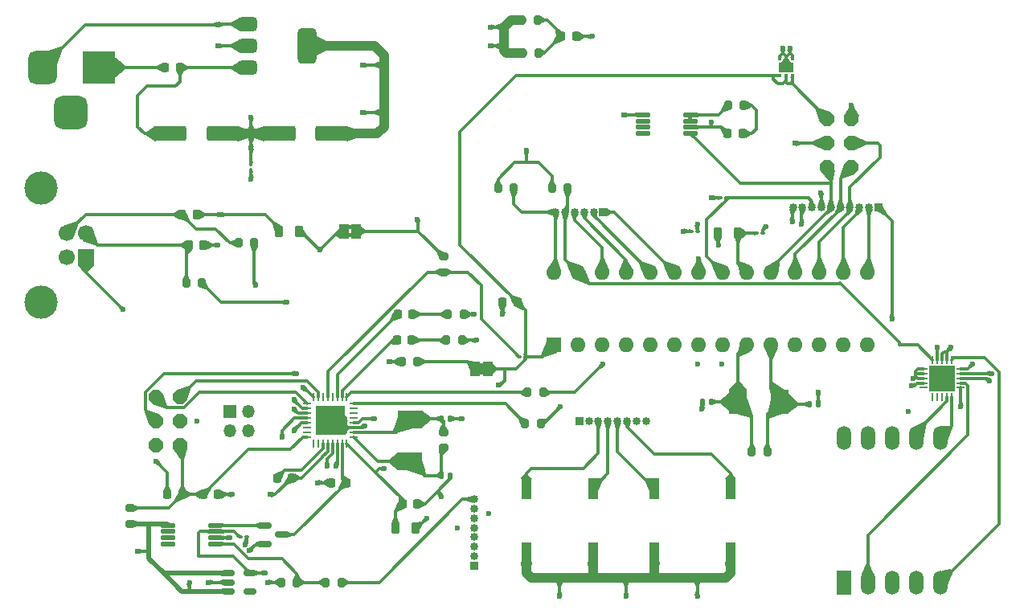
<source format=gbr>
%TF.GenerationSoftware,KiCad,Pcbnew,8.0.8*%
%TF.CreationDate,2025-05-31T18:37:02+02:00*%
%TF.ProjectId,Arduino_pcb,41726475-696e-46f5-9f70-63622e6b6963,rev?*%
%TF.SameCoordinates,Original*%
%TF.FileFunction,Copper,L1,Top*%
%TF.FilePolarity,Positive*%
%FSLAX46Y46*%
G04 Gerber Fmt 4.6, Leading zero omitted, Abs format (unit mm)*
G04 Created by KiCad (PCBNEW 8.0.8) date 2025-05-31 18:37:02*
%MOMM*%
%LPD*%
G01*
G04 APERTURE LIST*
G04 Aperture macros list*
%AMRoundRect*
0 Rectangle with rounded corners*
0 $1 Rounding radius*
0 $2 $3 $4 $5 $6 $7 $8 $9 X,Y pos of 4 corners*
0 Add a 4 corners polygon primitive as box body*
4,1,4,$2,$3,$4,$5,$6,$7,$8,$9,$2,$3,0*
0 Add four circle primitives for the rounded corners*
1,1,$1+$1,$2,$3*
1,1,$1+$1,$4,$5*
1,1,$1+$1,$6,$7*
1,1,$1+$1,$8,$9*
0 Add four rect primitives between the rounded corners*
20,1,$1+$1,$2,$3,$4,$5,0*
20,1,$1+$1,$4,$5,$6,$7,0*
20,1,$1+$1,$6,$7,$8,$9,0*
20,1,$1+$1,$8,$9,$2,$3,0*%
%AMOutline5P*
0 Free polygon, 5 corners , with rotation*
0 The origin of the aperture is its center*
0 number of corners: always 5*
0 $1 to $10 corner X, Y*
0 $11 Rotation angle, in degrees counterclockwise*
0 create outline with 5 corners*
4,1,5,$1,$2,$3,$4,$5,$6,$7,$8,$9,$10,$1,$2,$11*%
%AMOutline6P*
0 Free polygon, 6 corners , with rotation*
0 The origin of the aperture is its center*
0 number of corners: always 6*
0 $1 to $12 corner X, Y*
0 $13 Rotation angle, in degrees counterclockwise*
0 create outline with 6 corners*
4,1,6,$1,$2,$3,$4,$5,$6,$7,$8,$9,$10,$11,$12,$1,$2,$13*%
%AMOutline7P*
0 Free polygon, 7 corners , with rotation*
0 The origin of the aperture is its center*
0 number of corners: always 7*
0 $1 to $14 corner X, Y*
0 $15 Rotation angle, in degrees counterclockwise*
0 create outline with 7 corners*
4,1,7,$1,$2,$3,$4,$5,$6,$7,$8,$9,$10,$11,$12,$13,$14,$1,$2,$15*%
%AMOutline8P*
0 Free polygon, 8 corners , with rotation*
0 The origin of the aperture is its center*
0 number of corners: always 8*
0 $1 to $16 corner X, Y*
0 $17 Rotation angle, in degrees counterclockwise*
0 create outline with 8 corners*
4,1,8,$1,$2,$3,$4,$5,$6,$7,$8,$9,$10,$11,$12,$13,$14,$15,$16,$1,$2,$17*%
G04 Aperture macros list end*
%TA.AperFunction,EtchedComponent*%
%ADD10C,0.000000*%
%TD*%
%TA.AperFunction,SMDPad,CuDef*%
%ADD11RoundRect,0.060000X-0.675000X-0.180000X0.675000X-0.180000X0.675000X0.180000X-0.675000X0.180000X0*%
%TD*%
%TA.AperFunction,SMDPad,CuDef*%
%ADD12RoundRect,0.200000X-0.200000X-0.275000X0.200000X-0.275000X0.200000X0.275000X-0.200000X0.275000X0*%
%TD*%
%TA.AperFunction,SMDPad,CuDef*%
%ADD13RoundRect,0.062500X0.375000X0.062500X-0.375000X0.062500X-0.375000X-0.062500X0.375000X-0.062500X0*%
%TD*%
%TA.AperFunction,SMDPad,CuDef*%
%ADD14RoundRect,0.062500X0.062500X0.375000X-0.062500X0.375000X-0.062500X-0.375000X0.062500X-0.375000X0*%
%TD*%
%TA.AperFunction,HeatsinkPad*%
%ADD15R,3.100000X3.100000*%
%TD*%
%TA.AperFunction,ComponentPad*%
%ADD16R,1.600000X1.600000*%
%TD*%
%TA.AperFunction,ComponentPad*%
%ADD17O,1.600000X1.600000*%
%TD*%
%TA.AperFunction,ComponentPad*%
%ADD18R,1.350000X1.350000*%
%TD*%
%TA.AperFunction,ComponentPad*%
%ADD19O,1.350000X1.350000*%
%TD*%
%TA.AperFunction,SMDPad,CuDef*%
%ADD20RoundRect,0.218750X-0.218750X-0.256250X0.218750X-0.256250X0.218750X0.256250X-0.218750X0.256250X0*%
%TD*%
%TA.AperFunction,SMDPad,CuDef*%
%ADD21RoundRect,0.100000X0.100000X-0.130000X0.100000X0.130000X-0.100000X0.130000X-0.100000X-0.130000X0*%
%TD*%
%TA.AperFunction,SMDPad,CuDef*%
%ADD22RoundRect,0.140000X0.140000X0.170000X-0.140000X0.170000X-0.140000X-0.170000X0.140000X-0.170000X0*%
%TD*%
%TA.AperFunction,SMDPad,CuDef*%
%ADD23R,1.900000X2.500000*%
%TD*%
%TA.AperFunction,SMDPad,CuDef*%
%ADD24RoundRect,0.150000X-0.512500X-0.150000X0.512500X-0.150000X0.512500X0.150000X-0.512500X0.150000X0*%
%TD*%
%TA.AperFunction,SMDPad,CuDef*%
%ADD25RoundRect,0.218750X-0.218750X-0.381250X0.218750X-0.381250X0.218750X0.381250X-0.218750X0.381250X0*%
%TD*%
%TA.AperFunction,ComponentPad*%
%ADD26Outline8P,-0.775000X0.321016X-0.321016X0.775000X0.321016X0.775000X0.775000X0.321016X0.775000X-0.321016X0.321016X-0.775000X-0.321016X-0.775000X-0.775000X-0.321016X270.000000*%
%TD*%
%TA.AperFunction,SMDPad,CuDef*%
%ADD27R,2.500000X1.900000*%
%TD*%
%TA.AperFunction,SMDPad,CuDef*%
%ADD28RoundRect,0.108750X-0.326250X-0.401250X0.326250X-0.401250X0.326250X0.401250X-0.326250X0.401250X0*%
%TD*%
%TA.AperFunction,ComponentPad*%
%ADD29R,1.524000X2.524000*%
%TD*%
%TA.AperFunction,ComponentPad*%
%ADD30O,1.524000X2.524000*%
%TD*%
%TA.AperFunction,SMDPad,CuDef*%
%ADD31RoundRect,0.100000X-0.130000X-0.100000X0.130000X-0.100000X0.130000X0.100000X-0.130000X0.100000X0*%
%TD*%
%TA.AperFunction,SMDPad,CuDef*%
%ADD32RoundRect,0.200000X0.200000X0.275000X-0.200000X0.275000X-0.200000X-0.275000X0.200000X-0.275000X0*%
%TD*%
%TA.AperFunction,SMDPad,CuDef*%
%ADD33RoundRect,0.200000X0.275000X-0.200000X0.275000X0.200000X-0.275000X0.200000X-0.275000X-0.200000X0*%
%TD*%
%TA.AperFunction,SMDPad,CuDef*%
%ADD34RoundRect,0.375000X-0.625000X-0.375000X0.625000X-0.375000X0.625000X0.375000X-0.625000X0.375000X0*%
%TD*%
%TA.AperFunction,SMDPad,CuDef*%
%ADD35RoundRect,0.500000X-0.500000X-1.400000X0.500000X-1.400000X0.500000X1.400000X-0.500000X1.400000X0*%
%TD*%
%TA.AperFunction,SMDPad,CuDef*%
%ADD36RoundRect,0.250000X1.500000X0.550000X-1.500000X0.550000X-1.500000X-0.550000X1.500000X-0.550000X0*%
%TD*%
%TA.AperFunction,ComponentPad*%
%ADD37RoundRect,0.875000X-0.875000X-0.875000X0.875000X-0.875000X0.875000X0.875000X-0.875000X0.875000X0*%
%TD*%
%TA.AperFunction,ComponentPad*%
%ADD38RoundRect,0.750000X-0.750000X-1.000000X0.750000X-1.000000X0.750000X1.000000X-0.750000X1.000000X0*%
%TD*%
%TA.AperFunction,ComponentPad*%
%ADD39R,3.500000X3.500000*%
%TD*%
%TA.AperFunction,SMDPad,CuDef*%
%ADD40R,1.120000X2.160000*%
%TD*%
%TA.AperFunction,SMDPad,CuDef*%
%ADD41RoundRect,0.225000X-0.225000X-0.250000X0.225000X-0.250000X0.225000X0.250000X-0.225000X0.250000X0*%
%TD*%
%TA.AperFunction,SMDPad,CuDef*%
%ADD42RoundRect,0.250000X-1.500000X-0.550000X1.500000X-0.550000X1.500000X0.550000X-1.500000X0.550000X0*%
%TD*%
%TA.AperFunction,SMDPad,CuDef*%
%ADD43RoundRect,0.150000X-0.587500X-0.150000X0.587500X-0.150000X0.587500X0.150000X-0.587500X0.150000X0*%
%TD*%
%TA.AperFunction,ComponentPad*%
%ADD44R,0.850000X0.850000*%
%TD*%
%TA.AperFunction,ComponentPad*%
%ADD45O,0.850000X0.850000*%
%TD*%
%TA.AperFunction,SMDPad,CuDef*%
%ADD46RoundRect,0.200000X-0.275000X0.200000X-0.275000X-0.200000X0.275000X-0.200000X0.275000X0.200000X0*%
%TD*%
%TA.AperFunction,SMDPad,CuDef*%
%ADD47RoundRect,0.140000X-0.140000X-0.170000X0.140000X-0.170000X0.140000X0.170000X-0.140000X0.170000X0*%
%TD*%
%TA.AperFunction,SMDPad,CuDef*%
%ADD48RoundRect,0.218750X0.218750X0.256250X-0.218750X0.256250X-0.218750X-0.256250X0.218750X-0.256250X0*%
%TD*%
%TA.AperFunction,SMDPad,CuDef*%
%ADD49R,1.000000X1.500000*%
%TD*%
%TA.AperFunction,ComponentPad*%
%ADD50R,1.700000X1.700000*%
%TD*%
%TA.AperFunction,ComponentPad*%
%ADD51C,1.700000*%
%TD*%
%TA.AperFunction,ComponentPad*%
%ADD52C,3.500000*%
%TD*%
%TA.AperFunction,SMDPad,CuDef*%
%ADD53RoundRect,0.100000X0.130000X0.100000X-0.130000X0.100000X-0.130000X-0.100000X0.130000X-0.100000X0*%
%TD*%
%TA.AperFunction,SMDPad,CuDef*%
%ADD54RoundRect,0.062500X-0.337500X-0.062500X0.337500X-0.062500X0.337500X0.062500X-0.337500X0.062500X0*%
%TD*%
%TA.AperFunction,SMDPad,CuDef*%
%ADD55RoundRect,0.062500X-0.062500X-0.337500X0.062500X-0.337500X0.062500X0.337500X-0.062500X0.337500X0*%
%TD*%
%TA.AperFunction,HeatsinkPad*%
%ADD56R,2.700000X2.700000*%
%TD*%
%TA.AperFunction,SMDPad,CuDef*%
%ADD57RoundRect,0.093750X-0.106250X0.093750X-0.106250X-0.093750X0.106250X-0.093750X0.106250X0.093750X0*%
%TD*%
%TA.AperFunction,HeatsinkPad*%
%ADD58R,1.600000X1.000000*%
%TD*%
%TA.AperFunction,ComponentPad*%
%ADD59Outline8P,-0.775000X0.321016X-0.321016X0.775000X0.321016X0.775000X0.775000X0.321016X0.775000X-0.321016X0.321016X-0.775000X-0.321016X-0.775000X-0.775000X-0.321016X90.000000*%
%TD*%
%TA.AperFunction,ViaPad*%
%ADD60C,0.600000*%
%TD*%
%TA.AperFunction,Conductor*%
%ADD61C,0.300000*%
%TD*%
%TA.AperFunction,Conductor*%
%ADD62C,0.500000*%
%TD*%
%TA.AperFunction,Conductor*%
%ADD63C,1.000000*%
%TD*%
%TA.AperFunction,Conductor*%
%ADD64C,0.200000*%
%TD*%
G04 APERTURE END LIST*
D10*
%TA.AperFunction,EtchedComponent*%
%TO.C,SJ2*%
G36*
X111000000Y-124300000D02*
G01*
X110500000Y-124300000D01*
X110500000Y-123900000D01*
X111000000Y-123900000D01*
X111000000Y-124300000D01*
G37*
%TD.AperFunction*%
%TA.AperFunction,EtchedComponent*%
G36*
X111000000Y-125100000D02*
G01*
X110500000Y-125100000D01*
X110500000Y-124700000D01*
X111000000Y-124700000D01*
X111000000Y-125100000D01*
G37*
%TD.AperFunction*%
%TA.AperFunction,EtchedComponent*%
%TO.C,SJ1*%
G36*
X97150000Y-109800000D02*
G01*
X96650000Y-109800000D01*
X96650000Y-109400000D01*
X97150000Y-109400000D01*
X97150000Y-109800000D01*
G37*
%TD.AperFunction*%
%TA.AperFunction,EtchedComponent*%
G36*
X97150000Y-110600000D02*
G01*
X96650000Y-110600000D01*
X96650000Y-110200000D01*
X97150000Y-110200000D01*
X97150000Y-110600000D01*
G37*
%TD.AperFunction*%
%TD*%
D11*
%TO.P,U4,1,+*%
%TO.N,Net-(U4-+)*%
X82750000Y-142950000D03*
%TO.P,U4,2,V-*%
%TO.N,GND*%
X82750000Y-142300000D03*
%TO.P,U4,3,-*%
%TO.N,/+3V3*%
X82750000Y-141650000D03*
%TO.P,U4,4*%
%TO.N,Net-(Q1-G)*%
X82750000Y-141000000D03*
%TO.P,U4,5,V+*%
%TO.N,+5V*%
X77750000Y-141000000D03*
%TO.P,U4,6*%
%TO.N,N/C*%
X77750000Y-141650000D03*
%TO.P,U4,7*%
X77750000Y-142300000D03*
%TO.P,U4,8*%
X77750000Y-142950000D03*
%TD*%
D12*
%TO.P,R15,1*%
%TO.N,+5V*%
X115100000Y-91250000D03*
%TO.P,R15,2*%
%TO.N,Net-(D5-A)*%
X116750000Y-91250000D03*
%TD*%
D13*
%TO.P,U1,1,XTAL1*%
%TO.N,Net-(U1-XTAL1)*%
X97267500Y-131687500D03*
%TO.P,U1,2,PC0/XTAL2*%
%TO.N,Net-(U1-PC0{slash}XTAL2)*%
X97267500Y-131187500D03*
%TO.P,U1,3,GND*%
%TO.N,GND*%
X97267500Y-130687500D03*
%TO.P,U1,4,VCC*%
%TO.N,Net-(U1-AVCC)*%
X97267500Y-130187500D03*
%TO.P,U1,5,PC2*%
%TO.N,unconnected-(U1-PC2-Pad5)*%
X97267500Y-129687500D03*
%TO.P,U1,6,PD0*%
%TO.N,unconnected-(U1-PD0-Pad6)*%
X97267500Y-129187500D03*
%TO.P,U1,7,PD1*%
%TO.N,unconnected-(U1-PD1-Pad7)*%
X97267500Y-128687500D03*
%TO.P,U1,8,PD2*%
%TO.N,/M8TXD*%
X97267500Y-128187500D03*
D14*
%TO.P,U1,9,PD3*%
%TO.N,/M8RXD*%
X96580000Y-127500000D03*
%TO.P,U1,10,PD4*%
%TO.N,/RXLED*%
X96080000Y-127500000D03*
%TO.P,U1,11,PD5*%
%TO.N,/TXLED*%
X95580000Y-127500000D03*
%TO.P,U1,12,PD6*%
%TO.N,unconnected-(U1-PD6-Pad12)*%
X95080000Y-127500000D03*
%TO.P,U1,13,~{HWB}/PD7*%
%TO.N,Net-(U1-~{HWB}{slash}PD7)*%
X94580000Y-127500000D03*
%TO.P,U1,14,PB0*%
%TO.N,unconnected-(U1-PB0-Pad14)*%
X94080000Y-127500000D03*
%TO.P,U1,15,PB1*%
%TO.N,/SCK2*%
X93580000Y-127500000D03*
%TO.P,U1,16,PB2*%
%TO.N,/MOSI2*%
X93080000Y-127500000D03*
D13*
%TO.P,U1,17,PB3*%
%TO.N,/MISO2*%
X92392500Y-128187500D03*
%TO.P,U1,18,PB4*%
%TO.N,/PB4*%
X92392500Y-128687500D03*
%TO.P,U1,19,PB5*%
%TO.N,/PB5*%
X92392500Y-129187500D03*
%TO.P,U1,20,PB6*%
%TO.N,/PB6*%
X92392500Y-129687500D03*
%TO.P,U1,21,PB7*%
%TO.N,/PB7*%
X92392500Y-130187500D03*
%TO.P,U1,22,PC7*%
%TO.N,unconnected-(U1-PC7-Pad22)*%
X92392500Y-130687500D03*
%TO.P,U1,23,PC6*%
%TO.N,unconnected-(U1-PC6-Pad23)*%
X92392500Y-131187500D03*
%TO.P,U1,24,PC1/~{RESET}*%
%TO.N,/RESET2*%
X92392500Y-131687500D03*
D14*
%TO.P,U1,25,PC5*%
%TO.N,unconnected-(U1-PC5-Pad25)*%
X93080000Y-132375000D03*
%TO.P,U1,26,PC4*%
%TO.N,unconnected-(U1-PC4-Pad26)*%
X93580000Y-132375000D03*
%TO.P,U1,27,UCAP*%
%TO.N,/TP_UVAC*%
X94080000Y-132375000D03*
%TO.P,U1,28,UGND*%
%TO.N,/UGND*%
X94580000Y-132375000D03*
%TO.P,U1,29,D+*%
%TO.N,/RD+*%
X95080000Y-132375000D03*
%TO.P,U1,30,D-*%
%TO.N,/RD-*%
X95580000Y-132375000D03*
%TO.P,U1,31,UVCC*%
%TO.N,/USBVCC*%
X96080000Y-132375000D03*
%TO.P,U1,32,AVCC*%
%TO.N,Net-(U1-AVCC)*%
X96580000Y-132375000D03*
D15*
%TO.P,U1,33,PAD*%
%TO.N,GND*%
X94830000Y-129937500D03*
%TD*%
D11*
%TO.P,U8,1,+*%
%TO.N,/SCK*%
X132750000Y-99700000D03*
%TO.P,U8,2,V-*%
%TO.N,GND*%
X132750000Y-99050000D03*
%TO.P,U8,3,-*%
%TO.N,Net-(U8--)*%
X132750000Y-98400000D03*
%TO.P,U8,4*%
X132750000Y-97750000D03*
%TO.P,U8,5,V+*%
%TO.N,+5V*%
X127750000Y-97750000D03*
%TO.P,U8,6*%
%TO.N,N/C*%
X127750000Y-98400000D03*
%TO.P,U8,7*%
X127750000Y-99050000D03*
%TO.P,U8,8*%
X127750000Y-99700000D03*
%TD*%
D16*
%TO.P,U2,1,~{RESET}/PC6*%
%TO.N,/RESET*%
X118420000Y-122000000D03*
D17*
%TO.P,U2,2,PD0*%
%TO.N,/IO0*%
X120960000Y-122000000D03*
%TO.P,U2,3,PD1*%
%TO.N,/IO1*%
X123500000Y-122000000D03*
%TO.P,U2,4,PD2*%
%TO.N,/IO2*%
X126040000Y-122000000D03*
%TO.P,U2,5,PD3*%
%TO.N,/IO3*%
X128580000Y-122000000D03*
%TO.P,U2,6,PD4*%
%TO.N,/IO4*%
X131120000Y-122000000D03*
%TO.P,U2,7,VCC*%
%TO.N,+5V*%
X133660000Y-122000000D03*
%TO.P,U2,8,GND*%
%TO.N,GND*%
X136200000Y-122000000D03*
%TO.P,U2,9,XTAL1/PB6*%
%TO.N,Net-(U2-XTAL1{slash}PB6)*%
X138740000Y-122000000D03*
%TO.P,U2,10,XTAL2/PB7*%
%TO.N,Net-(U2-XTAL2{slash}PB7)*%
X141280000Y-122000000D03*
%TO.P,U2,11,PD5*%
%TO.N,/IO5*%
X143820000Y-122000000D03*
%TO.P,U2,12,PD6*%
%TO.N,/IO6*%
X146360000Y-122000000D03*
%TO.P,U2,13,PD7*%
%TO.N,/IO7*%
X148900000Y-122000000D03*
%TO.P,U2,14,PB0*%
%TO.N,/IO8*%
X151440000Y-122000000D03*
%TO.P,U2,15,PB1*%
%TO.N,/IO9*%
X151440000Y-114380000D03*
%TO.P,U2,16,PB2*%
%TO.N,/SS*%
X148900000Y-114380000D03*
%TO.P,U2,17,PB3*%
%TO.N,/MOSI*%
X146360000Y-114380000D03*
%TO.P,U2,18,PB4*%
%TO.N,/MISO*%
X143820000Y-114380000D03*
%TO.P,U2,19,PB5*%
%TO.N,/SCK*%
X141280000Y-114380000D03*
%TO.P,U2,20,AVCC*%
%TO.N,/AVCC*%
X138740000Y-114380000D03*
%TO.P,U2,21,AREF*%
%TO.N,/AREF*%
X136200000Y-114380000D03*
%TO.P,U2,22,AGND*%
%TO.N,GND*%
X133660000Y-114380000D03*
%TO.P,U2,23,PC0*%
%TO.N,/AD0*%
X131120000Y-114380000D03*
%TO.P,U2,24,PC1*%
%TO.N,/AD1*%
X128580000Y-114380000D03*
%TO.P,U2,25,PC2*%
%TO.N,/AD2*%
X126040000Y-114380000D03*
%TO.P,U2,26,PC3*%
%TO.N,/AD3*%
X123500000Y-114380000D03*
%TO.P,U2,27,PC4*%
%TO.N,/SDA{slash}AD4*%
X120960000Y-114380000D03*
%TO.P,U2,28,PC5*%
%TO.N,/SCL{slash}AD5*%
X118420000Y-114380000D03*
%TD*%
D18*
%TO.P,J2,1,Pin_1*%
%TO.N,/PB4*%
X84250000Y-129000000D03*
D19*
%TO.P,J2,2,Pin_2*%
%TO.N,/PB5*%
X86250000Y-129000000D03*
%TO.P,J2,3,Pin_3*%
%TO.N,/PB6*%
X84250000Y-131000000D03*
%TO.P,J2,4,Pin_4*%
%TO.N,/PB7*%
X86250000Y-131000000D03*
%TD*%
D12*
%TO.P,R11,1*%
%TO.N,/M8RXD*%
X115600000Y-127000000D03*
%TO.P,R11,2*%
%TO.N,/IO1*%
X117250000Y-127000000D03*
%TD*%
D20*
%TO.P,D1,1,K*%
%TO.N,+5V*%
X77675000Y-137750000D03*
%TO.P,D1,2,A*%
%TO.N,/RESET2*%
X79250000Y-137750000D03*
%TD*%
D21*
%TO.P,C13,1*%
%TO.N,+5V*%
X86500000Y-103570000D03*
%TO.P,C13,2*%
%TO.N,GND*%
X86500000Y-102930000D03*
%TD*%
D22*
%TO.P,C9,1*%
%TO.N,GND*%
X146230000Y-128250000D03*
%TO.P,C9,2*%
%TO.N,Net-(U2-XTAL2{slash}PB7)*%
X145270000Y-128250000D03*
%TD*%
D20*
%TO.P,TX_LED1,1,K*%
%TO.N,/TXLED*%
X101925000Y-118750000D03*
%TO.P,TX_LED1,2,A*%
%TO.N,Net-(TX_LED1-A)*%
X103500000Y-118750000D03*
%TD*%
D23*
%TO.P,Y2,1,1*%
%TO.N,Net-(U2-XTAL2{slash}PB7)*%
X142200000Y-128000000D03*
%TO.P,Y2,2,2*%
%TO.N,Net-(U2-XTAL1{slash}PB6)*%
X137800000Y-128000000D03*
%TD*%
D12*
%TO.P,R1,1*%
%TO.N,Net-(X1-D+)*%
X85175000Y-111250000D03*
%TO.P,R1,2*%
%TO.N,/RD+*%
X86825000Y-111250000D03*
%TD*%
D24*
%TO.P,U5,1,VIN*%
%TO.N,+5V*%
X84112500Y-146050000D03*
%TO.P,U5,2,GND*%
%TO.N,GND*%
X84112500Y-147000000D03*
%TO.P,U5,3,ON/~{OFF}*%
%TO.N,+5V*%
X84112500Y-147950000D03*
%TO.P,U5,4,BP*%
%TO.N,unconnected-(U5-BP-Pad4)*%
X86387500Y-147950000D03*
%TO.P,U5,5,VOUT*%
%TO.N,/+3V3*%
X86387500Y-146050000D03*
%TD*%
D25*
%TO.P,FB3,1*%
%TO.N,+5V*%
X135687500Y-110250000D03*
%TO.P,FB3,2*%
%TO.N,/AVCC*%
X137812500Y-110250000D03*
%TD*%
D20*
%TO.P,D3,1,K*%
%TO.N,GND*%
X136712500Y-99750000D03*
%TO.P,D3,2,A*%
%TO.N,Net-(D3-A)*%
X138287500Y-99750000D03*
%TD*%
D22*
%TO.P,C2,1*%
%TO.N,GND*%
X107500000Y-135750000D03*
%TO.P,C2,2*%
%TO.N,Net-(U1-XTAL1)*%
X106540000Y-135750000D03*
%TD*%
D26*
%TO.P,J3,1,~{MCLR}/VPP*%
%TO.N,/RESET*%
X147210000Y-98210000D03*
%TO.P,J3,2,VDD*%
%TO.N,+5V*%
X149750000Y-98210000D03*
%TO.P,J3,3,VSS*%
%TO.N,GND*%
X147210000Y-100750000D03*
%TO.P,J3,4,PGD/ICSPDAT*%
%TO.N,/MOSI*%
X149750000Y-100750000D03*
%TO.P,J3,5,PGC/ICSPCLK*%
%TO.N,/SCK*%
X147210000Y-103290000D03*
%TO.P,J3,6,MISO*%
%TO.N,/MISO*%
X149750000Y-103290000D03*
%TD*%
D27*
%TO.P,Y1,1,1*%
%TO.N,Net-(U1-PC0{slash}XTAL2)*%
X103250000Y-129850000D03*
%TO.P,Y1,2,2*%
%TO.N,Net-(U1-XTAL1)*%
X103250000Y-134250000D03*
%TD*%
D28*
%TO.P,Z2,1*%
%TO.N,Net-(X1-D-)*%
X79940000Y-111500000D03*
%TO.P,Z2,2*%
%TO.N,Net-(X1-Shield)*%
X81500000Y-111500000D03*
%TD*%
D29*
%TO.P,AFF1,1,e*%
%TO.N,/DISP E*%
X148920000Y-147000000D03*
D30*
%TO.P,AFF1,2,d*%
%TO.N,/DISP D*%
X151460000Y-147000000D03*
%TO.P,AFF1,3,C.A.*%
%TO.N,unconnected-(AFF1-C.A.-Pad3)*%
X154000000Y-147000000D03*
%TO.P,AFF1,4,c*%
%TO.N,/DISP C*%
X156540000Y-147000000D03*
%TO.P,AFF1,5,DP*%
%TO.N,/DISP DP*%
X159080000Y-147000000D03*
%TO.P,AFF1,6,b*%
%TO.N,/DISP B*%
X159080000Y-131760000D03*
%TO.P,AFF1,7,a*%
%TO.N,/DISP A*%
X156540000Y-131760000D03*
%TO.P,AFF1,8,C.A.*%
%TO.N,+5V*%
X154000000Y-131760000D03*
%TO.P,AFF1,9,f*%
%TO.N,/DISP F*%
X151460000Y-131760000D03*
%TO.P,AFF1,10,g*%
%TO.N,/DISP G*%
X148920000Y-131760000D03*
%TD*%
D31*
%TO.P,C14,1*%
%TO.N,+5V*%
X135930000Y-106500000D03*
%TO.P,C14,2*%
%TO.N,/AREF*%
X136570000Y-106500000D03*
%TD*%
D20*
%TO.P,RX_LED1,1,K*%
%TO.N,/RXLED*%
X101856250Y-121500000D03*
%TO.P,RX_LED1,2,A*%
%TO.N,Net-(RX_LED1-A)*%
X103431250Y-121500000D03*
%TD*%
D32*
%TO.P,R7,1*%
%TO.N,Net-(U2-XTAL2{slash}PB7)*%
X140900000Y-133250000D03*
%TO.P,R7,2*%
%TO.N,Net-(U2-XTAL1{slash}PB6)*%
X139250000Y-133250000D03*
%TD*%
D33*
%TO.P,R4,1*%
%TO.N,+5V*%
X73750000Y-140825000D03*
%TO.P,R4,2*%
%TO.N,/RESET2*%
X73750000Y-139175000D03*
%TD*%
D34*
%TO.P,U6,1,GND*%
%TO.N,GND*%
X86100000Y-88200000D03*
%TO.P,U6,2,VO*%
%TO.N,+5V*%
X86100000Y-90500000D03*
D35*
X92400000Y-90500000D03*
D34*
%TO.P,U6,3,VI*%
%TO.N,Net-(D4-K)*%
X86100000Y-92800000D03*
%TD*%
D12*
%TO.P,R2,1*%
%TO.N,Net-(X1-D-)*%
X79675000Y-115500000D03*
%TO.P,R2,2*%
%TO.N,/RD-*%
X81325000Y-115500000D03*
%TD*%
D36*
%TO.P,PC2,1*%
%TO.N,+5V*%
X95000000Y-99750000D03*
%TO.P,PC2,2*%
%TO.N,GND*%
X89400000Y-99750000D03*
%TD*%
D12*
%TO.P,R16,1*%
%TO.N,+5V*%
X115025000Y-87750000D03*
%TO.P,R16,2*%
%TO.N,Net-(D5-A)*%
X116675000Y-87750000D03*
%TD*%
D20*
%TO.P,F1,1*%
%TO.N,Net-(X1-VBUS)*%
X94925000Y-136500000D03*
%TO.P,F1,2*%
%TO.N,/USBVCC*%
X96500000Y-136500000D03*
%TD*%
D37*
%TO.P,J8,3*%
%TO.N,N/C*%
X67500000Y-97492500D03*
D38*
%TO.P,J8,2*%
%TO.N,GND*%
X64500000Y-92792500D03*
D39*
%TO.P,J8,1*%
%TO.N,Net-(D4-A)*%
X70500000Y-92792500D03*
%TD*%
D40*
%TO.P,SW4,1,1*%
%TO.N,/IO5*%
X137000000Y-137135000D03*
%TO.P,SW4,2,2*%
%TO.N,GND*%
X137000000Y-143865000D03*
%TD*%
%TO.P,SW1,1,1*%
%TO.N,/IO2*%
X115500000Y-137135000D03*
%TO.P,SW1,2,2*%
%TO.N,GND*%
X115500000Y-143865000D03*
%TD*%
D41*
%TO.P,C4,1*%
%TO.N,/TP_UVAC*%
X89225000Y-136000000D03*
%TO.P,C4,2*%
%TO.N,/UGND*%
X90775000Y-136000000D03*
%TD*%
D42*
%TO.P,PC1,1*%
%TO.N,Net-(D4-K)*%
X77950000Y-99750000D03*
%TO.P,PC1,2*%
%TO.N,GND*%
X83550000Y-99750000D03*
%TD*%
D43*
%TO.P,Q1,1,G*%
%TO.N,Net-(Q1-G)*%
X87875000Y-141050000D03*
%TO.P,Q1,2,S*%
%TO.N,+5V*%
X87875000Y-142950000D03*
%TO.P,Q1,3,D*%
%TO.N,/USBVCC*%
X89750000Y-142000000D03*
%TD*%
D44*
%TO.P,J5,1,Pin_1*%
%TO.N,/IO0*%
X121080000Y-130000000D03*
D45*
%TO.P,J5,2,Pin_2*%
%TO.N,/IO1*%
X122080000Y-130000000D03*
%TO.P,J5,3,Pin_3*%
%TO.N,/IO2*%
X123080000Y-130000000D03*
%TO.P,J5,4,Pin_4*%
%TO.N,/IO3*%
X124080000Y-130000000D03*
%TO.P,J5,5,Pin_5*%
%TO.N,/IO4*%
X125080000Y-130000000D03*
%TO.P,J5,6,Pin_6*%
%TO.N,/IO5*%
X126080000Y-130000000D03*
%TO.P,J5,7,Pin_7*%
%TO.N,/IO6*%
X127080000Y-130000000D03*
%TO.P,J5,8,Pin_8*%
%TO.N,/IO7*%
X128080000Y-130000000D03*
%TD*%
D41*
%TO.P,C3,1*%
%TO.N,Net-(U1-AVCC)*%
X102450000Y-138750000D03*
%TO.P,C3,2*%
%TO.N,GND*%
X104000000Y-138750000D03*
%TD*%
D12*
%TO.P,R6,1*%
%TO.N,Net-(TX_LED1-A)*%
X107212500Y-118750000D03*
%TO.P,R6,2*%
%TO.N,+5V*%
X108862500Y-118750000D03*
%TD*%
D46*
%TO.P,R3,1*%
%TO.N,Net-(U1-PC0{slash}XTAL2)*%
X106750000Y-131175000D03*
%TO.P,R3,2*%
%TO.N,Net-(U1-XTAL1)*%
X106750000Y-132825000D03*
%TD*%
D33*
%TO.P,R9,1*%
%TO.N,Net-(U1-~{HWB}{slash}PD7)*%
X106750000Y-114325000D03*
%TO.P,R9,2*%
%TO.N,GND*%
X106750000Y-112675000D03*
%TD*%
D12*
%TO.P,R17,1*%
%TO.N,+5V*%
X112500000Y-105500000D03*
%TO.P,R17,2*%
%TO.N,/SCL{slash}AD5*%
X114150000Y-105500000D03*
%TD*%
D25*
%TO.P,FB2,1*%
%TO.N,Net-(U1-AVCC)*%
X101687500Y-141250000D03*
%TO.P,FB2,2*%
%TO.N,+5V*%
X103812500Y-141250000D03*
%TD*%
D40*
%TO.P,SW3,1,1*%
%TO.N,/IO4*%
X129000000Y-137135000D03*
%TO.P,SW3,2,2*%
%TO.N,GND*%
X129000000Y-143865000D03*
%TD*%
D31*
%TO.P,C6,1*%
%TO.N,/AVCC*%
X139750000Y-110250000D03*
%TO.P,C6,2*%
%TO.N,GND*%
X140390000Y-110250000D03*
%TD*%
D40*
%TO.P,SW2,1,1*%
%TO.N,/IO3*%
X122500000Y-137135000D03*
%TO.P,SW2,2,2*%
%TO.N,GND*%
X122500000Y-143865000D03*
%TD*%
D31*
%TO.P,C12,1*%
%TO.N,/+3V3*%
X85360000Y-142250000D03*
%TO.P,C12,2*%
%TO.N,GND*%
X86000000Y-142250000D03*
%TD*%
D47*
%TO.P,C8,1*%
%TO.N,GND*%
X134040000Y-128000000D03*
%TO.P,C8,2*%
%TO.N,Net-(U2-XTAL1{slash}PB6)*%
X135000000Y-128000000D03*
%TD*%
D48*
%TO.P,D5,1,K*%
%TO.N,GND*%
X120712500Y-89500000D03*
%TO.P,D5,2,A*%
%TO.N,Net-(D5-A)*%
X119137500Y-89500000D03*
%TD*%
D49*
%TO.P,SJ2,1,A*%
%TO.N,/RESET*%
X110100000Y-124500000D03*
%TO.P,SJ2,2,B*%
X111400000Y-124500000D03*
%TD*%
D44*
%TO.P,J4,1,Pin_1*%
%TO.N,/AD0*%
X123580000Y-108000000D03*
D45*
%TO.P,J4,2,Pin_2*%
%TO.N,/AD1*%
X122580000Y-108000000D03*
%TO.P,J4,3,Pin_3*%
%TO.N,/AD2*%
X121580000Y-108000000D03*
%TO.P,J4,4,Pin_4*%
%TO.N,/AD3*%
X120580000Y-108000000D03*
%TO.P,J4,5,Pin_5*%
%TO.N,/SDA{slash}AD4*%
X119580000Y-108000000D03*
%TO.P,J4,6,Pin_6*%
%TO.N,/SCL{slash}AD5*%
X118580000Y-108000000D03*
%TD*%
D12*
%TO.P,R18,1*%
%TO.N,+5V*%
X118175000Y-105500000D03*
%TO.P,R18,2*%
%TO.N,/SDA{slash}AD4*%
X119825000Y-105500000D03*
%TD*%
%TO.P,R8,1*%
%TO.N,+5V*%
X102350000Y-123750000D03*
%TO.P,R8,2*%
%TO.N,/RESET*%
X104000000Y-123750000D03*
%TD*%
D22*
%TO.P,C1,1*%
%TO.N,GND*%
X107460000Y-129750000D03*
%TO.P,C1,2*%
%TO.N,Net-(U1-PC0{slash}XTAL2)*%
X106500000Y-129750000D03*
%TD*%
D44*
%TO.P,J6,1,Pin_1*%
%TO.N,/IO8*%
X152580000Y-107500000D03*
D45*
%TO.P,J6,2,Pin_2*%
%TO.N,/IO9*%
X151580000Y-107500000D03*
%TO.P,J6,3,Pin_3*%
%TO.N,/SS*%
X150580000Y-107500000D03*
%TO.P,J6,4,Pin_4*%
%TO.N,/MOSI*%
X149580000Y-107500000D03*
%TO.P,J6,5,Pin_5*%
%TO.N,/MISO*%
X148580000Y-107500000D03*
%TO.P,J6,6,Pin_6*%
%TO.N,/SCK*%
X147580000Y-107500000D03*
%TO.P,J6,7,Pin_7*%
%TO.N,GND*%
X146580000Y-107500000D03*
%TO.P,J6,8,Pin_8*%
%TO.N,/AREF*%
X145580000Y-107500000D03*
%TO.P,J6,9,Pin_9*%
%TO.N,/SDA{slash}AD4*%
X144580000Y-107500000D03*
%TO.P,J6,10,Pin_10*%
%TO.N,/SCL{slash}AD5*%
X143580000Y-107500000D03*
%TD*%
D49*
%TO.P,SJ1,1,A*%
%TO.N,/UGND*%
X96250000Y-110000000D03*
%TO.P,SJ1,2,B*%
%TO.N,GND*%
X97550000Y-110000000D03*
%TD*%
D50*
%TO.P,X1,1,VBUS*%
%TO.N,Net-(X1-VBUS)*%
X69077500Y-112750000D03*
D51*
%TO.P,X1,2,D-*%
%TO.N,Net-(X1-D-)*%
X69077500Y-110250000D03*
%TO.P,X1,3,D+*%
%TO.N,Net-(X1-D+)*%
X67077500Y-110250000D03*
%TO.P,X1,4,GND*%
%TO.N,/UGND*%
X67077500Y-112750000D03*
D52*
%TO.P,X1,5,Shield*%
%TO.N,Net-(X1-Shield)*%
X64367500Y-117520000D03*
X64367500Y-105480000D03*
%TD*%
D12*
%TO.P,R10,1*%
%TO.N,/M8TXD*%
X115350000Y-130250000D03*
%TO.P,R10,2*%
%TO.N,/IO0*%
X117000000Y-130250000D03*
%TD*%
D32*
%TO.P,R13,1*%
%TO.N,Net-(U4-+)*%
X91325000Y-147000000D03*
%TO.P,R13,2*%
%TO.N,GND*%
X89675000Y-147000000D03*
%TD*%
D53*
%TO.P,C7,1*%
%TO.N,+5V*%
X133500000Y-110000000D03*
%TO.P,C7,2*%
%TO.N,GND*%
X132860000Y-110000000D03*
%TD*%
D44*
%TO.P,J7,1,Pin_1*%
%TO.N,unconnected-(J7-Pin_1-Pad1)*%
X110000000Y-145250000D03*
D45*
%TO.P,J7,2,Pin_2*%
%TO.N,+5V*%
X110000000Y-144250000D03*
%TO.P,J7,3,Pin_3*%
%TO.N,/RESET*%
X110000000Y-143250000D03*
%TO.P,J7,4,Pin_4*%
%TO.N,/+3V3*%
X110000000Y-142250000D03*
%TO.P,J7,5,Pin_5*%
%TO.N,+5V*%
X110000000Y-141250000D03*
%TO.P,J7,6,Pin_6*%
%TO.N,GND*%
X110000000Y-140250000D03*
%TO.P,J7,7,Pin_7*%
X110000000Y-139250000D03*
%TO.P,J7,8,Pin_8*%
%TO.N,/VIN*%
X110000000Y-138250000D03*
%TD*%
D12*
%TO.P,R14,1*%
%TO.N,Net-(U8--)*%
X136745000Y-96750000D03*
%TO.P,R14,2*%
%TO.N,Net-(D3-A)*%
X138395000Y-96750000D03*
%TD*%
%TO.P,R5,1*%
%TO.N,Net-(RX_LED1-A)*%
X107068750Y-121500000D03*
%TO.P,R5,2*%
%TO.N,+5V*%
X108718750Y-121500000D03*
%TD*%
D41*
%TO.P,C5,1*%
%TO.N,/RESET2*%
X81475000Y-137750000D03*
%TO.P,C5,2*%
%TO.N,GND*%
X83025000Y-137750000D03*
%TD*%
D48*
%TO.P,D4,1,K*%
%TO.N,Net-(D4-K)*%
X79000000Y-92750000D03*
%TO.P,D4,2,A*%
%TO.N,Net-(D4-A)*%
X77425000Y-92750000D03*
%TD*%
D54*
%TO.P,U7,1,A2*%
%TO.N,GND*%
X157350000Y-124500000D03*
%TO.P,U7,2,A1*%
X157350000Y-125000000D03*
%TO.P,U7,3,A0*%
X157350000Y-125500000D03*
%TO.P,U7,4,~{RESET}*%
%TO.N,+5V*%
X157350000Y-126000000D03*
%TO.P,U7,5,NC*%
%TO.N,unconnected-(U7-NC-Pad5)*%
X157350000Y-126500000D03*
D55*
%TO.P,U7,6,NC*%
%TO.N,unconnected-(U7-NC-Pad6)*%
X158300000Y-127450000D03*
%TO.P,U7,7,INT*%
%TO.N,unconnected-(U7-INT-Pad7)*%
X158800000Y-127450000D03*
%TO.P,U7,8,NC*%
%TO.N,unconnected-(U7-NC-Pad8)*%
X159300000Y-127450000D03*
%TO.P,U7,9,GP0*%
%TO.N,/DISP A*%
X159800000Y-127450000D03*
%TO.P,U7,10,GP1*%
%TO.N,/DISP B*%
X160300000Y-127450000D03*
D54*
%TO.P,U7,11,GP2*%
%TO.N,/DISP C*%
X161250000Y-126500000D03*
%TO.P,U7,12,GP3*%
%TO.N,/DISP D*%
X161250000Y-126000000D03*
%TO.P,U7,13,GP4*%
%TO.N,/DISP E*%
X161250000Y-125500000D03*
%TO.P,U7,14,GP5*%
%TO.N,/DISP F*%
X161250000Y-125000000D03*
%TO.P,U7,15,GP6*%
%TO.N,/DISP G*%
X161250000Y-124500000D03*
D55*
%TO.P,U7,16,GP7*%
%TO.N,/DISP DP*%
X160300000Y-123550000D03*
%TO.P,U7,17,VSS*%
%TO.N,+5V*%
X159800000Y-123550000D03*
%TO.P,U7,18,VDD*%
X159300000Y-123550000D03*
%TO.P,U7,19,SCL*%
%TO.N,/SCL{slash}AD5*%
X158800000Y-123550000D03*
%TO.P,U7,20,SDA*%
%TO.N,/SDA{slash}AD4*%
X158300000Y-123550000D03*
D56*
%TO.P,U7,21*%
%TO.N,N/C*%
X159300000Y-125500000D03*
%TD*%
D28*
%TO.P,Z1,1*%
%TO.N,Net-(X1-D+)*%
X79220000Y-108250000D03*
%TO.P,Z1,2*%
%TO.N,Net-(X1-Shield)*%
X80780000Y-108250000D03*
%TD*%
D25*
%TO.P,FB1,1*%
%TO.N,Net-(X1-Shield)*%
X89437500Y-110000000D03*
%TO.P,FB1,2*%
%TO.N,/UGND*%
X91562500Y-110000000D03*
%TD*%
D31*
%TO.P,C10,1*%
%TO.N,Net-(U1-~{HWB}{slash}PD7)*%
X114750000Y-123250000D03*
%TO.P,C10,2*%
%TO.N,/RESET*%
X115390000Y-123250000D03*
%TD*%
D57*
%TO.P,U3,1,GND*%
%TO.N,GND*%
X143500000Y-91862500D03*
%TO.P,U3,2,GND*%
X142850000Y-91862500D03*
%TO.P,U3,3,GND*%
X142200000Y-91862500D03*
%TO.P,U3,4,IN*%
%TO.N,/RESET*%
X142200000Y-93637500D03*
%TO.P,U3,5,IN*%
X142850000Y-93637500D03*
%TO.P,U3,6,IN*%
X143500000Y-93637500D03*
D58*
%TO.P,U3,7,GND*%
%TO.N,GND*%
X142850000Y-92750000D03*
%TD*%
D20*
%TO.P,D2,1,K*%
%TO.N,+5V*%
X112962500Y-117500000D03*
%TO.P,D2,2,A*%
%TO.N,/RESET*%
X114537500Y-117500000D03*
%TD*%
D32*
%TO.P,R12,1*%
%TO.N,/VIN*%
X96000000Y-147000000D03*
%TO.P,R12,2*%
%TO.N,Net-(U4-+)*%
X94350000Y-147000000D03*
%TD*%
D59*
%TO.P,J1,1,~{MCLR}/VPP*%
%TO.N,/RESET2*%
X79000000Y-132540000D03*
%TO.P,J1,2,VDD*%
%TO.N,+5V*%
X76460000Y-132540000D03*
%TO.P,J1,3,VSS*%
%TO.N,GND*%
X79000000Y-130000000D03*
%TO.P,J1,4,PGD/ICSPDAT*%
%TO.N,/MOSI2*%
X76460000Y-130000000D03*
%TO.P,J1,5,PGC/ICSPCLK*%
%TO.N,/SCK2*%
X79000000Y-127460000D03*
%TO.P,J1,6,MISO*%
%TO.N,/MISO2*%
X76460000Y-127460000D03*
%TD*%
D60*
%TO.N,/IO8*%
X154000000Y-119250000D03*
%TO.N,Net-(X1-Shield)*%
X83000000Y-111500000D03*
%TO.N,GND*%
X140750000Y-109500000D03*
X85845619Y-143037099D03*
%TO.N,+5V*%
X125750000Y-97750000D03*
X101000000Y-123750000D03*
X156031248Y-126269513D03*
%TO.N,GND*%
X156250000Y-125500000D03*
%TO.N,+5V*%
X160250000Y-122250000D03*
X155750000Y-129000000D03*
%TO.N,/DISP C*%
X161250000Y-128500000D03*
%TO.N,/DISP E*%
X164247017Y-125758949D03*
%TO.N,/DISP F*%
X164500000Y-125000000D03*
%TO.N,/DISP G*%
X162500000Y-124000000D03*
%TO.N,/SCL{slash}AD5*%
X158750000Y-122250000D03*
%TO.N,GND*%
X134000000Y-128750000D03*
X146250000Y-127000000D03*
%TO.N,+5V*%
X115500000Y-101500000D03*
%TO.N,/SCL{slash}AD5*%
X143500000Y-109000000D03*
%TO.N,/SDA{slash}AD4*%
X144500000Y-109250000D03*
%TO.N,GND*%
X146500000Y-106000000D03*
X133660000Y-112910000D03*
X132000000Y-110000000D03*
%TO.N,+5V*%
X133500000Y-109250000D03*
X135000000Y-106500000D03*
X135750000Y-111500000D03*
%TO.N,GND*%
X135000000Y-98500000D03*
X143750000Y-100750000D03*
%TO.N,+5V*%
X149750000Y-96750000D03*
%TO.N,GND*%
X143250000Y-90750000D03*
X142500000Y-90750000D03*
%TO.N,+5V*%
X110000000Y-118750000D03*
X113000000Y-118750000D03*
X110250000Y-121500000D03*
%TO.N,GND*%
X108750000Y-129750000D03*
X111500000Y-139750000D03*
X106500000Y-138000000D03*
X104000000Y-138750000D03*
%TO.N,+5V*%
X105000000Y-140250000D03*
X108250000Y-141250000D03*
%TO.N,GND*%
X88250000Y-147000000D03*
%TO.N,+5V*%
X76500000Y-134250000D03*
%TO.N,GND*%
X80750000Y-130000000D03*
%TO.N,+5V*%
X86500000Y-104500000D03*
%TO.N,GND*%
X104000000Y-108750000D03*
%TO.N,/UGND*%
X88500000Y-137750000D03*
%TO.N,GND*%
X98500000Y-130500000D03*
X84500000Y-137750000D03*
%TO.N,+5V*%
X74500000Y-143750000D03*
X80000000Y-147000000D03*
%TO.N,GND*%
X82000000Y-147000000D03*
X84250000Y-142300000D03*
%TO.N,+5V*%
X86315251Y-143684749D03*
%TO.N,/MOSI2*%
X92000000Y-126500000D03*
X91250000Y-125000000D03*
%TO.N,/RESET*%
X112500000Y-126250000D03*
%TO.N,/+3V3*%
X88000000Y-146000000D03*
%TO.N,Net-(U1-AVCC)*%
X100500000Y-135000000D03*
X99500000Y-129750000D03*
%TO.N,/RD-*%
X90250000Y-117500000D03*
X95430000Y-134750000D03*
%TO.N,/RD+*%
X87000000Y-115750000D03*
X94500000Y-134750000D03*
%TO.N,Net-(X1-VBUS)*%
X93500000Y-136500000D03*
X73000000Y-118250000D03*
%TO.N,/PB4*%
X91000000Y-127750000D03*
%TO.N,/PB5*%
X91000000Y-128750000D03*
%TO.N,/PB6*%
X89750000Y-131750000D03*
%TO.N,/PB7*%
X91000000Y-131000000D03*
%TO.N,/UGND*%
X93750000Y-112000000D03*
%TO.N,Net-(X1-Shield)*%
X83250000Y-108250000D03*
%TO.N,+5V*%
X111675000Y-90500000D03*
X111675000Y-88500000D03*
%TO.N,GND*%
X122425000Y-89500000D03*
X83000000Y-88250000D03*
%TO.N,+5V*%
X83000000Y-90500000D03*
X98250000Y-97500000D03*
X98250000Y-92500000D03*
%TO.N,GND*%
X86500000Y-98000000D03*
X86500000Y-101250000D03*
X119000000Y-148500000D03*
X126000000Y-148500000D03*
X133500000Y-148500000D03*
%TO.N,+5V*%
X133580000Y-124000000D03*
%TO.N,GND*%
X136080000Y-124000000D03*
%TO.N,/IO0*%
X119080000Y-128500000D03*
%TO.N,/IO1*%
X123580000Y-124000000D03*
%TD*%
D61*
%TO.N,/IO8*%
X154000000Y-119250000D02*
X154000000Y-108920000D01*
X154000000Y-108920000D02*
X152580000Y-107500000D01*
%TO.N,/SDA{slash}AD4*%
X122110000Y-115530000D02*
X120960000Y-114380000D01*
X148470000Y-115530000D02*
X122110000Y-115530000D01*
X148500000Y-115500000D02*
X148470000Y-115530000D01*
X154750000Y-121750000D02*
X148500000Y-115500000D01*
X154750000Y-122000000D02*
X154750000Y-121750000D01*
X156750000Y-122000000D02*
X154750000Y-122000000D01*
X158300000Y-123550000D02*
X156750000Y-122000000D01*
%TO.N,Net-(X1-Shield)*%
X81500000Y-111500000D02*
X83000000Y-111500000D01*
%TO.N,/+3V3*%
X81000000Y-141750000D02*
X81100000Y-141650000D01*
X81000000Y-144250000D02*
X81000000Y-141750000D01*
X81100000Y-141650000D02*
X82750000Y-141650000D01*
X86387500Y-146050000D02*
X84587500Y-144250000D01*
X84587500Y-144250000D02*
X81000000Y-144250000D01*
%TO.N,/RESET*%
X110100000Y-124500000D02*
X111400000Y-124500000D01*
%TO.N,/UGND*%
X91803655Y-136000000D02*
X90775000Y-136000000D01*
X91803655Y-135999999D02*
X91803655Y-136000000D01*
X94000000Y-133803654D02*
X91803655Y-135999999D01*
%TO.N,GND*%
X140390000Y-109860000D02*
X140750000Y-109500000D01*
X140390000Y-110250000D02*
X140390000Y-109860000D01*
X86000000Y-142882718D02*
X85845619Y-143037099D01*
X86000000Y-142250000D02*
X86000000Y-142882718D01*
%TO.N,+5V*%
X87050000Y-142950000D02*
X87875000Y-142950000D01*
X86315251Y-143684749D02*
X87050000Y-142950000D01*
%TO.N,GND*%
X142850000Y-92750000D02*
X142850000Y-91862500D01*
%TO.N,+5V*%
X127750000Y-97750000D02*
X125750000Y-97750000D01*
X110250000Y-121500000D02*
X108718750Y-121500000D01*
X102350000Y-123750000D02*
X101000000Y-123750000D01*
X159300000Y-123550000D02*
X159300000Y-122950000D01*
X156399726Y-126269513D02*
X156031248Y-126269513D01*
X156669239Y-126000000D02*
X156399726Y-126269513D01*
X157350000Y-126000000D02*
X156669239Y-126000000D01*
%TO.N,GND*%
X156500000Y-125250000D02*
X156250000Y-125500000D01*
X156500000Y-125000000D02*
X156500000Y-124750000D01*
X157350000Y-125000000D02*
X156500000Y-125000000D01*
X156500000Y-125250000D02*
X156500000Y-125000000D01*
X156750000Y-125500000D02*
X156500000Y-125250000D01*
X157350000Y-125500000D02*
X156750000Y-125500000D01*
X156750000Y-124500000D02*
X156500000Y-124750000D01*
X157350000Y-124500000D02*
X156750000Y-124500000D01*
%TO.N,+5V*%
X159750000Y-122750000D02*
X160250000Y-122250000D01*
X159750000Y-122750000D02*
X159500000Y-122750000D01*
X159500000Y-122750000D02*
X159300000Y-122950000D01*
X159800000Y-122800000D02*
X159750000Y-122750000D01*
X159800000Y-123550000D02*
X159800000Y-122800000D01*
%TO.N,/DISP C*%
X161250000Y-128500000D02*
X161250000Y-126500000D01*
%TO.N,/DISP DP*%
X165250000Y-124830761D02*
X165250000Y-140830000D01*
X163769239Y-123350000D02*
X165250000Y-124830761D01*
X165250000Y-140830000D02*
X159080000Y-147000000D01*
X160300000Y-123550000D02*
X160500000Y-123350000D01*
X160500000Y-123350000D02*
X163769239Y-123350000D01*
%TO.N,/DISP D*%
X151460000Y-142040000D02*
X151460000Y-147000000D01*
X162000000Y-126264904D02*
X162000000Y-131500000D01*
X162000000Y-131500000D02*
X151460000Y-142040000D01*
X161735096Y-126000000D02*
X162000000Y-126264904D01*
X161250000Y-126000000D02*
X161735096Y-126000000D01*
%TO.N,/DISP E*%
X161250000Y-125500000D02*
X163988068Y-125500000D01*
X163988068Y-125500000D02*
X164247017Y-125758949D01*
%TO.N,/DISP F*%
X161250000Y-125000000D02*
X164500000Y-125000000D01*
%TO.N,/DISP G*%
X162000000Y-124500000D02*
X162500000Y-124000000D01*
X161250000Y-124500000D02*
X162000000Y-124500000D01*
%TO.N,/DISP B*%
X160300000Y-130540000D02*
X159080000Y-131760000D01*
X160300000Y-127450000D02*
X160300000Y-130540000D01*
%TO.N,/DISP A*%
X156540000Y-131195096D02*
X156540000Y-131760000D01*
X159800000Y-127450000D02*
X159800000Y-127935096D01*
X159800000Y-127935096D02*
X156540000Y-131195096D01*
%TO.N,/SCL{slash}AD5*%
X158800000Y-122300000D02*
X158750000Y-122250000D01*
X158800000Y-123550000D02*
X158800000Y-122300000D01*
%TO.N,GND*%
X134040000Y-128710000D02*
X134000000Y-128750000D01*
X134040000Y-128000000D02*
X134040000Y-128710000D01*
X146230000Y-127020000D02*
X146250000Y-127000000D01*
X146230000Y-128250000D02*
X146230000Y-127020000D01*
%TO.N,+5V*%
X115500000Y-102750000D02*
X115500000Y-101500000D01*
X115500000Y-102750000D02*
X114250000Y-102750000D01*
X116750000Y-102750000D02*
X115500000Y-102750000D01*
X112500000Y-104500000D02*
X112500000Y-105500000D01*
X114250000Y-102750000D02*
X112500000Y-104500000D01*
X118175000Y-104175000D02*
X116750000Y-102750000D01*
X118175000Y-105500000D02*
X118175000Y-104175000D01*
%TO.N,/SCL{slash}AD5*%
X115000000Y-108000000D02*
X118580000Y-108000000D01*
X114150000Y-107150000D02*
X115000000Y-108000000D01*
X114150000Y-105500000D02*
X114150000Y-107150000D01*
%TO.N,/SDA{slash}AD4*%
X119825000Y-107755000D02*
X119580000Y-108000000D01*
X119825000Y-105500000D02*
X119825000Y-107755000D01*
X119580000Y-110750000D02*
X119580000Y-113000000D01*
X119580000Y-108000000D02*
X119580000Y-110750000D01*
%TO.N,/SCL{slash}AD5*%
X118580000Y-114220000D02*
X118420000Y-114380000D01*
X118580000Y-108000000D02*
X118580000Y-114220000D01*
%TO.N,/SDA{slash}AD4*%
X119580000Y-113000000D02*
X120960000Y-114380000D01*
%TO.N,/SCL{slash}AD5*%
X143500000Y-107580000D02*
X143580000Y-107500000D01*
X143500000Y-109000000D02*
X143500000Y-107580000D01*
%TO.N,/SDA{slash}AD4*%
X144500000Y-107580000D02*
X144580000Y-107500000D01*
X144500000Y-109250000D02*
X144500000Y-107580000D01*
%TO.N,/AD0*%
X124740000Y-108000000D02*
X131120000Y-114380000D01*
X123580000Y-108000000D02*
X124740000Y-108000000D01*
%TO.N,/AD1*%
X122580000Y-108380000D02*
X128580000Y-114380000D01*
X122580000Y-108000000D02*
X122580000Y-108380000D01*
%TO.N,/AD2*%
X126040000Y-113061040D02*
X126040000Y-114380000D01*
X121580000Y-108601040D02*
X126040000Y-113061040D01*
X121580000Y-108000000D02*
X121580000Y-108601040D01*
%TO.N,/AD3*%
X120580000Y-108830000D02*
X120580000Y-108000000D01*
X123500000Y-111750000D02*
X120580000Y-108830000D01*
X123500000Y-114380000D02*
X123500000Y-111750000D01*
%TO.N,GND*%
X146580000Y-106080000D02*
X146500000Y-106000000D01*
X146580000Y-107500000D02*
X146580000Y-106080000D01*
X133660000Y-112910000D02*
X133660000Y-114380000D01*
X132860000Y-110000000D02*
X132000000Y-110000000D01*
%TO.N,+5V*%
X133500000Y-110000000D02*
X133500000Y-109250000D01*
X135930000Y-106500000D02*
X135000000Y-106500000D01*
X135687500Y-111437500D02*
X135750000Y-111500000D01*
X135687500Y-110250000D02*
X135687500Y-111437500D01*
%TO.N,/AREF*%
X134500000Y-108799168D02*
X136570000Y-106729168D01*
X134500000Y-112680000D02*
X134500000Y-108799168D01*
X136200000Y-114380000D02*
X134500000Y-112680000D01*
X136570000Y-106729168D02*
X136570000Y-106500000D01*
%TO.N,/AVCC*%
X137812500Y-113452500D02*
X138740000Y-114380000D01*
X137812500Y-110250000D02*
X137812500Y-113452500D01*
X139750000Y-110250000D02*
X137812500Y-110250000D01*
%TO.N,/IO9*%
X151580000Y-114240000D02*
X151440000Y-114380000D01*
X151580000Y-107500000D02*
X151580000Y-114240000D01*
%TO.N,/SS*%
X148900000Y-109600000D02*
X148900000Y-114380000D01*
X150580000Y-107920000D02*
X148900000Y-109600000D01*
X150580000Y-107500000D02*
X150580000Y-107920000D01*
%TO.N,/MOSI*%
X146360000Y-111140000D02*
X146360000Y-114380000D01*
X149580000Y-107920000D02*
X146360000Y-111140000D01*
X149580000Y-107500000D02*
X149580000Y-107920000D01*
%TO.N,/SCK*%
X141280000Y-113896016D02*
X141280000Y-114380000D01*
X147580000Y-107596016D02*
X141280000Y-113896016D01*
X147580000Y-107500000D02*
X147580000Y-107596016D01*
%TO.N,/MISO*%
X143820000Y-112430000D02*
X143820000Y-114380000D01*
X148580000Y-107500000D02*
X148580000Y-107670000D01*
X148580000Y-107670000D02*
X143820000Y-112430000D01*
%TO.N,/AREF*%
X145181040Y-106500000D02*
X136570000Y-106500000D01*
X145580000Y-106898960D02*
X145181040Y-106500000D01*
X145580000Y-107500000D02*
X145580000Y-106898960D01*
%TO.N,/SCK*%
X138050000Y-105000000D02*
X147580000Y-105000000D01*
X132750000Y-99700000D02*
X138050000Y-105000000D01*
X147580000Y-105000000D02*
X147580000Y-107500000D01*
X147580000Y-103660000D02*
X147580000Y-105000000D01*
%TO.N,Net-(D3-A)*%
X139250000Y-99750000D02*
X138287500Y-99750000D01*
X139750000Y-99250000D02*
X139250000Y-99750000D01*
X139250000Y-96750000D02*
X139750000Y-97250000D01*
X138395000Y-96750000D02*
X139250000Y-96750000D01*
X139750000Y-97250000D02*
X139750000Y-99250000D01*
%TO.N,Net-(U8--)*%
X135745000Y-97750000D02*
X136745000Y-96750000D01*
X132750000Y-97750000D02*
X135745000Y-97750000D01*
X132750000Y-98400000D02*
X132750000Y-97750000D01*
%TO.N,GND*%
X135000000Y-99050000D02*
X135000000Y-98500000D01*
X135000000Y-99050000D02*
X136012500Y-99050000D01*
X132750000Y-99050000D02*
X135000000Y-99050000D01*
X136012500Y-99050000D02*
X136712500Y-99750000D01*
X147210000Y-100750000D02*
X143750000Y-100750000D01*
%TO.N,+5V*%
X149750000Y-98210000D02*
X149750000Y-96750000D01*
%TO.N,/SCK*%
X147210000Y-103290000D02*
X147580000Y-103660000D01*
%TO.N,/MISO*%
X148580000Y-104460000D02*
X148580000Y-107500000D01*
X149750000Y-103290000D02*
X148580000Y-104460000D01*
%TO.N,/MOSI*%
X152750000Y-102210000D02*
X149580000Y-105380000D01*
X152750000Y-101000000D02*
X152750000Y-102210000D01*
X152500000Y-100750000D02*
X152750000Y-101000000D01*
X149750000Y-100750000D02*
X152500000Y-100750000D01*
X149580000Y-105380000D02*
X149580000Y-107500000D01*
%TO.N,/RESET*%
X143500000Y-94500000D02*
X143250000Y-94500000D01*
X147210000Y-98210000D02*
X143500000Y-94500000D01*
%TO.N,GND*%
X143250000Y-91250000D02*
X143250000Y-90750000D01*
X142500000Y-91250000D02*
X142500000Y-90750000D01*
X143250000Y-91250000D02*
X143500000Y-91500000D01*
X142900000Y-91600000D02*
X143250000Y-91250000D01*
X142850000Y-91600000D02*
X142900000Y-91600000D01*
X143500000Y-91500000D02*
X143500000Y-91862500D01*
X142500000Y-91250000D02*
X142850000Y-91600000D01*
X142200000Y-91550000D02*
X142500000Y-91250000D01*
X142200000Y-91862500D02*
X142200000Y-91550000D01*
X142850000Y-91600000D02*
X142850000Y-91862500D01*
%TO.N,/RESET*%
X143500000Y-94250000D02*
X143500000Y-93637500D01*
X143000000Y-94500000D02*
X142850000Y-94350000D01*
X142850000Y-94350000D02*
X142850000Y-94150000D01*
X143500000Y-94250000D02*
X143250000Y-94500000D01*
X143250000Y-94500000D02*
X143000000Y-94500000D01*
X142500000Y-94500000D02*
X142850000Y-94150000D01*
X142000000Y-94500000D02*
X142500000Y-94500000D01*
X142850000Y-94150000D02*
X142850000Y-93637500D01*
X141500000Y-94000000D02*
X142000000Y-94500000D01*
X141500000Y-93637500D02*
X142200000Y-93637500D01*
X141500000Y-93637500D02*
X141500000Y-94000000D01*
X114362500Y-93637500D02*
X141500000Y-93637500D01*
X108500000Y-99500000D02*
X114362500Y-93637500D01*
X108500000Y-111462500D02*
X108500000Y-99500000D01*
X114537500Y-117500000D02*
X108500000Y-111462500D01*
%TO.N,Net-(U2-XTAL2{slash}PB7)*%
X140900000Y-129300000D02*
X142200000Y-128000000D01*
X140900000Y-133250000D02*
X140900000Y-129300000D01*
%TO.N,Net-(U2-XTAL1{slash}PB6)*%
X139250000Y-129450000D02*
X137800000Y-128000000D01*
X139250000Y-133250000D02*
X139250000Y-129450000D01*
X137800000Y-128000000D02*
X135000000Y-128000000D01*
X137800000Y-128000000D02*
X137800000Y-122940000D01*
X137800000Y-122940000D02*
X138740000Y-122000000D01*
%TO.N,Net-(U2-XTAL2{slash}PB7)*%
X141280000Y-126630000D02*
X141280000Y-122000000D01*
X142200000Y-127550000D02*
X141280000Y-126630000D01*
X142200000Y-128000000D02*
X142200000Y-127550000D01*
X142450000Y-128250000D02*
X142200000Y-128000000D01*
X145270000Y-128250000D02*
X142450000Y-128250000D01*
%TO.N,+5V*%
X108862500Y-118750000D02*
X110000000Y-118750000D01*
X112962500Y-118712500D02*
X113000000Y-118750000D01*
X112962500Y-117500000D02*
X112962500Y-118712500D01*
%TO.N,GND*%
X107460000Y-129750000D02*
X108750000Y-129750000D01*
%TO.N,Net-(U1-PC0{slash}XTAL2)*%
X103350000Y-129750000D02*
X103250000Y-129850000D01*
X106500000Y-129750000D02*
X103350000Y-129750000D01*
X106750000Y-130000000D02*
X106500000Y-129750000D01*
X106750000Y-131175000D02*
X106750000Y-130000000D01*
%TO.N,Net-(U1-XTAL1)*%
X106540000Y-133035000D02*
X106750000Y-132825000D01*
X106540000Y-135750000D02*
X106540000Y-133035000D01*
X104750000Y-135750000D02*
X103250000Y-134250000D01*
X106540000Y-135750000D02*
X104750000Y-135750000D01*
%TO.N,GND*%
X106500000Y-137750000D02*
X106500000Y-138000000D01*
X106154999Y-137404999D02*
X106500000Y-137750000D01*
X106154999Y-137404999D02*
X104809999Y-138750000D01*
X107500000Y-136059999D02*
X106154999Y-137404999D01*
X104809999Y-138750000D02*
X104000000Y-138750000D01*
X107500000Y-135750000D02*
X107500000Y-136059999D01*
%TO.N,+5V*%
X104000000Y-141250000D02*
X105000000Y-140250000D01*
X103812500Y-141250000D02*
X104000000Y-141250000D01*
%TO.N,GND*%
X89675000Y-147000000D02*
X88250000Y-147000000D01*
%TO.N,+5V*%
X77675000Y-135425000D02*
X76500000Y-134250000D01*
X77675000Y-137750000D02*
X77675000Y-135425000D01*
X86500000Y-103570000D02*
X86500000Y-104500000D01*
%TO.N,GND*%
X104075000Y-108825000D02*
X104000000Y-108750000D01*
X104075000Y-110000000D02*
X104075000Y-108825000D01*
X104075000Y-110000000D02*
X106750000Y-112675000D01*
X97550000Y-110000000D02*
X104075000Y-110000000D01*
%TO.N,/UGND*%
X89025000Y-137750000D02*
X90775000Y-136000000D01*
X88500000Y-137750000D02*
X89025000Y-137750000D01*
%TO.N,Net-(X1-D-)*%
X79675000Y-111765000D02*
X79940000Y-111500000D01*
X79675000Y-115500000D02*
X79675000Y-111765000D01*
%TO.N,/UGND*%
X94580000Y-133223655D02*
X94026828Y-133776828D01*
%TO.N,GND*%
X98312500Y-130687500D02*
X98500000Y-130500000D01*
X97267500Y-130687500D02*
X98312500Y-130687500D01*
%TO.N,Net-(U1-AVCC)*%
X98227596Y-129750000D02*
X97790096Y-130187500D01*
X97790096Y-130187500D02*
X97267500Y-130187500D01*
X99500000Y-129750000D02*
X98227596Y-129750000D01*
%TO.N,GND*%
X95580000Y-130687500D02*
X94830000Y-129937500D01*
X97267500Y-130687500D02*
X95580000Y-130687500D01*
X83025000Y-137750000D02*
X84500000Y-137750000D01*
%TO.N,+5V*%
X75750000Y-143750000D02*
X74500000Y-143750000D01*
D62*
X75750000Y-140825000D02*
X75750000Y-143750000D01*
X75750000Y-143750000D02*
X75750000Y-144500000D01*
D61*
X80000000Y-147950000D02*
X80000000Y-147000000D01*
D62*
X80000000Y-147950000D02*
X79200000Y-147950000D01*
X84112500Y-147950000D02*
X80000000Y-147950000D01*
D61*
%TO.N,GND*%
X84112500Y-147000000D02*
X82000000Y-147000000D01*
D62*
%TO.N,+5V*%
X79200000Y-147950000D02*
X77300000Y-146050000D01*
X75750000Y-144500000D02*
X77300000Y-146050000D01*
X75750000Y-140825000D02*
X77615000Y-140825000D01*
X73750000Y-140825000D02*
X75750000Y-140825000D01*
X77300000Y-146050000D02*
X84112500Y-146050000D01*
X77615000Y-140825000D02*
X77750000Y-140960000D01*
D61*
%TO.N,GND*%
X82750000Y-142300000D02*
X84250000Y-142300000D01*
%TO.N,/+3V3*%
X84650000Y-141650000D02*
X85250000Y-142250000D01*
X85250000Y-142250000D02*
X85360000Y-142250000D01*
X82750000Y-141650000D02*
X84650000Y-141650000D01*
%TO.N,/MOSI2*%
X92080000Y-126500000D02*
X93080000Y-127500000D01*
X92000000Y-126500000D02*
X92080000Y-126500000D01*
X77329008Y-125000000D02*
X91250000Y-125000000D01*
X75335000Y-126994008D02*
X77329008Y-125000000D01*
X75335000Y-128875000D02*
X75335000Y-126994008D01*
X76460000Y-130000000D02*
X75335000Y-128875000D01*
%TO.N,/MISO2*%
X91205000Y-127000000D02*
X92392500Y-128187500D01*
X79465992Y-128585000D02*
X81050992Y-127000000D01*
X77585000Y-128585000D02*
X79465992Y-128585000D01*
X81050992Y-127000000D02*
X91205000Y-127000000D01*
X76460000Y-127460000D02*
X77585000Y-128585000D01*
%TO.N,/SCK2*%
X92352596Y-125750000D02*
X93580000Y-126977404D01*
X93580000Y-126977404D02*
X93580000Y-127500000D01*
X79000000Y-127460000D02*
X80710000Y-125750000D01*
X80710000Y-125750000D02*
X92352596Y-125750000D01*
%TO.N,/RESET*%
X113250000Y-125750000D02*
X113250000Y-124500000D01*
X112500000Y-126250000D02*
X112750000Y-126250000D01*
X113250000Y-124500000D02*
X114369168Y-124500000D01*
X111400000Y-124500000D02*
X113250000Y-124500000D01*
X112750000Y-126250000D02*
X113250000Y-125750000D01*
%TO.N,/+3V3*%
X88000000Y-146000000D02*
X86437500Y-146000000D01*
X86437500Y-146000000D02*
X86387500Y-146050000D01*
%TO.N,Net-(U1-AVCC)*%
X100500000Y-135000000D02*
X100000000Y-135000000D01*
X99602500Y-135397500D02*
X96580000Y-132375000D01*
X102450000Y-138245000D02*
X99602500Y-135397500D01*
X100000000Y-135000000D02*
X99602500Y-135397500D01*
X102450000Y-138750000D02*
X102450000Y-138245000D01*
X101687500Y-141250000D02*
X101687500Y-139512500D01*
X101687500Y-139512500D02*
X102450000Y-138750000D01*
%TO.N,/VIN*%
X108750000Y-138250000D02*
X110000000Y-138250000D01*
X100000000Y-147000000D02*
X108750000Y-138250000D01*
X96000000Y-147000000D02*
X100000000Y-147000000D01*
%TO.N,/USBVCC*%
X91000000Y-142000000D02*
X96500000Y-136500000D01*
X89750000Y-142000000D02*
X91000000Y-142000000D01*
%TO.N,Net-(U4-+)*%
X91325000Y-147000000D02*
X94350000Y-147000000D01*
X91325000Y-146075000D02*
X91325000Y-147000000D01*
X86211262Y-144500000D02*
X89750000Y-144500000D01*
X89750000Y-144500000D02*
X91325000Y-146075000D01*
X84661262Y-142950000D02*
X86211262Y-144500000D01*
X82750000Y-142950000D02*
X84661262Y-142950000D01*
%TO.N,Net-(Q1-G)*%
X87825000Y-141000000D02*
X87875000Y-141050000D01*
X82750000Y-141000000D02*
X87825000Y-141000000D01*
%TO.N,/RESET2*%
X77825000Y-139175000D02*
X79250000Y-137750000D01*
X73750000Y-139175000D02*
X77825000Y-139175000D01*
X79250000Y-132790000D02*
X79000000Y-132540000D01*
X79250000Y-137750000D02*
X79250000Y-132790000D01*
X81475000Y-137750000D02*
X79250000Y-137750000D01*
X86225000Y-133000000D02*
X81475000Y-137750000D01*
X90642501Y-133000000D02*
X86225000Y-133000000D01*
X91955001Y-131687500D02*
X90642501Y-133000000D01*
X92392500Y-131687500D02*
X91955001Y-131687500D01*
%TO.N,/TP_UVAC*%
X90050000Y-135175000D02*
X89225000Y-136000000D01*
X91802596Y-135175000D02*
X90050000Y-135175000D01*
X94080000Y-132897596D02*
X91802596Y-135175000D01*
X94080000Y-132375000D02*
X94080000Y-132897596D01*
%TO.N,/UGND*%
X94580000Y-132375000D02*
X94580000Y-133223655D01*
%TO.N,/RD-*%
X95580000Y-134600000D02*
X95580000Y-132375000D01*
X95430000Y-134750000D02*
X95580000Y-134600000D01*
%TO.N,/RD+*%
X95080000Y-133430761D02*
X95080000Y-132375000D01*
X94500000Y-134010761D02*
X95080000Y-133430761D01*
X94500000Y-134750000D02*
X94500000Y-134010761D01*
%TO.N,/RD-*%
X90250000Y-117500000D02*
X83325000Y-117500000D01*
X83325000Y-117500000D02*
X81325000Y-115500000D01*
%TO.N,/RD+*%
X86825000Y-115575000D02*
X86825000Y-111250000D01*
X87000000Y-115750000D02*
X86825000Y-115575000D01*
%TO.N,Net-(X1-VBUS)*%
X69077500Y-114327500D02*
X73000000Y-118250000D01*
X69077500Y-112750000D02*
X69077500Y-114327500D01*
X94925000Y-136500000D02*
X93500000Y-136500000D01*
%TO.N,/USBVCC*%
X96080000Y-136080000D02*
X96080000Y-132375000D01*
X96500000Y-136500000D02*
X96080000Y-136080000D01*
%TO.N,/RESET*%
X115390000Y-118352500D02*
X115390000Y-123250000D01*
X114537500Y-117500000D02*
X115390000Y-118352500D01*
%TO.N,Net-(U1-~{HWB}{slash}PD7)*%
X110750000Y-119250000D02*
X114750000Y-123250000D01*
X110750000Y-115750000D02*
X110750000Y-119250000D01*
X109325000Y-114325000D02*
X110750000Y-115750000D01*
X106750000Y-114325000D02*
X109325000Y-114325000D01*
X94580000Y-124809604D02*
X94580000Y-127500000D01*
X105064604Y-114325000D02*
X94580000Y-124809604D01*
X106750000Y-114325000D02*
X105064604Y-114325000D01*
%TO.N,/RXLED*%
X96080000Y-126838751D02*
X96080000Y-127500000D01*
X101418751Y-121500000D02*
X96080000Y-126838751D01*
X101856250Y-121500000D02*
X101418751Y-121500000D01*
%TO.N,/TXLED*%
X95580000Y-125095000D02*
X95580000Y-127500000D01*
X101925000Y-118750000D02*
X95580000Y-125095000D01*
%TO.N,Net-(RX_LED1-A)*%
X103431250Y-121500000D02*
X107068750Y-121500000D01*
%TO.N,Net-(TX_LED1-A)*%
X103500000Y-118750000D02*
X107212500Y-118750000D01*
%TO.N,/RESET*%
X116500000Y-123250000D02*
X117170000Y-123250000D01*
X115390000Y-123250000D02*
X116500000Y-123250000D01*
X117170000Y-123250000D02*
X118420000Y-122000000D01*
X114369168Y-124500000D02*
X115390000Y-123479168D01*
X115390000Y-123479168D02*
X115390000Y-123250000D01*
X109350000Y-123750000D02*
X110100000Y-124500000D01*
X104000000Y-123750000D02*
X109350000Y-123750000D01*
%TO.N,/M8RXD*%
X115600000Y-127000000D02*
X97080000Y-127000000D01*
X97080000Y-127000000D02*
X96580000Y-127500000D01*
%TO.N,/M8TXD*%
X113287500Y-128187500D02*
X115350000Y-130250000D01*
X97267500Y-128187500D02*
X113287500Y-128187500D01*
%TO.N,Net-(U1-PC0{slash}XTAL2)*%
X101812500Y-131187500D02*
X97267500Y-131187500D01*
X103150000Y-129850000D02*
X101812500Y-131187500D01*
X103250000Y-129850000D02*
X103150000Y-129850000D01*
%TO.N,Net-(U1-XTAL1)*%
X103250000Y-134250000D02*
X99830000Y-134250000D01*
X99830000Y-134250000D02*
X97267500Y-131687500D01*
%TO.N,/PB4*%
X91869904Y-128687500D02*
X92392500Y-128687500D01*
X91000000Y-127750000D02*
X91000000Y-127817596D01*
X91000000Y-127817596D02*
X91869904Y-128687500D01*
%TO.N,/PB5*%
X91437500Y-129187500D02*
X92392500Y-129187500D01*
X91000000Y-128750000D02*
X91437500Y-129187500D01*
%TO.N,/PB6*%
X89750000Y-131000000D02*
X89750000Y-131750000D01*
X92392500Y-129687500D02*
X91062500Y-129687500D01*
X91062500Y-129687500D02*
X89750000Y-131000000D01*
%TO.N,/PB7*%
X91000000Y-131000000D02*
X91812500Y-130187500D01*
X91812500Y-130187500D02*
X92392500Y-130187500D01*
%TO.N,Net-(X1-Shield)*%
X89437500Y-110000000D02*
X89437500Y-109687500D01*
X89437500Y-109687500D02*
X88000000Y-108250000D01*
X88000000Y-108250000D02*
X83250000Y-108250000D01*
%TO.N,Net-(X1-D+)*%
X84250000Y-111250000D02*
X85175000Y-111250000D01*
X82750000Y-109750000D02*
X84250000Y-111250000D01*
X80720000Y-109750000D02*
X82750000Y-109750000D01*
X79220000Y-108250000D02*
X80720000Y-109750000D01*
%TO.N,/UGND*%
X95500000Y-110250000D02*
X93750000Y-112000000D01*
X96000000Y-110250000D02*
X95500000Y-110250000D01*
X96250000Y-110000000D02*
X96000000Y-110250000D01*
X91750000Y-110000000D02*
X91562500Y-110000000D01*
X93750000Y-112000000D02*
X91750000Y-110000000D01*
%TO.N,Net-(X1-Shield)*%
X83250000Y-108250000D02*
X80780000Y-108250000D01*
%TO.N,Net-(X1-D+)*%
X69077500Y-108250000D02*
X79220000Y-108250000D01*
X67077500Y-110250000D02*
X69077500Y-108250000D01*
%TO.N,Net-(X1-D-)*%
X69077500Y-110250000D02*
X70327500Y-111500000D01*
X70327500Y-111500000D02*
X79940000Y-111500000D01*
%TO.N,+5V*%
X113175000Y-90500000D02*
X111675000Y-90500000D01*
D63*
X113175000Y-89250000D02*
X113175000Y-90500000D01*
X113175000Y-90500000D02*
X113175000Y-91000000D01*
D61*
X113175000Y-88500000D02*
X111675000Y-88500000D01*
D63*
X113175000Y-88500000D02*
X113175000Y-89250000D01*
D61*
%TO.N,GND*%
X120712500Y-89500000D02*
X122425000Y-89500000D01*
D63*
%TO.N,+5V*%
X113425000Y-91250000D02*
X115100000Y-91250000D01*
X113925000Y-87750000D02*
X113175000Y-88500000D01*
X115025000Y-87750000D02*
X113925000Y-87750000D01*
X113175000Y-91000000D02*
X113425000Y-91250000D01*
D61*
%TO.N,Net-(D5-A)*%
X117675000Y-87750000D02*
X116675000Y-87750000D01*
X119137500Y-89212500D02*
X117675000Y-87750000D01*
X119137500Y-89500000D02*
X119137500Y-89212500D01*
X117387500Y-91250000D02*
X119137500Y-89500000D01*
X116750000Y-91250000D02*
X117387500Y-91250000D01*
%TO.N,/IO0*%
X117330000Y-130250000D02*
X119080000Y-128500000D01*
X117000000Y-130250000D02*
X117330000Y-130250000D01*
%TO.N,/IO1*%
X120580000Y-127000000D02*
X123580000Y-124000000D01*
X117250000Y-127000000D02*
X120580000Y-127000000D01*
%TO.N,GND*%
X69042500Y-88250000D02*
X83000000Y-88250000D01*
X64500000Y-92792500D02*
X69042500Y-88250000D01*
X83050000Y-88200000D02*
X83000000Y-88250000D01*
X86100000Y-88200000D02*
X83050000Y-88200000D01*
%TO.N,+5V*%
X86100000Y-90500000D02*
X83000000Y-90500000D01*
%TO.N,Net-(D4-A)*%
X70542500Y-92750000D02*
X70500000Y-92792500D01*
X77425000Y-92750000D02*
X70542500Y-92750000D01*
%TO.N,Net-(D4-K)*%
X79000000Y-94250000D02*
X79000000Y-92750000D01*
X75500000Y-94750000D02*
X78500000Y-94750000D01*
X74500000Y-95750000D02*
X75500000Y-94750000D01*
X75250000Y-99750000D02*
X74500000Y-99000000D01*
X74500000Y-99000000D02*
X74500000Y-95750000D01*
X78500000Y-94750000D02*
X79000000Y-94250000D01*
X77950000Y-99750000D02*
X75250000Y-99750000D01*
X79050000Y-92800000D02*
X79000000Y-92750000D01*
X86100000Y-92800000D02*
X79050000Y-92800000D01*
%TO.N,+5V*%
X100500000Y-97500000D02*
X98250000Y-97500000D01*
D63*
X100500000Y-97500000D02*
X100500000Y-92500000D01*
X100500000Y-99000000D02*
X100500000Y-97500000D01*
D61*
X100500000Y-92500000D02*
X98250000Y-92500000D01*
D63*
X100500000Y-92500000D02*
X100500000Y-91500000D01*
X99500000Y-90500000D02*
X92400000Y-90500000D01*
X100500000Y-91500000D02*
X99500000Y-90500000D01*
X99750000Y-99750000D02*
X100500000Y-99000000D01*
X95000000Y-99750000D02*
X99750000Y-99750000D01*
D61*
%TO.N,GND*%
X86500000Y-102930000D02*
X86500000Y-101250000D01*
X86500000Y-99750000D02*
X86500000Y-101250000D01*
X86500000Y-99750000D02*
X86500000Y-98000000D01*
D63*
X86500000Y-99750000D02*
X89400000Y-99750000D01*
X83550000Y-99750000D02*
X86500000Y-99750000D01*
D61*
X119000000Y-146500000D02*
X119000000Y-148500000D01*
D63*
X119000000Y-146500000D02*
X121500000Y-146500000D01*
X116000000Y-146500000D02*
X119000000Y-146500000D01*
D61*
X126000000Y-146500000D02*
X126000000Y-148500000D01*
D63*
X126000000Y-146500000D02*
X122500000Y-146500000D01*
X128000000Y-146500000D02*
X126000000Y-146500000D01*
D61*
X133500000Y-147500000D02*
X133500000Y-148500000D01*
X133500000Y-146500000D02*
X133500000Y-147500000D01*
D63*
X133500000Y-146500000D02*
X130000000Y-146500000D01*
X136500000Y-146500000D02*
X133500000Y-146500000D01*
X137000000Y-146000000D02*
X136500000Y-146500000D01*
X137000000Y-143865000D02*
X137000000Y-146000000D01*
X128000000Y-146500000D02*
X130000000Y-146500000D01*
X130000000Y-146500000D02*
X129500000Y-146500000D01*
X128500000Y-146500000D02*
X128000000Y-146500000D01*
X122500000Y-143865000D02*
X122500000Y-146500000D01*
X122500000Y-146500000D02*
X121500000Y-146500000D01*
X129000000Y-143865000D02*
X129000000Y-146000000D01*
X115500000Y-146000000D02*
X116000000Y-146500000D01*
X115500000Y-143865000D02*
X115500000Y-146000000D01*
D61*
%TO.N,/IO2*%
X115500000Y-135500000D02*
X115500000Y-137135000D01*
X121500000Y-135000000D02*
X116000000Y-135000000D01*
X123080000Y-133420000D02*
X121500000Y-135000000D01*
X116000000Y-135000000D02*
X115500000Y-135500000D01*
X123080000Y-130000000D02*
X123080000Y-133420000D01*
%TO.N,/IO5*%
X137000000Y-135500000D02*
X137000000Y-137135000D01*
X135000000Y-133500000D02*
X137000000Y-135500000D01*
X128978960Y-133500000D02*
X135000000Y-133500000D01*
X126080000Y-130000000D02*
X126080000Y-130601040D01*
X126080000Y-130601040D02*
X128978960Y-133500000D01*
%TO.N,/IO4*%
X125080000Y-133215000D02*
X129000000Y-137135000D01*
X125080000Y-130000000D02*
X125080000Y-133215000D01*
%TO.N,/IO3*%
X124080000Y-135555000D02*
X122500000Y-137135000D01*
X124080000Y-130000000D02*
X124080000Y-135555000D01*
D64*
%TO.N,/IO0*%
X120960000Y-129880000D02*
X121080000Y-130000000D01*
D61*
%TO.N,Net-(X1-D+)*%
X67077500Y-110250000D02*
X67380443Y-110250000D01*
%TD*%
%TA.AperFunction,Conductor*%
%TO.N,/IO8*%
G36*
X154149244Y-118653427D02*
G01*
X154152289Y-118658734D01*
X154274584Y-119125354D01*
X154273366Y-119134225D01*
X154267777Y-119139116D01*
X154004511Y-119249115D01*
X153995556Y-119249142D01*
X153995489Y-119249115D01*
X153732222Y-119139116D01*
X153725910Y-119132764D01*
X153725415Y-119125354D01*
X153847711Y-118658734D01*
X153853124Y-118651600D01*
X153859029Y-118650000D01*
X154140971Y-118650000D01*
X154149244Y-118653427D01*
G37*
%TD.AperFunction*%
%TD*%
%TA.AperFunction,Conductor*%
%TO.N,/IO8*%
G36*
X153003986Y-107328083D02*
G01*
X153009905Y-107333558D01*
X153407712Y-108111874D01*
X153408426Y-108120800D01*
X153405567Y-108125472D01*
X153205472Y-108325567D01*
X153197199Y-108328994D01*
X153191874Y-108327712D01*
X153187677Y-108325567D01*
X152787047Y-108120800D01*
X152413558Y-107929905D01*
X152407751Y-107923088D01*
X152408064Y-107915033D01*
X152577437Y-107503798D01*
X152583756Y-107497455D01*
X152583799Y-107497437D01*
X152995033Y-107328065D01*
X153003986Y-107328083D01*
G37*
%TD.AperFunction*%
%TD*%
%TA.AperFunction,Conductor*%
%TO.N,/SDA{slash}AD4*%
G36*
X121696876Y-114078480D02*
G01*
X121703201Y-114084819D01*
X121703344Y-114085183D01*
X122194797Y-115398253D01*
X122194487Y-115407202D01*
X122192112Y-115410627D01*
X121990627Y-115612112D01*
X121982354Y-115615539D01*
X121978253Y-115614797D01*
X120665183Y-115123344D01*
X120658636Y-115117234D01*
X120658326Y-115108285D01*
X120658448Y-115107972D01*
X120957438Y-114383785D01*
X120963762Y-114377448D01*
X120963764Y-114377446D01*
X121687923Y-114078469D01*
X121696876Y-114078480D01*
G37*
%TD.AperFunction*%
%TD*%
%TA.AperFunction,Conductor*%
%TO.N,Net-(X1-Shield)*%
G36*
X81936276Y-111070154D02*
G01*
X82364643Y-111346544D01*
X82369737Y-111353908D01*
X82370000Y-111356374D01*
X82370000Y-111643625D01*
X82366573Y-111651898D01*
X82364643Y-111653456D01*
X81936277Y-111929844D01*
X81927468Y-111931450D01*
X81921607Y-111928232D01*
X81507109Y-111508217D01*
X81503738Y-111499923D01*
X81507110Y-111491782D01*
X81921609Y-111071766D01*
X81929857Y-111068286D01*
X81936276Y-111070154D01*
G37*
%TD.AperFunction*%
%TD*%
%TA.AperFunction,Conductor*%
%TO.N,Net-(X1-Shield)*%
G36*
X82884225Y-111226633D02*
G01*
X82889116Y-111232222D01*
X82999115Y-111495489D01*
X82999142Y-111504444D01*
X82999115Y-111504511D01*
X82889116Y-111767777D01*
X82882764Y-111774089D01*
X82875354Y-111774584D01*
X82408734Y-111652289D01*
X82401600Y-111646876D01*
X82400000Y-111640971D01*
X82400000Y-111359028D01*
X82403427Y-111350755D01*
X82408731Y-111347711D01*
X82875354Y-111225415D01*
X82884225Y-111226633D01*
G37*
%TD.AperFunction*%
%TD*%
%TA.AperFunction,Conductor*%
%TO.N,/+3V3*%
G36*
X82049346Y-141440500D02*
G01*
X82049347Y-141440500D01*
X82127112Y-141440500D01*
X82130847Y-141441112D01*
X82718081Y-141638912D01*
X82724827Y-141644801D01*
X82725434Y-141653735D01*
X82719545Y-141660481D01*
X82718081Y-141661088D01*
X82351886Y-141784434D01*
X82315081Y-141796832D01*
X82130847Y-141858888D01*
X82127112Y-141859500D01*
X82049346Y-141859500D01*
X82002763Y-141868764D01*
X81997033Y-141868469D01*
X81783252Y-141802544D01*
X81776356Y-141796832D01*
X81775000Y-141791364D01*
X81775000Y-141508635D01*
X81778427Y-141500362D01*
X81783251Y-141497455D01*
X81997035Y-141431528D01*
X82002763Y-141431234D01*
X82049346Y-141440500D01*
G37*
%TD.AperFunction*%
%TD*%
%TA.AperFunction,Conductor*%
%TO.N,/+3V3*%
G36*
X85989264Y-145436500D02*
G01*
X86503138Y-145744824D01*
X86508469Y-145752019D01*
X86507940Y-145759304D01*
X86392390Y-146040526D01*
X86386076Y-146046876D01*
X86377790Y-146047152D01*
X85968663Y-145907551D01*
X85753289Y-145834061D01*
X85746566Y-145828147D01*
X85745472Y-145821434D01*
X85768776Y-145647850D01*
X85772097Y-145641138D01*
X85974975Y-145438260D01*
X85983247Y-145434834D01*
X85989264Y-145436500D01*
G37*
%TD.AperFunction*%
%TD*%
%TA.AperFunction,Conductor*%
%TO.N,/RESET*%
G36*
X110906941Y-124006927D02*
G01*
X111392702Y-124491719D01*
X111396137Y-124499988D01*
X111392718Y-124508265D01*
X111392702Y-124508281D01*
X110906941Y-124993072D01*
X110898664Y-124996491D01*
X110891966Y-124994376D01*
X110404990Y-124653493D01*
X110400178Y-124645941D01*
X110400000Y-124643908D01*
X110400000Y-124356092D01*
X110403427Y-124347819D01*
X110404990Y-124346507D01*
X110891967Y-124005622D01*
X110900709Y-124003686D01*
X110906941Y-124006927D01*
G37*
%TD.AperFunction*%
%TD*%
%TA.AperFunction,Conductor*%
%TO.N,/RESET*%
G36*
X110608033Y-124005623D02*
G01*
X111095010Y-124346507D01*
X111099822Y-124354059D01*
X111100000Y-124356092D01*
X111100000Y-124643908D01*
X111096573Y-124652181D01*
X111095009Y-124653493D01*
X110608032Y-124994376D01*
X110599290Y-124996313D01*
X110593058Y-124993072D01*
X110249300Y-124650000D01*
X110107296Y-124508280D01*
X110103862Y-124500012D01*
X110107280Y-124491735D01*
X110593059Y-124006926D01*
X110601335Y-124003508D01*
X110608033Y-124005623D01*
G37*
%TD.AperFunction*%
%TD*%
%TA.AperFunction,Conductor*%
%TO.N,/UGND*%
G36*
X91106866Y-135554668D02*
G01*
X91113688Y-135558214D01*
X91668697Y-135846723D01*
X91674456Y-135853578D01*
X91675000Y-135857103D01*
X91675000Y-136142896D01*
X91671573Y-136151169D01*
X91668696Y-136153277D01*
X91106866Y-136445331D01*
X91097945Y-136446106D01*
X91091974Y-136441785D01*
X90884321Y-136153277D01*
X90778918Y-136006834D01*
X90776867Y-135998118D01*
X90778919Y-135993165D01*
X91091975Y-135558212D01*
X91099588Y-135553501D01*
X91106866Y-135554668D01*
G37*
%TD.AperFunction*%
%TD*%
%TA.AperFunction,Conductor*%
%TO.N,GND*%
G36*
X140499163Y-109396005D02*
G01*
X140745490Y-109497148D01*
X140751839Y-109503457D01*
X140751860Y-109503506D01*
X140860765Y-109767376D01*
X140860754Y-109776331D01*
X140855468Y-109782157D01*
X140577867Y-109930630D01*
X140546408Y-109947457D01*
X140542586Y-109949501D01*
X140537068Y-109950884D01*
X140257468Y-109950884D01*
X140249195Y-109947457D01*
X140245768Y-109939184D01*
X140246649Y-109934731D01*
X140341088Y-109705283D01*
X140468387Y-109396003D01*
X140474703Y-109389659D01*
X140483649Y-109389635D01*
X140499163Y-109396005D01*
G37*
%TD.AperFunction*%
%TD*%
%TA.AperFunction,Conductor*%
%TO.N,GND*%
G36*
X140304887Y-109760744D02*
G01*
X140502488Y-109958345D01*
X140503674Y-109959732D01*
X140584328Y-110070521D01*
X140586427Y-110079226D01*
X140582452Y-110086317D01*
X140397018Y-110244132D01*
X140388497Y-110246884D01*
X140381690Y-110243992D01*
X140203152Y-110086317D01*
X140198250Y-110081988D01*
X140194318Y-110073944D01*
X140194782Y-110069883D01*
X140285401Y-109765675D01*
X140291047Y-109758726D01*
X140299954Y-109757804D01*
X140304887Y-109760744D01*
G37*
%TD.AperFunction*%
%TD*%
%TA.AperFunction,Conductor*%
%TO.N,GND*%
G36*
X86007634Y-142255572D02*
G01*
X86194714Y-142416635D01*
X86198747Y-142424630D01*
X86198510Y-142428000D01*
X86152011Y-142640798D01*
X86146897Y-142648149D01*
X86140581Y-142650000D01*
X85859419Y-142650000D01*
X85851146Y-142646573D01*
X85847989Y-142640798D01*
X85801489Y-142428000D01*
X85803070Y-142419186D01*
X85805281Y-142416638D01*
X85992366Y-142255571D01*
X86000872Y-142252772D01*
X86007634Y-142255572D01*
G37*
%TD.AperFunction*%
%TD*%
%TA.AperFunction,Conductor*%
%TO.N,GND*%
G36*
X86146479Y-142489806D02*
G01*
X86149906Y-142498079D01*
X86149906Y-142498172D01*
X86145711Y-143025530D01*
X86142218Y-143033776D01*
X86134050Y-143037137D01*
X85847986Y-143038091D01*
X85843436Y-143037187D01*
X85843316Y-143037137D01*
X85789541Y-143014668D01*
X85581361Y-142927686D01*
X85575049Y-142921334D01*
X85575076Y-142912379D01*
X85576038Y-142910552D01*
X85846543Y-142491730D01*
X85853910Y-142486641D01*
X85856371Y-142486379D01*
X86138206Y-142486379D01*
X86146479Y-142489806D01*
G37*
%TD.AperFunction*%
%TD*%
%TA.AperFunction,Conductor*%
%TO.N,+5V*%
G36*
X87150803Y-142759967D02*
G01*
X87845995Y-142941533D01*
X87853133Y-142946939D01*
X87854358Y-142955810D01*
X87848952Y-142962948D01*
X87848364Y-142963271D01*
X87290873Y-143248275D01*
X87283754Y-143249419D01*
X87009582Y-143206911D01*
X87003102Y-143203622D01*
X86803748Y-143004268D01*
X86800321Y-142995995D01*
X86803748Y-142987722D01*
X86805512Y-142986272D01*
X87141354Y-142761565D01*
X87150134Y-142759813D01*
X87150803Y-142759967D01*
G37*
%TD.AperFunction*%
%TD*%
%TA.AperFunction,Conductor*%
%TO.N,+5V*%
G36*
X86639832Y-143160802D02*
G01*
X86839197Y-143360167D01*
X86842624Y-143368440D01*
X86841024Y-143374345D01*
X86597549Y-143790772D01*
X86590415Y-143796185D01*
X86583005Y-143795690D01*
X86319066Y-143687312D01*
X86312714Y-143681000D01*
X86312687Y-143680933D01*
X86204309Y-143416994D01*
X86204336Y-143408039D01*
X86209225Y-143402451D01*
X86625657Y-143158974D01*
X86634525Y-143157757D01*
X86639832Y-143160802D01*
G37*
%TD.AperFunction*%
%TD*%
%TA.AperFunction,Conductor*%
%TO.N,GND*%
G36*
X143002181Y-91753427D02*
G01*
X143003493Y-91754990D01*
X143344376Y-92241966D01*
X143346313Y-92250709D01*
X143343072Y-92256941D01*
X142858281Y-92742702D01*
X142850012Y-92746137D01*
X142841735Y-92742718D01*
X142841719Y-92742702D01*
X142356927Y-92256941D01*
X142353508Y-92248664D01*
X142355622Y-92241968D01*
X142696507Y-91754990D01*
X142704059Y-91750178D01*
X142706092Y-91750000D01*
X142993908Y-91750000D01*
X143002181Y-91753427D01*
G37*
%TD.AperFunction*%
%TD*%
%TA.AperFunction,Conductor*%
%TO.N,GND*%
G36*
X142856955Y-91866643D02*
G01*
X143031792Y-91995933D01*
X143036406Y-92003607D01*
X143036392Y-92007166D01*
X143001560Y-92227626D01*
X142996884Y-92235263D01*
X142990003Y-92237500D01*
X142709997Y-92237500D01*
X142701724Y-92234073D01*
X142698440Y-92227626D01*
X142696061Y-92212574D01*
X142663607Y-92007163D01*
X142665701Y-91998459D01*
X142668204Y-91995935D01*
X142843044Y-91866643D01*
X142851733Y-91864480D01*
X142856955Y-91866643D01*
G37*
%TD.AperFunction*%
%TD*%
%TA.AperFunction,Conductor*%
%TO.N,+5V*%
G36*
X127055613Y-97515770D02*
G01*
X127298120Y-97597455D01*
X127718081Y-97738912D01*
X127724827Y-97744801D01*
X127725434Y-97753735D01*
X127719545Y-97760481D01*
X127718081Y-97761088D01*
X127351886Y-97884434D01*
X127315081Y-97896832D01*
X127130847Y-97958888D01*
X127127112Y-97959500D01*
X127049346Y-97959500D01*
X127002763Y-97968764D01*
X126997033Y-97968469D01*
X126783252Y-97902544D01*
X126776356Y-97896832D01*
X126775000Y-97891364D01*
X126775000Y-97608635D01*
X126778427Y-97600362D01*
X126783251Y-97597455D01*
X127048432Y-97515679D01*
X127055613Y-97515770D01*
G37*
%TD.AperFunction*%
%TD*%
%TA.AperFunction,Conductor*%
%TO.N,+5V*%
G36*
X126341267Y-97597711D02*
G01*
X126348400Y-97603123D01*
X126350000Y-97609028D01*
X126350000Y-97890971D01*
X126346573Y-97899244D01*
X126341266Y-97902289D01*
X125874645Y-98024584D01*
X125865774Y-98023366D01*
X125860883Y-98017777D01*
X125849902Y-97991497D01*
X125750883Y-97754509D01*
X125750857Y-97745556D01*
X125750862Y-97745542D01*
X125860883Y-97482221D01*
X125867235Y-97475910D01*
X125874645Y-97475415D01*
X126341267Y-97597711D01*
G37*
%TD.AperFunction*%
%TD*%
%TA.AperFunction,Conductor*%
%TO.N,+5V*%
G36*
X109079373Y-121104597D02*
G01*
X109083792Y-121107065D01*
X109512755Y-121346652D01*
X109518307Y-121353677D01*
X109518750Y-121356866D01*
X109518750Y-121643133D01*
X109515323Y-121651406D01*
X109512755Y-121653348D01*
X109079373Y-121895402D01*
X109070479Y-121896444D01*
X109064900Y-121892934D01*
X108853230Y-121653348D01*
X108724593Y-121507746D01*
X108721684Y-121499278D01*
X108724594Y-121492253D01*
X108844206Y-121356866D01*
X109064902Y-121107063D01*
X109072946Y-121103134D01*
X109079373Y-121104597D01*
G37*
%TD.AperFunction*%
%TD*%
%TA.AperFunction,Conductor*%
%TO.N,+5V*%
G36*
X110134225Y-121226633D02*
G01*
X110139116Y-121232222D01*
X110249115Y-121495489D01*
X110249142Y-121504444D01*
X110249115Y-121504511D01*
X110139116Y-121767777D01*
X110132764Y-121774089D01*
X110125354Y-121774584D01*
X109658734Y-121652289D01*
X109651600Y-121646876D01*
X109650000Y-121640971D01*
X109650000Y-121359028D01*
X109653427Y-121350755D01*
X109658731Y-121347711D01*
X110125354Y-121225415D01*
X110134225Y-121226633D01*
G37*
%TD.AperFunction*%
%TD*%
%TA.AperFunction,Conductor*%
%TO.N,+5V*%
G36*
X102003849Y-123357065D02*
G01*
X102344155Y-123742253D01*
X102347065Y-123750722D01*
X102344155Y-123757747D01*
X102003849Y-124142934D01*
X101995803Y-124146865D01*
X101989376Y-124145402D01*
X101555995Y-123903348D01*
X101550443Y-123896322D01*
X101550000Y-123893133D01*
X101550000Y-123606866D01*
X101553427Y-123598593D01*
X101555991Y-123596653D01*
X101989376Y-123354596D01*
X101998270Y-123353555D01*
X102003849Y-123357065D01*
G37*
%TD.AperFunction*%
%TD*%
%TA.AperFunction,Conductor*%
%TO.N,+5V*%
G36*
X101591267Y-123597711D02*
G01*
X101598400Y-123603123D01*
X101600000Y-123609028D01*
X101600000Y-123890971D01*
X101596573Y-123899244D01*
X101591266Y-123902289D01*
X101124645Y-124024584D01*
X101115774Y-124023366D01*
X101110883Y-124017777D01*
X101099902Y-123991497D01*
X101000883Y-123754509D01*
X101000857Y-123745556D01*
X101000862Y-123745542D01*
X101110883Y-123482221D01*
X101117235Y-123475910D01*
X101124645Y-123475415D01*
X101591267Y-123597711D01*
G37*
%TD.AperFunction*%
%TD*%
%TA.AperFunction,Conductor*%
%TO.N,+5V*%
G36*
X156043732Y-125970398D02*
G01*
X156084401Y-125973283D01*
X156086847Y-125973724D01*
X156151621Y-125992743D01*
X156178038Y-126000500D01*
X156178039Y-126000500D01*
X156321962Y-126000500D01*
X156327020Y-125999014D01*
X156348381Y-125992742D01*
X156352495Y-125992298D01*
X156453014Y-125999428D01*
X156460459Y-126002826D01*
X156659213Y-126201580D01*
X156662640Y-126209853D01*
X156659213Y-126218126D01*
X156657244Y-126219709D01*
X156157784Y-126539173D01*
X156148968Y-126540744D01*
X156141624Y-126535621D01*
X156140684Y-126533828D01*
X156031450Y-126272396D01*
X156030546Y-126267859D01*
X156031218Y-125982040D01*
X156034664Y-125973777D01*
X156042946Y-125970370D01*
X156043732Y-125970398D01*
G37*
%TD.AperFunction*%
%TD*%
%TA.AperFunction,Conductor*%
%TO.N,GND*%
G36*
X156759725Y-125313469D02*
G01*
X156767022Y-125318660D01*
X156768512Y-125327490D01*
X156765381Y-125333146D01*
X156568198Y-125530329D01*
X156469779Y-125699023D01*
X156462650Y-125704442D01*
X156453777Y-125703233D01*
X156451400Y-125701400D01*
X156254839Y-125504839D01*
X156251412Y-125496566D01*
X156252314Y-125492060D01*
X156361003Y-125231933D01*
X156367355Y-125225622D01*
X156374413Y-125225041D01*
X156759725Y-125313469D01*
G37*
%TD.AperFunction*%
%TD*%
%TA.AperFunction,Conductor*%
%TO.N,+5V*%
G36*
X159982243Y-122139057D02*
G01*
X160165011Y-122214105D01*
X160246184Y-122247436D01*
X160252536Y-122253748D01*
X160252563Y-122253815D01*
X160360941Y-122517754D01*
X160360914Y-122526709D01*
X160356023Y-122532298D01*
X159939596Y-122775773D01*
X159930725Y-122776991D01*
X159925418Y-122773946D01*
X159726053Y-122574581D01*
X159722626Y-122566308D01*
X159724224Y-122560407D01*
X159967702Y-122143974D01*
X159974835Y-122138563D01*
X159982243Y-122139057D01*
G37*
%TD.AperFunction*%
%TD*%
%TA.AperFunction,Conductor*%
%TO.N,/DISP C*%
G36*
X161399244Y-127903427D02*
G01*
X161402289Y-127908734D01*
X161524584Y-128375354D01*
X161523366Y-128384225D01*
X161517777Y-128389116D01*
X161254511Y-128499115D01*
X161245556Y-128499142D01*
X161245489Y-128499115D01*
X160982222Y-128389116D01*
X160975910Y-128382764D01*
X160975415Y-128375354D01*
X161097711Y-127908734D01*
X161103124Y-127901600D01*
X161109029Y-127900000D01*
X161390971Y-127900000D01*
X161399244Y-127903427D01*
G37*
%TD.AperFunction*%
%TD*%
%TA.AperFunction,Conductor*%
%TO.N,/DISP DP*%
G36*
X160234161Y-145639756D02*
G01*
X160235239Y-145640709D01*
X160437824Y-145843294D01*
X160441251Y-145851567D01*
X160440377Y-145856005D01*
X159846449Y-147304777D01*
X159840140Y-147311132D01*
X159831186Y-147311164D01*
X159831168Y-147311157D01*
X159831158Y-147311153D01*
X159087606Y-147004139D01*
X159081267Y-146997815D01*
X159080472Y-146991791D01*
X159242371Y-145767776D01*
X159246852Y-145760026D01*
X159252529Y-145757702D01*
X160225530Y-145637370D01*
X160234161Y-145639756D01*
G37*
%TD.AperFunction*%
%TD*%
%TA.AperFunction,Conductor*%
%TO.N,/DISP D*%
G36*
X151610676Y-144994069D02*
G01*
X151613091Y-144997583D01*
X152090918Y-146070677D01*
X152091153Y-146079628D01*
X152089881Y-146082051D01*
X151469651Y-146986919D01*
X151462147Y-146991805D01*
X151453385Y-146989955D01*
X151450349Y-146986919D01*
X151135804Y-146528022D01*
X150830117Y-146082049D01*
X150828268Y-146073289D01*
X150829078Y-146070683D01*
X151306909Y-144997582D01*
X151313405Y-144991419D01*
X151317597Y-144990642D01*
X151602403Y-144990642D01*
X151610676Y-144994069D01*
G37*
%TD.AperFunction*%
%TD*%
%TA.AperFunction,Conductor*%
%TO.N,/DISP E*%
G36*
X163768449Y-125353074D02*
G01*
X164348175Y-125478824D01*
X164355533Y-125483927D01*
X164357128Y-125492738D01*
X164356517Y-125494702D01*
X164248914Y-125756763D01*
X164246345Y-125760612D01*
X164043733Y-125962274D01*
X164035452Y-125965681D01*
X164027186Y-125962235D01*
X164026669Y-125961680D01*
X163757167Y-125653306D01*
X163754277Y-125645607D01*
X163754277Y-125364509D01*
X163757704Y-125356236D01*
X163765977Y-125352809D01*
X163768449Y-125353074D01*
G37*
%TD.AperFunction*%
%TD*%
%TA.AperFunction,Conductor*%
%TO.N,/DISP F*%
G36*
X164384225Y-124726633D02*
G01*
X164389116Y-124732222D01*
X164499115Y-124995488D01*
X164499142Y-125004443D01*
X164499115Y-125004510D01*
X164389175Y-125267634D01*
X164382823Y-125273946D01*
X164375899Y-125274557D01*
X164372395Y-125273797D01*
X164371909Y-125273681D01*
X164362278Y-125271157D01*
X164361948Y-125271065D01*
X164318979Y-125258449D01*
X164318978Y-125258449D01*
X164315296Y-125258449D01*
X164312330Y-125258067D01*
X164219837Y-125233825D01*
X164214530Y-125230780D01*
X164203281Y-125219531D01*
X164203276Y-125219527D01*
X164123358Y-125173386D01*
X164123354Y-125173384D01*
X164034214Y-125149500D01*
X164034212Y-125149500D01*
X163911700Y-125149500D01*
X163903427Y-125146073D01*
X163900000Y-125137800D01*
X163900000Y-124859028D01*
X163903427Y-124850755D01*
X163908731Y-124847711D01*
X164375354Y-124725415D01*
X164384225Y-124726633D01*
G37*
%TD.AperFunction*%
%TD*%
%TA.AperFunction,Conductor*%
%TO.N,/DISP G*%
G36*
X162232243Y-123889057D02*
G01*
X162415011Y-123964105D01*
X162496184Y-123997436D01*
X162502536Y-124003748D01*
X162502563Y-124003815D01*
X162610941Y-124267754D01*
X162610914Y-124276709D01*
X162606023Y-124282298D01*
X162189596Y-124525773D01*
X162180725Y-124526991D01*
X162175418Y-124523946D01*
X161976053Y-124324581D01*
X161972626Y-124316308D01*
X161974224Y-124310407D01*
X162217702Y-123893974D01*
X162224835Y-123888563D01*
X162232243Y-123889057D01*
G37*
%TD.AperFunction*%
%TD*%
%TA.AperFunction,Conductor*%
%TO.N,/DISP B*%
G36*
X160441234Y-130490725D02*
G01*
X160444661Y-130498998D01*
X160443880Y-130503200D01*
X159846264Y-132055981D01*
X159840094Y-132062472D01*
X159831143Y-132062698D01*
X159830984Y-132062636D01*
X159088262Y-131764318D01*
X159081862Y-131758055D01*
X159080996Y-131752152D01*
X159219428Y-130522749D01*
X159223760Y-130514913D01*
X159230733Y-130512364D01*
X160149853Y-130487301D01*
X160150172Y-130487298D01*
X160432961Y-130487298D01*
X160441234Y-130490725D01*
G37*
%TD.AperFunction*%
%TD*%
%TA.AperFunction,Conductor*%
%TO.N,/DISP A*%
G36*
X157474446Y-130059890D02*
G01*
X157676358Y-130261802D01*
X157679785Y-130270075D01*
X157679511Y-130272594D01*
X157304698Y-131972397D01*
X157299570Y-131979739D01*
X157290753Y-131981304D01*
X157289976Y-131981104D01*
X156547016Y-131762974D01*
X156540043Y-131757356D01*
X156538649Y-131752686D01*
X156439896Y-130520894D01*
X156442651Y-130512375D01*
X156446798Y-130509273D01*
X157461414Y-130057474D01*
X157470365Y-130057240D01*
X157474446Y-130059890D01*
G37*
%TD.AperFunction*%
%TD*%
%TA.AperFunction,Conductor*%
%TO.N,/SCL{slash}AD5*%
G36*
X159036198Y-122249953D02*
G01*
X159044458Y-122253407D01*
X159047857Y-122261692D01*
X159047693Y-122263608D01*
X158951652Y-122830309D01*
X158946890Y-122837893D01*
X158940116Y-122840054D01*
X158658125Y-122840054D01*
X158649852Y-122836627D01*
X158647162Y-122832441D01*
X158646367Y-122830309D01*
X158476766Y-122375347D01*
X158477087Y-122366400D01*
X158483215Y-122360468D01*
X158747822Y-122249909D01*
X158752362Y-122249007D01*
X159036198Y-122249953D01*
G37*
%TD.AperFunction*%
%TD*%
%TA.AperFunction,Conductor*%
%TO.N,GND*%
G36*
X134047491Y-128005246D02*
G01*
X134303257Y-128218501D01*
X134307416Y-128226431D01*
X134306889Y-128231110D01*
X134192631Y-128581923D01*
X134186810Y-128588728D01*
X134181506Y-128590000D01*
X133898494Y-128590000D01*
X133890221Y-128586573D01*
X133887369Y-128581923D01*
X133773110Y-128231108D01*
X133773806Y-128222183D01*
X133776738Y-128218505D01*
X134032508Y-128005246D01*
X134041056Y-128002581D01*
X134047491Y-128005246D01*
G37*
%TD.AperFunction*%
%TD*%
%TA.AperFunction,Conductor*%
%TO.N,GND*%
G36*
X134188547Y-128161383D02*
G01*
X134191777Y-128167519D01*
X134297437Y-128736209D01*
X134295579Y-128744969D01*
X134288071Y-128749849D01*
X134285973Y-128750046D01*
X134002367Y-128750992D01*
X133997817Y-128750088D01*
X133997716Y-128750046D01*
X133733013Y-128639447D01*
X133726701Y-128633095D01*
X133726482Y-128624785D01*
X133847828Y-128278353D01*
X133887257Y-128165788D01*
X133893226Y-128159113D01*
X133898299Y-128157956D01*
X134180274Y-128157956D01*
X134188547Y-128161383D01*
G37*
%TD.AperFunction*%
%TD*%
%TA.AperFunction,Conductor*%
%TO.N,GND*%
G36*
X146379779Y-127663427D02*
G01*
X146382631Y-127668077D01*
X146496889Y-128018889D01*
X146496193Y-128027816D01*
X146493257Y-128031498D01*
X146237493Y-128244752D01*
X146228944Y-128247418D01*
X146222507Y-128244752D01*
X145966742Y-128031498D01*
X145962583Y-128023568D01*
X145963109Y-128018894D01*
X146077369Y-127668076D01*
X146083190Y-127661271D01*
X146088494Y-127660000D01*
X146371506Y-127660000D01*
X146379779Y-127663427D01*
G37*
%TD.AperFunction*%
%TD*%
%TA.AperFunction,Conductor*%
%TO.N,GND*%
G36*
X146517388Y-127110720D02*
G01*
X146523700Y-127117072D01*
X146524065Y-127124935D01*
X146382530Y-127587746D01*
X146376836Y-127594653D01*
X146371344Y-127596022D01*
X146089381Y-127596022D01*
X146081108Y-127592595D01*
X146077961Y-127586865D01*
X146042754Y-127428773D01*
X145974965Y-127124366D01*
X145976511Y-127115547D01*
X145981872Y-127111029D01*
X146245490Y-127000883D01*
X146254444Y-127000857D01*
X146517388Y-127110720D01*
G37*
%TD.AperFunction*%
%TD*%
%TA.AperFunction,Conductor*%
%TO.N,+5V*%
G36*
X115741497Y-101599902D02*
G01*
X115767777Y-101610883D01*
X115774089Y-101617235D01*
X115774584Y-101624645D01*
X115652289Y-102091266D01*
X115646876Y-102098400D01*
X115640971Y-102100000D01*
X115359029Y-102100000D01*
X115350756Y-102096573D01*
X115347711Y-102091266D01*
X115225415Y-101624645D01*
X115226633Y-101615774D01*
X115232221Y-101610883D01*
X115495490Y-101500883D01*
X115504444Y-101500857D01*
X115741497Y-101599902D01*
G37*
%TD.AperFunction*%
%TD*%
%TA.AperFunction,Conductor*%
%TO.N,+5V*%
G36*
X112650698Y-104628427D02*
G01*
X112653100Y-104631912D01*
X112881318Y-105140754D01*
X112881577Y-105149705D01*
X112878547Y-105154169D01*
X112507904Y-105493758D01*
X112499489Y-105496820D01*
X112492096Y-105493758D01*
X112121452Y-105154169D01*
X112117667Y-105146053D01*
X112118680Y-105140756D01*
X112346900Y-104631912D01*
X112353412Y-104625766D01*
X112357575Y-104625000D01*
X112642425Y-104625000D01*
X112650698Y-104628427D01*
G37*
%TD.AperFunction*%
%TD*%
%TA.AperFunction,Conductor*%
%TO.N,+5V*%
G36*
X118325698Y-104628427D02*
G01*
X118328100Y-104631912D01*
X118556318Y-105140754D01*
X118556577Y-105149705D01*
X118553547Y-105154169D01*
X118182904Y-105493758D01*
X118174489Y-105496820D01*
X118167096Y-105493758D01*
X117796452Y-105154169D01*
X117792667Y-105146053D01*
X117793680Y-105140756D01*
X118021900Y-104631912D01*
X118028412Y-104625766D01*
X118032575Y-104625000D01*
X118317425Y-104625000D01*
X118325698Y-104628427D01*
G37*
%TD.AperFunction*%
%TD*%
%TA.AperFunction,Conductor*%
%TO.N,/SCL{slash}AD5*%
G36*
X118415864Y-107611513D02*
G01*
X118421617Y-107617567D01*
X118579124Y-107995499D01*
X118579143Y-108004454D01*
X118579124Y-108004501D01*
X118421617Y-108382432D01*
X118415271Y-108388750D01*
X118406922Y-108388964D01*
X117737805Y-108152755D01*
X117731145Y-108146769D01*
X117730000Y-108141722D01*
X117730000Y-107858277D01*
X117733427Y-107850004D01*
X117737802Y-107847245D01*
X118406923Y-107611035D01*
X118415864Y-107611513D01*
G37*
%TD.AperFunction*%
%TD*%
%TA.AperFunction,Conductor*%
%TO.N,/SCL{slash}AD5*%
G36*
X114157902Y-105506240D02*
G01*
X114487200Y-105807947D01*
X114528547Y-105845830D01*
X114532332Y-105853946D01*
X114531318Y-105859245D01*
X114303100Y-106368088D01*
X114296588Y-106374234D01*
X114292425Y-106375000D01*
X114007575Y-106375000D01*
X113999302Y-106371573D01*
X113996900Y-106368088D01*
X113768681Y-105859245D01*
X113768422Y-105850294D01*
X113771450Y-105845832D01*
X114142097Y-105506240D01*
X114150511Y-105503179D01*
X114157902Y-105506240D01*
G37*
%TD.AperFunction*%
%TD*%
%TA.AperFunction,Conductor*%
%TO.N,/SDA{slash}AD4*%
G36*
X119972024Y-107240810D02*
G01*
X119975442Y-107248623D01*
X119996074Y-107773119D01*
X119995323Y-107777728D01*
X119968215Y-107849206D01*
X119951137Y-107989863D01*
X119946738Y-107997663D01*
X119939550Y-108000153D01*
X119584873Y-108000988D01*
X119576593Y-107997581D01*
X119420817Y-107841287D01*
X119287110Y-107707135D01*
X119283697Y-107698857D01*
X119286507Y-107691269D01*
X119539776Y-107395368D01*
X119671498Y-107241475D01*
X119679481Y-107237418D01*
X119680387Y-107237383D01*
X119963751Y-107237383D01*
X119972024Y-107240810D01*
G37*
%TD.AperFunction*%
%TD*%
%TA.AperFunction,Conductor*%
%TO.N,/SDA{slash}AD4*%
G36*
X119832902Y-105506240D02*
G01*
X120162200Y-105807947D01*
X120203547Y-105845830D01*
X120207332Y-105853946D01*
X120206318Y-105859245D01*
X119978100Y-106368088D01*
X119971588Y-106374234D01*
X119967425Y-106375000D01*
X119682575Y-106375000D01*
X119674302Y-106371573D01*
X119671900Y-106368088D01*
X119443681Y-105859245D01*
X119443422Y-105850294D01*
X119446450Y-105845832D01*
X119817097Y-105506240D01*
X119825511Y-105503179D01*
X119832902Y-105506240D01*
G37*
%TD.AperFunction*%
%TD*%
%TA.AperFunction,Conductor*%
%TO.N,/SDA{slash}AD4*%
G36*
X119950733Y-108153506D02*
G01*
X119962432Y-108158382D01*
X119968750Y-108164728D01*
X119968964Y-108173077D01*
X119732755Y-108842195D01*
X119726769Y-108848855D01*
X119721722Y-108850000D01*
X119438278Y-108850000D01*
X119430005Y-108846573D01*
X119427245Y-108842195D01*
X119191035Y-108173077D01*
X119191513Y-108164135D01*
X119197566Y-108158382D01*
X119575501Y-108000874D01*
X119584453Y-108000856D01*
X119950733Y-108153506D01*
G37*
%TD.AperFunction*%
%TD*%
%TA.AperFunction,Conductor*%
%TO.N,/SCL{slash}AD5*%
G36*
X118729894Y-112815253D02*
G01*
X118732698Y-112819760D01*
X119155578Y-114063485D01*
X119154997Y-114072421D01*
X119148991Y-114078055D01*
X118424490Y-114379134D01*
X118415536Y-114379144D01*
X118415510Y-114379134D01*
X117693352Y-114079029D01*
X117687027Y-114072690D01*
X117687038Y-114063735D01*
X117687781Y-114062253D01*
X118426600Y-112817554D01*
X118433770Y-112812189D01*
X118436661Y-112811826D01*
X118721621Y-112811826D01*
X118729894Y-112815253D01*
G37*
%TD.AperFunction*%
%TD*%
%TA.AperFunction,Conductor*%
%TO.N,/SCL{slash}AD5*%
G36*
X118950733Y-108153506D02*
G01*
X118962432Y-108158382D01*
X118968750Y-108164728D01*
X118968964Y-108173077D01*
X118732755Y-108842195D01*
X118726769Y-108848855D01*
X118721722Y-108850000D01*
X118438278Y-108850000D01*
X118430005Y-108846573D01*
X118427245Y-108842195D01*
X118191035Y-108173077D01*
X118191513Y-108164135D01*
X118197566Y-108158382D01*
X118575501Y-108000874D01*
X118584453Y-108000856D01*
X118950733Y-108153506D01*
G37*
%TD.AperFunction*%
%TD*%
%TA.AperFunction,Conductor*%
%TO.N,/SDA{slash}AD4*%
G36*
X119941742Y-113145201D02*
G01*
X121254816Y-113636655D01*
X121261363Y-113642765D01*
X121261673Y-113651714D01*
X121261530Y-113652078D01*
X120962562Y-114376212D01*
X120956237Y-114382551D01*
X120956212Y-114382562D01*
X120232078Y-114681530D01*
X120223123Y-114681519D01*
X120216798Y-114675180D01*
X120216655Y-114674816D01*
X119833731Y-113651714D01*
X119725202Y-113361744D01*
X119725512Y-113352797D01*
X119727884Y-113349375D01*
X119929373Y-113147886D01*
X119937645Y-113144460D01*
X119941742Y-113145201D01*
G37*
%TD.AperFunction*%
%TD*%
%TA.AperFunction,Conductor*%
%TO.N,/SCL{slash}AD5*%
G36*
X143961260Y-107657893D02*
G01*
X143967578Y-107664239D01*
X143967559Y-107673194D01*
X143967305Y-107673760D01*
X143653187Y-108327454D01*
X143646515Y-108333427D01*
X143642641Y-108334087D01*
X143359204Y-108334087D01*
X143350931Y-108330660D01*
X143347833Y-108325142D01*
X143189703Y-107672350D01*
X143191086Y-107663503D01*
X143196571Y-107658797D01*
X143575501Y-107500874D01*
X143584453Y-107500856D01*
X143961260Y-107657893D01*
G37*
%TD.AperFunction*%
%TD*%
%TA.AperFunction,Conductor*%
%TO.N,/SCL{slash}AD5*%
G36*
X143649244Y-108403427D02*
G01*
X143652289Y-108408734D01*
X143774584Y-108875354D01*
X143773366Y-108884225D01*
X143767777Y-108889116D01*
X143504511Y-108999115D01*
X143495556Y-108999142D01*
X143495489Y-108999115D01*
X143232222Y-108889116D01*
X143225910Y-108882764D01*
X143225415Y-108875354D01*
X143347711Y-108408734D01*
X143353124Y-108401600D01*
X143359029Y-108400000D01*
X143640971Y-108400000D01*
X143649244Y-108403427D01*
G37*
%TD.AperFunction*%
%TD*%
%TA.AperFunction,Conductor*%
%TO.N,/SDA{slash}AD4*%
G36*
X144961260Y-107657893D02*
G01*
X144967578Y-107664239D01*
X144967559Y-107673194D01*
X144967305Y-107673760D01*
X144653187Y-108327454D01*
X144646515Y-108333427D01*
X144642641Y-108334087D01*
X144359204Y-108334087D01*
X144350931Y-108330660D01*
X144347833Y-108325142D01*
X144189703Y-107672350D01*
X144191086Y-107663503D01*
X144196571Y-107658797D01*
X144575501Y-107500874D01*
X144584453Y-107500856D01*
X144961260Y-107657893D01*
G37*
%TD.AperFunction*%
%TD*%
%TA.AperFunction,Conductor*%
%TO.N,/SDA{slash}AD4*%
G36*
X144649244Y-108653427D02*
G01*
X144652289Y-108658734D01*
X144774584Y-109125354D01*
X144773366Y-109134225D01*
X144767777Y-109139116D01*
X144504511Y-109249115D01*
X144495556Y-109249142D01*
X144495489Y-109249115D01*
X144232222Y-109139116D01*
X144225910Y-109132764D01*
X144225415Y-109125354D01*
X144347711Y-108658734D01*
X144353124Y-108651600D01*
X144359029Y-108650000D01*
X144640971Y-108650000D01*
X144649244Y-108653427D01*
G37*
%TD.AperFunction*%
%TD*%
%TA.AperFunction,Conductor*%
%TO.N,/AD0*%
G36*
X130101742Y-113145201D02*
G01*
X131414816Y-113636655D01*
X131421363Y-113642765D01*
X131421673Y-113651714D01*
X131421530Y-113652078D01*
X131122562Y-114376212D01*
X131116237Y-114382551D01*
X131116212Y-114382562D01*
X130392078Y-114681530D01*
X130383123Y-114681519D01*
X130376798Y-114675180D01*
X130376655Y-114674816D01*
X129993731Y-113651714D01*
X129885202Y-113361744D01*
X129885512Y-113352797D01*
X129887884Y-113349375D01*
X130089373Y-113147886D01*
X130097645Y-113144460D01*
X130101742Y-113145201D01*
G37*
%TD.AperFunction*%
%TD*%
%TA.AperFunction,Conductor*%
%TO.N,/AD0*%
G36*
X124012931Y-107580132D02*
G01*
X124424656Y-107846542D01*
X124429740Y-107853914D01*
X124430000Y-107856365D01*
X124430000Y-108143634D01*
X124426573Y-108151907D01*
X124424656Y-108153457D01*
X124012931Y-108419867D01*
X124004124Y-108421484D01*
X123998312Y-108418327D01*
X123587302Y-108008283D01*
X123583865Y-108000014D01*
X123587282Y-107991737D01*
X123587302Y-107991717D01*
X123725430Y-107853914D01*
X123998312Y-107581671D01*
X124006589Y-107578255D01*
X124012931Y-107580132D01*
G37*
%TD.AperFunction*%
%TD*%
%TA.AperFunction,Conductor*%
%TO.N,/AD1*%
G36*
X127561742Y-113145201D02*
G01*
X128874816Y-113636655D01*
X128881363Y-113642765D01*
X128881673Y-113651714D01*
X128881530Y-113652078D01*
X128582562Y-114376212D01*
X128576237Y-114382551D01*
X128576212Y-114382562D01*
X127852078Y-114681530D01*
X127843123Y-114681519D01*
X127836798Y-114675180D01*
X127836655Y-114674816D01*
X127453731Y-113651714D01*
X127345202Y-113361744D01*
X127345512Y-113352797D01*
X127347884Y-113349375D01*
X127549373Y-113147886D01*
X127557645Y-113144460D01*
X127561742Y-113145201D01*
G37*
%TD.AperFunction*%
%TD*%
%TA.AperFunction,Conductor*%
%TO.N,/AD1*%
G36*
X122942820Y-107999896D02*
G01*
X122951087Y-108003337D01*
X122954500Y-108011596D01*
X122954500Y-108444747D01*
X122966133Y-108503231D01*
X123010447Y-108569551D01*
X123010448Y-108569552D01*
X123018051Y-108574632D01*
X123023026Y-108582077D01*
X123023245Y-108583995D01*
X123023961Y-108606929D01*
X123020794Y-108615305D01*
X123020540Y-108615567D01*
X122820191Y-108815916D01*
X122811918Y-108819343D01*
X122803716Y-108815986D01*
X122426161Y-108444747D01*
X122287874Y-108308773D01*
X122284377Y-108300529D01*
X122287734Y-108292227D01*
X122575855Y-108002746D01*
X122584119Y-107999301D01*
X122942820Y-107999896D01*
G37*
%TD.AperFunction*%
%TD*%
%TA.AperFunction,Conductor*%
%TO.N,/AD2*%
G36*
X125953534Y-112766601D02*
G01*
X125955155Y-112768628D01*
X126771700Y-114062125D01*
X126773218Y-114070951D01*
X126768052Y-114078265D01*
X126766296Y-114079175D01*
X126045192Y-114378842D01*
X126036237Y-114378853D01*
X126036219Y-114378845D01*
X125311501Y-114078251D01*
X125305172Y-114071916D01*
X125305094Y-114063167D01*
X125734318Y-112970647D01*
X125736932Y-112966657D01*
X125936989Y-112766600D01*
X125945261Y-112763174D01*
X125953534Y-112766601D01*
G37*
%TD.AperFunction*%
%TD*%
%TA.AperFunction,Conductor*%
%TO.N,/AD2*%
G36*
X121963627Y-108158893D02*
G01*
X121969953Y-108165230D01*
X121970573Y-108172184D01*
X121862836Y-108667658D01*
X121859676Y-108673445D01*
X121660245Y-108872876D01*
X121651972Y-108876303D01*
X121643699Y-108872876D01*
X121642127Y-108870924D01*
X121194895Y-108174389D01*
X121193308Y-108165576D01*
X121198419Y-108158223D01*
X121200231Y-108157271D01*
X121574801Y-108001164D01*
X121583755Y-108001146D01*
X121963627Y-108158893D01*
G37*
%TD.AperFunction*%
%TD*%
%TA.AperFunction,Conductor*%
%TO.N,/AD3*%
G36*
X120961305Y-108157929D02*
G01*
X120967631Y-108164266D01*
X120967623Y-108173221D01*
X120967393Y-108173741D01*
X120701074Y-108736246D01*
X120698772Y-108739512D01*
X120500841Y-108937443D01*
X120492568Y-108940870D01*
X120484295Y-108937443D01*
X120481638Y-108933344D01*
X120191401Y-108173246D01*
X120191651Y-108164294D01*
X120197828Y-108158273D01*
X120574801Y-108001164D01*
X120583755Y-108001146D01*
X120961305Y-108157929D01*
G37*
%TD.AperFunction*%
%TD*%
%TA.AperFunction,Conductor*%
%TO.N,/AD3*%
G36*
X123650745Y-112783427D02*
G01*
X123653120Y-112786852D01*
X124234091Y-114062843D01*
X124234401Y-114071792D01*
X124228291Y-114078339D01*
X124227933Y-114078495D01*
X123504490Y-114379134D01*
X123495536Y-114379144D01*
X122772065Y-114078494D01*
X122765741Y-114072156D01*
X122765752Y-114063201D01*
X122765886Y-114062892D01*
X123346880Y-112786851D01*
X123353427Y-112780742D01*
X123357528Y-112780000D01*
X123642472Y-112780000D01*
X123650745Y-112783427D01*
G37*
%TD.AperFunction*%
%TD*%
%TA.AperFunction,Conductor*%
%TO.N,GND*%
G36*
X146729995Y-106653427D02*
G01*
X146732755Y-106657805D01*
X146968964Y-107326922D01*
X146968486Y-107335864D01*
X146962432Y-107341617D01*
X146584501Y-107499124D01*
X146575546Y-107499143D01*
X146575499Y-107499124D01*
X146197567Y-107341617D01*
X146191249Y-107335271D01*
X146191035Y-107326924D01*
X146427245Y-106657805D01*
X146433231Y-106651145D01*
X146438278Y-106650000D01*
X146721722Y-106650000D01*
X146729995Y-106653427D01*
G37*
%TD.AperFunction*%
%TD*%
%TA.AperFunction,Conductor*%
%TO.N,GND*%
G36*
X146786858Y-105999956D02*
G01*
X146795120Y-106003410D01*
X146798519Y-106011695D01*
X146798436Y-106013048D01*
X146731235Y-106573779D01*
X146726848Y-106581586D01*
X146719618Y-106584087D01*
X146437624Y-106584087D01*
X146429351Y-106580660D01*
X146426921Y-106577112D01*
X146227656Y-106125724D01*
X146227449Y-106116772D01*
X146233634Y-106110296D01*
X146233791Y-106110227D01*
X146497822Y-105999909D01*
X146502362Y-105999007D01*
X146786858Y-105999956D01*
G37*
%TD.AperFunction*%
%TD*%
%TA.AperFunction,Conductor*%
%TO.N,GND*%
G36*
X133811082Y-112913427D02*
G01*
X133813248Y-112916416D01*
X134393409Y-114062603D01*
X134394088Y-114071532D01*
X134388254Y-114078326D01*
X134387460Y-114078691D01*
X133664490Y-114379134D01*
X133655536Y-114379144D01*
X133655510Y-114379134D01*
X132932539Y-114078691D01*
X132926214Y-114072352D01*
X132926225Y-114063397D01*
X132926590Y-114062603D01*
X133506752Y-112916416D01*
X133513546Y-112910582D01*
X133517191Y-112910000D01*
X133802809Y-112910000D01*
X133811082Y-112913427D01*
G37*
%TD.AperFunction*%
%TD*%
%TA.AperFunction,Conductor*%
%TO.N,GND*%
G36*
X133901497Y-113009902D02*
G01*
X133927777Y-113020883D01*
X133934089Y-113027235D01*
X133934584Y-113034645D01*
X133812289Y-113501266D01*
X133806876Y-113508400D01*
X133800971Y-113510000D01*
X133519029Y-113510000D01*
X133510756Y-113506573D01*
X133507711Y-113501266D01*
X133385415Y-113034645D01*
X133386633Y-113025774D01*
X133392221Y-113020883D01*
X133655490Y-112910883D01*
X133664444Y-112910857D01*
X133901497Y-113009902D01*
G37*
%TD.AperFunction*%
%TD*%
%TA.AperFunction,Conductor*%
%TO.N,GND*%
G36*
X132731194Y-109803274D02*
G01*
X132734181Y-109806384D01*
X132856800Y-109993589D01*
X132858467Y-110002388D01*
X132856800Y-110006411D01*
X132734181Y-110193615D01*
X132726782Y-110198658D01*
X132722471Y-110198745D01*
X132439777Y-110151629D01*
X132432179Y-110146888D01*
X132430000Y-110140088D01*
X132430000Y-109859911D01*
X132433427Y-109851638D01*
X132439775Y-109848370D01*
X132722473Y-109801254D01*
X132731194Y-109803274D01*
G37*
%TD.AperFunction*%
%TD*%
%TA.AperFunction,Conductor*%
%TO.N,GND*%
G36*
X132591267Y-109847711D02*
G01*
X132598400Y-109853123D01*
X132600000Y-109859028D01*
X132600000Y-110140971D01*
X132596573Y-110149244D01*
X132591266Y-110152289D01*
X132124645Y-110274584D01*
X132115774Y-110273366D01*
X132110883Y-110267777D01*
X132099902Y-110241497D01*
X132000883Y-110004509D01*
X132000857Y-109995556D01*
X132000862Y-109995542D01*
X132110883Y-109732221D01*
X132117235Y-109725910D01*
X132124645Y-109725415D01*
X132591267Y-109847711D01*
G37*
%TD.AperFunction*%
%TD*%
%TA.AperFunction,Conductor*%
%TO.N,+5V*%
G36*
X133648854Y-109603427D02*
G01*
X133652011Y-109609202D01*
X133698510Y-109821998D01*
X133696929Y-109830812D01*
X133694714Y-109833363D01*
X133507634Y-109994427D01*
X133499128Y-109997227D01*
X133492366Y-109994427D01*
X133305285Y-109833363D01*
X133301252Y-109825368D01*
X133301489Y-109821998D01*
X133347989Y-109609202D01*
X133353103Y-109601851D01*
X133359419Y-109600000D01*
X133640581Y-109600000D01*
X133648854Y-109603427D01*
G37*
%TD.AperFunction*%
%TD*%
%TA.AperFunction,Conductor*%
%TO.N,+5V*%
G36*
X133741497Y-109349902D02*
G01*
X133767777Y-109360883D01*
X133774089Y-109367235D01*
X133774584Y-109374645D01*
X133652289Y-109841266D01*
X133646876Y-109848400D01*
X133640971Y-109850000D01*
X133359029Y-109850000D01*
X133350756Y-109846573D01*
X133347711Y-109841266D01*
X133225415Y-109374645D01*
X133226633Y-109365774D01*
X133232221Y-109360883D01*
X133495490Y-109250883D01*
X133504444Y-109250857D01*
X133741497Y-109349902D01*
G37*
%TD.AperFunction*%
%TD*%
%TA.AperFunction,Conductor*%
%TO.N,+5V*%
G36*
X135801194Y-106303274D02*
G01*
X135804181Y-106306384D01*
X135926800Y-106493589D01*
X135928467Y-106502388D01*
X135926800Y-106506411D01*
X135804181Y-106693615D01*
X135796782Y-106698658D01*
X135792471Y-106698745D01*
X135509777Y-106651629D01*
X135502179Y-106646888D01*
X135500000Y-106640088D01*
X135500000Y-106359911D01*
X135503427Y-106351638D01*
X135509775Y-106348370D01*
X135792473Y-106301254D01*
X135801194Y-106303274D01*
G37*
%TD.AperFunction*%
%TD*%
%TA.AperFunction,Conductor*%
%TO.N,+5V*%
G36*
X135591267Y-106347711D02*
G01*
X135598400Y-106353123D01*
X135600000Y-106359028D01*
X135600000Y-106640971D01*
X135596573Y-106649244D01*
X135591266Y-106652289D01*
X135124645Y-106774584D01*
X135115774Y-106773366D01*
X135110883Y-106767777D01*
X135099902Y-106741497D01*
X135000883Y-106504509D01*
X135000857Y-106495556D01*
X135000862Y-106495542D01*
X135110883Y-106232221D01*
X135117235Y-106225910D01*
X135124645Y-106225415D01*
X135591267Y-106347711D01*
G37*
%TD.AperFunction*%
%TD*%
%TA.AperFunction,Conductor*%
%TO.N,+5V*%
G36*
X135695342Y-110257772D02*
G01*
X135696175Y-110258605D01*
X135904741Y-110489528D01*
X136103118Y-110709171D01*
X136106120Y-110717607D01*
X136105011Y-110722016D01*
X135840668Y-111280803D01*
X135834033Y-111286816D01*
X135830092Y-111287500D01*
X135544908Y-111287500D01*
X135536635Y-111284073D01*
X135534332Y-111280803D01*
X135269988Y-110722016D01*
X135269548Y-110713072D01*
X135271881Y-110709171D01*
X135678818Y-110258612D01*
X135686906Y-110254770D01*
X135695342Y-110257772D01*
G37*
%TD.AperFunction*%
%TD*%
%TA.AperFunction,Conductor*%
%TO.N,+5V*%
G36*
X135837860Y-110915859D02*
G01*
X135840446Y-110919776D01*
X136022869Y-111374489D01*
X136022769Y-111383443D01*
X136016521Y-111389641D01*
X135752182Y-111500088D01*
X135747632Y-111500992D01*
X135463525Y-111500045D01*
X135455263Y-111496591D01*
X135451864Y-111488306D01*
X135451992Y-111486622D01*
X135466435Y-111389641D01*
X135536014Y-110922408D01*
X135540622Y-110914730D01*
X135547586Y-110912432D01*
X135829587Y-110912432D01*
X135837860Y-110915859D01*
G37*
%TD.AperFunction*%
%TD*%
%TA.AperFunction,Conductor*%
%TO.N,/AREF*%
G36*
X135181742Y-113145201D02*
G01*
X136494816Y-113636655D01*
X136501363Y-113642765D01*
X136501673Y-113651714D01*
X136501530Y-113652078D01*
X136202562Y-114376212D01*
X136196237Y-114382551D01*
X136196212Y-114382562D01*
X135472078Y-114681530D01*
X135463123Y-114681519D01*
X135456798Y-114675180D01*
X135456655Y-114674816D01*
X135073731Y-113651714D01*
X134965202Y-113361744D01*
X134965512Y-113352797D01*
X134967884Y-113349375D01*
X135169373Y-113147886D01*
X135177645Y-113144460D01*
X135181742Y-113145201D01*
G37*
%TD.AperFunction*%
%TD*%
%TA.AperFunction,Conductor*%
%TO.N,/AREF*%
G36*
X136576229Y-106506934D02*
G01*
X136709213Y-106690941D01*
X136711281Y-106699653D01*
X136709707Y-106703905D01*
X136563023Y-106943371D01*
X136555779Y-106948636D01*
X136546935Y-106947237D01*
X136544773Y-106945533D01*
X136346459Y-106747219D01*
X136343035Y-106739202D01*
X136342338Y-106707245D01*
X136343330Y-106702273D01*
X136357585Y-106669991D01*
X136360500Y-106644865D01*
X136360499Y-106598707D01*
X136363926Y-106590437D01*
X136367513Y-106587989D01*
X136562068Y-106503063D01*
X136571018Y-106502895D01*
X136576229Y-106506934D01*
G37*
%TD.AperFunction*%
%TD*%
%TA.AperFunction,Conductor*%
%TO.N,/AVCC*%
G36*
X137964750Y-113165173D02*
G01*
X138154107Y-113248474D01*
X139035673Y-113636288D01*
X139041865Y-113642756D01*
X139041773Y-113651469D01*
X138741856Y-114376510D01*
X138735527Y-114382845D01*
X138735509Y-114382853D01*
X138013760Y-114680835D01*
X138004805Y-114680824D01*
X137998480Y-114674485D01*
X137997876Y-114672567D01*
X137665666Y-113178422D01*
X137667215Y-113169603D01*
X137674548Y-113164462D01*
X137677087Y-113164183D01*
X137960039Y-113164183D01*
X137964750Y-113165173D01*
G37*
%TD.AperFunction*%
%TD*%
%TA.AperFunction,Conductor*%
%TO.N,/AVCC*%
G36*
X137820342Y-110257772D02*
G01*
X137821175Y-110258605D01*
X138029741Y-110489528D01*
X138228118Y-110709171D01*
X138231120Y-110717607D01*
X138230011Y-110722016D01*
X137965668Y-111280803D01*
X137959033Y-111286816D01*
X137955092Y-111287500D01*
X137669908Y-111287500D01*
X137661635Y-111284073D01*
X137659332Y-111280803D01*
X137394988Y-110722016D01*
X137394548Y-110713072D01*
X137396881Y-110709171D01*
X137803818Y-110258612D01*
X137811906Y-110254770D01*
X137820342Y-110257772D01*
G37*
%TD.AperFunction*%
%TD*%
%TA.AperFunction,Conductor*%
%TO.N,/AVCC*%
G36*
X138246834Y-109817641D02*
G01*
X138682112Y-110096548D01*
X138687229Y-110103896D01*
X138687500Y-110106398D01*
X138687500Y-110393601D01*
X138684073Y-110401874D01*
X138682112Y-110403452D01*
X138246834Y-110682358D01*
X138238020Y-110683936D01*
X138232152Y-110680682D01*
X137959837Y-110401874D01*
X137819483Y-110258173D01*
X137816155Y-110249862D01*
X137819483Y-110241826D01*
X138232153Y-109819316D01*
X138240384Y-109815793D01*
X138246834Y-109817641D01*
G37*
%TD.AperFunction*%
%TD*%
%TA.AperFunction,Conductor*%
%TO.N,/AVCC*%
G36*
X139621194Y-110053274D02*
G01*
X139624181Y-110056384D01*
X139746800Y-110243589D01*
X139748467Y-110252388D01*
X139746800Y-110256411D01*
X139624181Y-110443615D01*
X139616782Y-110448658D01*
X139612471Y-110448745D01*
X139329777Y-110401629D01*
X139322179Y-110396888D01*
X139320000Y-110390088D01*
X139320000Y-110109911D01*
X139323427Y-110101638D01*
X139329775Y-110098370D01*
X139612473Y-110051254D01*
X139621194Y-110053274D01*
G37*
%TD.AperFunction*%
%TD*%
%TA.AperFunction,Conductor*%
%TO.N,/IO9*%
G36*
X151730009Y-112811275D02*
G01*
X151732763Y-112815636D01*
X152175394Y-114063395D01*
X152174930Y-114072338D01*
X152168857Y-114078111D01*
X151444490Y-114379134D01*
X151435536Y-114379144D01*
X150713188Y-114078961D01*
X150706863Y-114072622D01*
X150706874Y-114063667D01*
X150707539Y-114062318D01*
X151426625Y-112813709D01*
X151433724Y-112808250D01*
X151436764Y-112807848D01*
X151721736Y-112807848D01*
X151730009Y-112811275D01*
G37*
%TD.AperFunction*%
%TD*%
%TA.AperFunction,Conductor*%
%TO.N,/IO9*%
G36*
X151947302Y-107652076D02*
G01*
X151953619Y-107658421D01*
X151954500Y-107662875D01*
X151954500Y-107712045D01*
X151953833Y-107715940D01*
X151732755Y-108342195D01*
X151726769Y-108348855D01*
X151721722Y-108350000D01*
X151438278Y-108350000D01*
X151430005Y-108346573D01*
X151427245Y-108342195D01*
X151331878Y-108072048D01*
X151191035Y-107673075D01*
X151191513Y-107664135D01*
X151197566Y-107658382D01*
X151575501Y-107500874D01*
X151584453Y-107500856D01*
X151947302Y-107652076D01*
G37*
%TD.AperFunction*%
%TD*%
%TA.AperFunction,Conductor*%
%TO.N,/SS*%
G36*
X149050745Y-112783427D02*
G01*
X149053120Y-112786852D01*
X149634091Y-114062843D01*
X149634401Y-114071792D01*
X149628291Y-114078339D01*
X149627933Y-114078495D01*
X148904490Y-114379134D01*
X148895536Y-114379144D01*
X148172065Y-114078494D01*
X148165741Y-114072156D01*
X148165752Y-114063201D01*
X148165886Y-114062892D01*
X148746880Y-112786851D01*
X148753427Y-112780742D01*
X148757528Y-112780000D01*
X149042472Y-112780000D01*
X149050745Y-112783427D01*
G37*
%TD.AperFunction*%
%TD*%
%TA.AperFunction,Conductor*%
%TO.N,/SS*%
G36*
X150584110Y-107502714D02*
G01*
X150584144Y-107502747D01*
X150731496Y-107650793D01*
X150816188Y-107735885D01*
X150872530Y-107792492D01*
X150875937Y-107800774D01*
X150872756Y-107808766D01*
X150389641Y-108321976D01*
X150381475Y-108325651D01*
X150373102Y-108322475D01*
X150372849Y-108322229D01*
X150172560Y-108121940D01*
X150169136Y-108113936D01*
X150160431Y-107735878D01*
X150161185Y-107731475D01*
X150191785Y-107650791D01*
X150208858Y-107510177D01*
X150213256Y-107502380D01*
X150220449Y-107499891D01*
X150575832Y-107499301D01*
X150584110Y-107502714D01*
G37*
%TD.AperFunction*%
%TD*%
%TA.AperFunction,Conductor*%
%TO.N,/MOSI*%
G36*
X146510745Y-112783427D02*
G01*
X146513120Y-112786852D01*
X147094091Y-114062843D01*
X147094401Y-114071792D01*
X147088291Y-114078339D01*
X147087933Y-114078495D01*
X146364490Y-114379134D01*
X146355536Y-114379144D01*
X145632065Y-114078494D01*
X145625741Y-114072156D01*
X145625752Y-114063201D01*
X145625886Y-114062892D01*
X146206880Y-112786851D01*
X146213427Y-112780742D01*
X146217528Y-112780000D01*
X146502472Y-112780000D01*
X146510745Y-112783427D01*
G37*
%TD.AperFunction*%
%TD*%
%TA.AperFunction,Conductor*%
%TO.N,/MOSI*%
G36*
X149584110Y-107502714D02*
G01*
X149584144Y-107502747D01*
X149731496Y-107650793D01*
X149816188Y-107735885D01*
X149872530Y-107792492D01*
X149875937Y-107800774D01*
X149872756Y-107808766D01*
X149389641Y-108321976D01*
X149381475Y-108325651D01*
X149373102Y-108322475D01*
X149372849Y-108322229D01*
X149172560Y-108121940D01*
X149169136Y-108113936D01*
X149160431Y-107735878D01*
X149161185Y-107731475D01*
X149191785Y-107650791D01*
X149208858Y-107510177D01*
X149213256Y-107502380D01*
X149220449Y-107499891D01*
X149575832Y-107499301D01*
X149584110Y-107502714D01*
G37*
%TD.AperFunction*%
%TD*%
%TA.AperFunction,Conductor*%
%TO.N,/SCK*%
G36*
X142009959Y-112967433D02*
G01*
X142211355Y-113168829D01*
X142214782Y-113177102D01*
X142214709Y-113178406D01*
X142081164Y-114369613D01*
X142076837Y-114377452D01*
X142069547Y-114380009D01*
X141287128Y-114380700D01*
X141278852Y-114377280D01*
X141276303Y-114373465D01*
X141274713Y-114369613D01*
X140977531Y-113649804D01*
X140977542Y-113640851D01*
X140981894Y-113635582D01*
X141995236Y-112965944D01*
X142004027Y-112964243D01*
X142009959Y-112967433D01*
G37*
%TD.AperFunction*%
%TD*%
%TA.AperFunction,Conductor*%
%TO.N,/SCK*%
G36*
X147208979Y-107346263D02*
G01*
X147576199Y-107497437D01*
X147582543Y-107503753D01*
X147582563Y-107503801D01*
X147738774Y-107883258D01*
X147738755Y-107892213D01*
X147733886Y-107897797D01*
X147150385Y-108240975D01*
X147141517Y-108242215D01*
X147136181Y-108239163D01*
X146935747Y-108038729D01*
X146932320Y-108030456D01*
X146933043Y-108026409D01*
X146933978Y-108023874D01*
X146937585Y-108019232D01*
X146937403Y-108019026D01*
X146937930Y-108018559D01*
X146937934Y-108018557D01*
X147051632Y-107917830D01*
X147137921Y-107792819D01*
X147191785Y-107650791D01*
X147210094Y-107500000D01*
X147192911Y-107358489D01*
X147195316Y-107349867D01*
X147203116Y-107345468D01*
X147208979Y-107346263D01*
G37*
%TD.AperFunction*%
%TD*%
%TA.AperFunction,Conductor*%
%TO.N,/MISO*%
G36*
X143970745Y-112783427D02*
G01*
X143973120Y-112786852D01*
X144554091Y-114062843D01*
X144554401Y-114071792D01*
X144548291Y-114078339D01*
X144547933Y-114078495D01*
X143824490Y-114379134D01*
X143815536Y-114379144D01*
X143092065Y-114078494D01*
X143085741Y-114072156D01*
X143085752Y-114063201D01*
X143085886Y-114062892D01*
X143666880Y-112786851D01*
X143673427Y-112780742D01*
X143677528Y-112780000D01*
X143962472Y-112780000D01*
X143970745Y-112783427D01*
G37*
%TD.AperFunction*%
%TD*%
%TA.AperFunction,Conductor*%
%TO.N,/MISO*%
G36*
X148208980Y-107346264D02*
G01*
X148578528Y-107498396D01*
X148582367Y-107500961D01*
X148870600Y-107790553D01*
X148874007Y-107798835D01*
X148870561Y-107807100D01*
X148868915Y-107808462D01*
X148194947Y-108269714D01*
X148186184Y-108271559D01*
X148180066Y-108268332D01*
X147979705Y-108067971D01*
X147976278Y-108059698D01*
X147976749Y-108056415D01*
X148004377Y-107962085D01*
X148007842Y-107956623D01*
X148051632Y-107917830D01*
X148137921Y-107792819D01*
X148191785Y-107650791D01*
X148210094Y-107500000D01*
X148192911Y-107358489D01*
X148195316Y-107349867D01*
X148203116Y-107345468D01*
X148208980Y-107346264D01*
G37*
%TD.AperFunction*%
%TD*%
%TA.AperFunction,Conductor*%
%TO.N,/AREF*%
G36*
X136990224Y-106348370D02*
G01*
X136997821Y-106353111D01*
X137000000Y-106359911D01*
X137000000Y-106640088D01*
X136996573Y-106648361D01*
X136990223Y-106651629D01*
X136707528Y-106698745D01*
X136698805Y-106696725D01*
X136695818Y-106693615D01*
X136573199Y-106506411D01*
X136571532Y-106497612D01*
X136573199Y-106493589D01*
X136667250Y-106350000D01*
X136695818Y-106306383D01*
X136703217Y-106301341D01*
X136707524Y-106301254D01*
X136990224Y-106348370D01*
G37*
%TD.AperFunction*%
%TD*%
%TA.AperFunction,Conductor*%
%TO.N,/AREF*%
G36*
X145516300Y-106627123D02*
G01*
X145517872Y-106629075D01*
X145965104Y-107325610D01*
X145966691Y-107334423D01*
X145961580Y-107341776D01*
X145959760Y-107342731D01*
X145585198Y-107498834D01*
X145576243Y-107498853D01*
X145576210Y-107498839D01*
X145196372Y-107341106D01*
X145190046Y-107334769D01*
X145189426Y-107327815D01*
X145189906Y-107325610D01*
X145297163Y-106832340D01*
X145300321Y-106826556D01*
X145499755Y-106627122D01*
X145508027Y-106623696D01*
X145516300Y-106627123D01*
G37*
%TD.AperFunction*%
%TD*%
%TA.AperFunction,Conductor*%
%TO.N,/SCK*%
G36*
X132760119Y-99703785D02*
G01*
X133313248Y-99933292D01*
X133319576Y-99939628D01*
X133319571Y-99948583D01*
X133317037Y-99952372D01*
X133265771Y-100003639D01*
X133060505Y-100208904D01*
X133052232Y-100212331D01*
X133045625Y-100210287D01*
X132658396Y-99945341D01*
X132653503Y-99937841D01*
X132654177Y-99931248D01*
X132744836Y-99710161D01*
X132751144Y-99703809D01*
X132760099Y-99703777D01*
X132760119Y-99703785D01*
G37*
%TD.AperFunction*%
%TD*%
%TA.AperFunction,Conductor*%
%TO.N,/SCK*%
G36*
X147729995Y-106653427D02*
G01*
X147732755Y-106657805D01*
X147968964Y-107326922D01*
X147968486Y-107335864D01*
X147962432Y-107341617D01*
X147584501Y-107499124D01*
X147575546Y-107499143D01*
X147575499Y-107499124D01*
X147197567Y-107341617D01*
X147191249Y-107335271D01*
X147191035Y-107326924D01*
X147427245Y-106657805D01*
X147433231Y-106651145D01*
X147438278Y-106650000D01*
X147721722Y-106650000D01*
X147729995Y-106653427D01*
G37*
%TD.AperFunction*%
%TD*%
%TA.AperFunction,Conductor*%
%TO.N,/SCK*%
G36*
X147215272Y-103291190D02*
G01*
X147975992Y-103607273D01*
X147982317Y-103613612D01*
X147982939Y-103620548D01*
X147731994Y-104781787D01*
X147726897Y-104789150D01*
X147720558Y-104791016D01*
X147435483Y-104791016D01*
X147427210Y-104787589D01*
X147426492Y-104786803D01*
X146518475Y-103696293D01*
X146515814Y-103687742D01*
X146519979Y-103679815D01*
X146521698Y-103678626D01*
X147205027Y-103291814D01*
X147213914Y-103290722D01*
X147215272Y-103291190D01*
G37*
%TD.AperFunction*%
%TD*%
%TA.AperFunction,Conductor*%
%TO.N,Net-(D3-A)*%
G36*
X138629919Y-99317149D02*
G01*
X139156289Y-99596701D01*
X139161987Y-99603607D01*
X139162500Y-99607033D01*
X139162500Y-99892966D01*
X139159073Y-99901239D01*
X139156288Y-99903299D01*
X138629922Y-100182849D01*
X138621008Y-100183703D01*
X138615141Y-100179625D01*
X138291938Y-99757109D01*
X138289633Y-99748455D01*
X138291938Y-99742891D01*
X138401242Y-99600000D01*
X138615142Y-99320373D01*
X138622889Y-99315885D01*
X138629919Y-99317149D01*
G37*
%TD.AperFunction*%
%TD*%
%TA.AperFunction,Conductor*%
%TO.N,Net-(D3-A)*%
G36*
X138755623Y-96354597D02*
G01*
X138760042Y-96357065D01*
X139189005Y-96596652D01*
X139194557Y-96603677D01*
X139195000Y-96606866D01*
X139195000Y-96893133D01*
X139191573Y-96901406D01*
X139189005Y-96903348D01*
X138755623Y-97145402D01*
X138746729Y-97146444D01*
X138741150Y-97142934D01*
X138529480Y-96903348D01*
X138400843Y-96757746D01*
X138397934Y-96749278D01*
X138400844Y-96742253D01*
X138520456Y-96606866D01*
X138741152Y-96357063D01*
X138749196Y-96353134D01*
X138755623Y-96354597D01*
G37*
%TD.AperFunction*%
%TD*%
%TA.AperFunction,Conductor*%
%TO.N,Net-(U8--)*%
G36*
X136355016Y-96588437D02*
G01*
X136739844Y-96746879D01*
X136746189Y-96753197D01*
X136746885Y-96755523D01*
X136833966Y-97215914D01*
X136832137Y-97224679D01*
X136827241Y-97228771D01*
X136204112Y-97507086D01*
X136195161Y-97507331D01*
X136191068Y-97504676D01*
X135990617Y-97304225D01*
X135987190Y-97295952D01*
X135988445Y-97290680D01*
X136340118Y-96593985D01*
X136346905Y-96588143D01*
X136355016Y-96588437D01*
G37*
%TD.AperFunction*%
%TD*%
%TA.AperFunction,Conductor*%
%TO.N,Net-(U8--)*%
G36*
X133716748Y-97597455D02*
G01*
X133723644Y-97603167D01*
X133725000Y-97608635D01*
X133725000Y-97891364D01*
X133721573Y-97899637D01*
X133716748Y-97902544D01*
X133451568Y-97984320D01*
X133444385Y-97984228D01*
X132781918Y-97761088D01*
X132775172Y-97755199D01*
X132774565Y-97746265D01*
X132780454Y-97739519D01*
X132781918Y-97738912D01*
X133444386Y-97515770D01*
X133451566Y-97515679D01*
X133716748Y-97597455D01*
G37*
%TD.AperFunction*%
%TD*%
%TA.AperFunction,Conductor*%
%TO.N,Net-(U8--)*%
G36*
X132900165Y-97923427D02*
G01*
X132902847Y-97927592D01*
X132987360Y-98152962D01*
X132987056Y-98161912D01*
X132984695Y-98165326D01*
X132758290Y-98392675D01*
X132750024Y-98396119D01*
X132741744Y-98392709D01*
X132741710Y-98392675D01*
X132515304Y-98165326D01*
X132511894Y-98157046D01*
X132512639Y-98152962D01*
X132597153Y-97927592D01*
X132603267Y-97921049D01*
X132608108Y-97920000D01*
X132891892Y-97920000D01*
X132900165Y-97923427D01*
G37*
%TD.AperFunction*%
%TD*%
%TA.AperFunction,Conductor*%
%TO.N,Net-(U8--)*%
G36*
X132758255Y-97757289D02*
G01*
X132948178Y-97948003D01*
X132984695Y-97984673D01*
X132988105Y-97992953D01*
X132987360Y-97997037D01*
X132902847Y-98222408D01*
X132896734Y-98228951D01*
X132891892Y-98230000D01*
X132608108Y-98230000D01*
X132599835Y-98226573D01*
X132597153Y-98222408D01*
X132512639Y-97997037D01*
X132512943Y-97988088D01*
X132515301Y-97984675D01*
X132741710Y-97757323D01*
X132749976Y-97753880D01*
X132758255Y-97757289D01*
G37*
%TD.AperFunction*%
%TD*%
%TA.AperFunction,Conductor*%
%TO.N,GND*%
G36*
X135005474Y-98501860D02*
G01*
X135265030Y-98609761D01*
X135271354Y-98616101D01*
X135271343Y-98625056D01*
X135270751Y-98626274D01*
X134971912Y-99160806D01*
X134964884Y-99166355D01*
X134955991Y-99165309D01*
X134950442Y-99158281D01*
X134950000Y-99155097D01*
X134950000Y-98900001D01*
X134949999Y-98899998D01*
X134732529Y-98626973D01*
X134730055Y-98618367D01*
X134734392Y-98610532D01*
X134737213Y-98608871D01*
X134996520Y-98501849D01*
X135005474Y-98501860D01*
G37*
%TD.AperFunction*%
%TD*%
%TA.AperFunction,Conductor*%
%TO.N,GND*%
G36*
X133502964Y-98831528D02*
G01*
X133716748Y-98897455D01*
X133723644Y-98903167D01*
X133725000Y-98908635D01*
X133725000Y-99191364D01*
X133721573Y-99199637D01*
X133716748Y-99202544D01*
X133502965Y-99268469D01*
X133497235Y-99268764D01*
X133450654Y-99259500D01*
X133372888Y-99259500D01*
X133369153Y-99258888D01*
X133201877Y-99202544D01*
X132781917Y-99061087D01*
X132775172Y-99055199D01*
X132774565Y-99046265D01*
X132780454Y-99039519D01*
X132781918Y-99038912D01*
X133194325Y-98900000D01*
X133369153Y-98841111D01*
X133372888Y-98840500D01*
X133450653Y-98840500D01*
X133450654Y-98840500D01*
X133497236Y-98831234D01*
X133502964Y-98831528D01*
G37*
%TD.AperFunction*%
%TD*%
%TA.AperFunction,Conductor*%
%TO.N,GND*%
G36*
X136128109Y-98949413D02*
G01*
X136411865Y-99076299D01*
X136846829Y-99270801D01*
X136852982Y-99277306D01*
X136853257Y-99284849D01*
X136714809Y-99745377D01*
X136709145Y-99752314D01*
X136708060Y-99752827D01*
X136285270Y-99926987D01*
X136276316Y-99926970D01*
X136270242Y-99921180D01*
X135912157Y-99165709D01*
X135911710Y-99156766D01*
X135914454Y-99152427D01*
X136115061Y-98951820D01*
X136123333Y-98948394D01*
X136128109Y-98949413D01*
G37*
%TD.AperFunction*%
%TD*%
%TA.AperFunction,Conductor*%
%TO.N,GND*%
G36*
X146893456Y-99985851D02*
G01*
X146893831Y-99986666D01*
X147209134Y-100745511D01*
X147209144Y-100754465D01*
X147209134Y-100754489D01*
X146893831Y-101513333D01*
X146887492Y-101519658D01*
X146878538Y-101519648D01*
X146877723Y-101519273D01*
X145666396Y-100903252D01*
X145660575Y-100896447D01*
X145660000Y-100892823D01*
X145660000Y-100607176D01*
X145663427Y-100598903D01*
X145666394Y-100596748D01*
X146877724Y-99980725D01*
X146886651Y-99980030D01*
X146893456Y-99985851D01*
G37*
%TD.AperFunction*%
%TD*%
%TA.AperFunction,Conductor*%
%TO.N,GND*%
G36*
X144341267Y-100597711D02*
G01*
X144348400Y-100603123D01*
X144350000Y-100609028D01*
X144350000Y-100890971D01*
X144346573Y-100899244D01*
X144341266Y-100902289D01*
X143874645Y-101024584D01*
X143865774Y-101023366D01*
X143860883Y-101017777D01*
X143849902Y-100991497D01*
X143750883Y-100754509D01*
X143750857Y-100745556D01*
X143750862Y-100745542D01*
X143860883Y-100482221D01*
X143867235Y-100475910D01*
X143874645Y-100475415D01*
X144341267Y-100597711D01*
G37*
%TD.AperFunction*%
%TD*%
%TA.AperFunction,Conductor*%
%TO.N,+5V*%
G36*
X149901348Y-96753427D02*
G01*
X149903332Y-96756072D01*
X150518728Y-97877554D01*
X150519704Y-97886455D01*
X150514099Y-97893439D01*
X150512960Y-97893986D01*
X149754489Y-98209134D01*
X149745535Y-98209144D01*
X149745511Y-98209134D01*
X148987039Y-97893986D01*
X148980714Y-97887647D01*
X148980724Y-97878693D01*
X148981263Y-97877569D01*
X149596668Y-96756071D01*
X149603652Y-96750467D01*
X149606925Y-96750000D01*
X149893075Y-96750000D01*
X149901348Y-96753427D01*
G37*
%TD.AperFunction*%
%TD*%
%TA.AperFunction,Conductor*%
%TO.N,+5V*%
G36*
X149991497Y-96849902D02*
G01*
X150017777Y-96860883D01*
X150024089Y-96867235D01*
X150024584Y-96874645D01*
X149902289Y-97341266D01*
X149896876Y-97348400D01*
X149890971Y-97350000D01*
X149609029Y-97350000D01*
X149600756Y-97346573D01*
X149597711Y-97341266D01*
X149475415Y-96874645D01*
X149476633Y-96865774D01*
X149482221Y-96860883D01*
X149745490Y-96750883D01*
X149754444Y-96750857D01*
X149991497Y-96849902D01*
G37*
%TD.AperFunction*%
%TD*%
%TA.AperFunction,Conductor*%
%TO.N,/MISO*%
G36*
X148729995Y-106653427D02*
G01*
X148732755Y-106657805D01*
X148968964Y-107326922D01*
X148968486Y-107335864D01*
X148962432Y-107341617D01*
X148584501Y-107499124D01*
X148575546Y-107499143D01*
X148575499Y-107499124D01*
X148197567Y-107341617D01*
X148191249Y-107335271D01*
X148191035Y-107326924D01*
X148427245Y-106657805D01*
X148433231Y-106651145D01*
X148438278Y-106650000D01*
X148721722Y-106650000D01*
X148729995Y-106653427D01*
G37*
%TD.AperFunction*%
%TD*%
%TA.AperFunction,Conductor*%
%TO.N,/MISO*%
G36*
X148986676Y-102973806D02*
G01*
X149507469Y-103188854D01*
X149746213Y-103287437D01*
X149752552Y-103293762D01*
X149752562Y-103293786D01*
X150066193Y-104053323D01*
X150066183Y-104062277D01*
X150059844Y-104068602D01*
X150059003Y-104068913D01*
X148766873Y-104489858D01*
X148757945Y-104489162D01*
X148754976Y-104487006D01*
X148552993Y-104285023D01*
X148549566Y-104276750D01*
X148550140Y-104273130D01*
X148971087Y-102980994D01*
X148976907Y-102974191D01*
X148985835Y-102973495D01*
X148986676Y-102973806D01*
G37*
%TD.AperFunction*%
%TD*%
%TA.AperFunction,Conductor*%
%TO.N,/MOSI*%
G36*
X150081461Y-99980351D02*
G01*
X150082270Y-99980723D01*
X151293604Y-100596747D01*
X151299425Y-100603552D01*
X151300000Y-100607176D01*
X151300000Y-100892823D01*
X151296573Y-100901096D01*
X151293604Y-100903252D01*
X150082276Y-101519273D01*
X150073348Y-101519969D01*
X150066543Y-101514148D01*
X150066168Y-101513333D01*
X149811325Y-100900000D01*
X149750864Y-100754488D01*
X149750855Y-100745535D01*
X149750865Y-100745511D01*
X149809850Y-100603552D01*
X150066169Y-99986664D01*
X150072507Y-99980341D01*
X150081461Y-99980351D01*
G37*
%TD.AperFunction*%
%TD*%
%TA.AperFunction,Conductor*%
%TO.N,/MOSI*%
G36*
X149729995Y-106653427D02*
G01*
X149732755Y-106657805D01*
X149968964Y-107326922D01*
X149968486Y-107335864D01*
X149962432Y-107341617D01*
X149584501Y-107499124D01*
X149575546Y-107499143D01*
X149575499Y-107499124D01*
X149197567Y-107341617D01*
X149191249Y-107335271D01*
X149191035Y-107326924D01*
X149427245Y-106657805D01*
X149433231Y-106651145D01*
X149438278Y-106650000D01*
X149721722Y-106650000D01*
X149729995Y-106653427D01*
G37*
%TD.AperFunction*%
%TD*%
%TA.AperFunction,Conductor*%
%TO.N,/RESET*%
G36*
X146226870Y-97010140D02*
G01*
X147519003Y-97431086D01*
X147525808Y-97436907D01*
X147526504Y-97445835D01*
X147526193Y-97446676D01*
X147212562Y-98206213D01*
X147206237Y-98212552D01*
X147206213Y-98212562D01*
X146446676Y-98526193D01*
X146437722Y-98526183D01*
X146431397Y-98519844D01*
X146431086Y-98519003D01*
X146010141Y-97226873D01*
X146010837Y-97217945D01*
X146012990Y-97214979D01*
X146214977Y-97012992D01*
X146223249Y-97009566D01*
X146226870Y-97010140D01*
G37*
%TD.AperFunction*%
%TD*%
%TA.AperFunction,Conductor*%
%TO.N,GND*%
G36*
X143516254Y-90860246D02*
G01*
X143522566Y-90866598D01*
X143522539Y-90875553D01*
X143522490Y-90875666D01*
X143292174Y-91410926D01*
X143285757Y-91417171D01*
X143276803Y-91417049D01*
X143273154Y-91414575D01*
X143075362Y-91216783D01*
X143072390Y-91211738D01*
X142975713Y-90874830D01*
X142976725Y-90865934D01*
X142982466Y-90860801D01*
X143246206Y-90751163D01*
X143255159Y-90751153D01*
X143516254Y-90860246D01*
G37*
%TD.AperFunction*%
%TD*%
%TA.AperFunction,Conductor*%
%TO.N,GND*%
G36*
X142767531Y-90860800D02*
G01*
X142773855Y-90867140D01*
X142774286Y-90874831D01*
X142677610Y-91211737D01*
X142674637Y-91216783D01*
X142476845Y-91414575D01*
X142468572Y-91418002D01*
X142460299Y-91414575D01*
X142457825Y-91410926D01*
X142227509Y-90875666D01*
X142227387Y-90866712D01*
X142233632Y-90860295D01*
X142233688Y-90860270D01*
X142494795Y-90751171D01*
X142503748Y-90751145D01*
X142767531Y-90860800D01*
G37*
%TD.AperFunction*%
%TD*%
%TA.AperFunction,Conductor*%
%TO.N,GND*%
G36*
X143599327Y-91399541D02*
G01*
X143602376Y-91404864D01*
X143682662Y-91713051D01*
X143681432Y-91721921D01*
X143678512Y-91725245D01*
X143507533Y-91857910D01*
X143498896Y-91860274D01*
X143493636Y-91858240D01*
X143493166Y-91857910D01*
X143431051Y-91814274D01*
X143318427Y-91735158D01*
X143313627Y-91727598D01*
X143314995Y-91719777D01*
X143384322Y-91598579D01*
X143386198Y-91596124D01*
X143582782Y-91399540D01*
X143591054Y-91396114D01*
X143599327Y-91399541D01*
G37*
%TD.AperFunction*%
%TD*%
%TA.AperFunction,Conductor*%
%TO.N,GND*%
G36*
X142151201Y-91412812D02*
G01*
X142348379Y-91609990D01*
X142351142Y-91614377D01*
X142389858Y-91724336D01*
X142389373Y-91733278D01*
X142385357Y-91737927D01*
X142207152Y-91857915D01*
X142198375Y-91859693D01*
X142192483Y-91856620D01*
X142036215Y-91705473D01*
X142032651Y-91697258D01*
X142033331Y-91693127D01*
X142131910Y-91417148D01*
X142137920Y-91410511D01*
X142146864Y-91410067D01*
X142151201Y-91412812D01*
G37*
%TD.AperFunction*%
%TD*%
%TA.AperFunction,Conductor*%
%TO.N,GND*%
G36*
X142881166Y-91426280D02*
G01*
X142883528Y-91429675D01*
X142999353Y-91682200D01*
X142999687Y-91691149D01*
X142997538Y-91694766D01*
X142856513Y-91856546D01*
X142848493Y-91860531D01*
X142842711Y-91859444D01*
X142657492Y-91772275D01*
X142651465Y-91765652D01*
X142650833Y-91760512D01*
X142657848Y-91691149D01*
X142663965Y-91630661D01*
X142667332Y-91623568D01*
X142864621Y-91426279D01*
X142872893Y-91422853D01*
X142881166Y-91426280D01*
G37*
%TD.AperFunction*%
%TD*%
%TA.AperFunction,Conductor*%
%TO.N,/RESET*%
G36*
X143506955Y-93641643D02*
G01*
X143681792Y-93770933D01*
X143686406Y-93778607D01*
X143686392Y-93782166D01*
X143651560Y-94002626D01*
X143646884Y-94010263D01*
X143640003Y-94012500D01*
X143359997Y-94012500D01*
X143351724Y-94009073D01*
X143348440Y-94002626D01*
X143346061Y-93987574D01*
X143313607Y-93782163D01*
X143315701Y-93773459D01*
X143318204Y-93770935D01*
X143493044Y-93641643D01*
X143501733Y-93639480D01*
X143506955Y-93641643D01*
G37*
%TD.AperFunction*%
%TD*%
%TA.AperFunction,Conductor*%
%TO.N,/RESET*%
G36*
X142856955Y-93641643D02*
G01*
X143031792Y-93770933D01*
X143036406Y-93778607D01*
X143036392Y-93782166D01*
X143001560Y-94002626D01*
X142996884Y-94010263D01*
X142990003Y-94012500D01*
X142709997Y-94012500D01*
X142701724Y-94009073D01*
X142698440Y-94002626D01*
X142696061Y-93987574D01*
X142663607Y-93782163D01*
X142665701Y-93773459D01*
X142668204Y-93770935D01*
X142843044Y-93641643D01*
X142851733Y-93639480D01*
X142856955Y-93641643D01*
G37*
%TD.AperFunction*%
%TD*%
%TA.AperFunction,Conductor*%
%TO.N,/RESET*%
G36*
X142094606Y-93453342D02*
G01*
X142097655Y-93456827D01*
X142197677Y-93631691D01*
X142198810Y-93640574D01*
X142197677Y-93643309D01*
X142097655Y-93818172D01*
X142090573Y-93823652D01*
X142085953Y-93823960D01*
X141822654Y-93788853D01*
X141814906Y-93784363D01*
X141812500Y-93777256D01*
X141812500Y-93497743D01*
X141815927Y-93489470D01*
X141822653Y-93486146D01*
X142085954Y-93451039D01*
X142094606Y-93453342D01*
G37*
%TD.AperFunction*%
%TD*%
%TA.AperFunction,Conductor*%
%TO.N,/RESET*%
G36*
X113953109Y-116699413D02*
G01*
X114236865Y-116826299D01*
X114671829Y-117020801D01*
X114677982Y-117027306D01*
X114678257Y-117034849D01*
X114539809Y-117495377D01*
X114534145Y-117502314D01*
X114533060Y-117502827D01*
X114110270Y-117676987D01*
X114101316Y-117676970D01*
X114095242Y-117671180D01*
X113737157Y-116915709D01*
X113736710Y-116906766D01*
X113739454Y-116902427D01*
X113940061Y-116701820D01*
X113948333Y-116698394D01*
X113953109Y-116699413D01*
G37*
%TD.AperFunction*%
%TD*%
%TA.AperFunction,Conductor*%
%TO.N,Net-(U2-XTAL2{slash}PB7)*%
G36*
X141262056Y-127689596D02*
G01*
X141287408Y-127697959D01*
X142193561Y-127996875D01*
X142200343Y-128002721D01*
X142201358Y-128005641D01*
X142453842Y-129240070D01*
X142452142Y-129248863D01*
X142446334Y-129253426D01*
X141051918Y-129754337D01*
X141047963Y-129755026D01*
X140764864Y-129755026D01*
X140756591Y-129751599D01*
X140753164Y-129743326D01*
X140753491Y-129740578D01*
X140874421Y-129240070D01*
X141247018Y-127697958D01*
X141252292Y-127690722D01*
X141261139Y-127689334D01*
X141262056Y-127689596D01*
G37*
%TD.AperFunction*%
%TD*%
%TA.AperFunction,Conductor*%
%TO.N,Net-(U2-XTAL2{slash}PB7)*%
G36*
X141050698Y-132378427D02*
G01*
X141053100Y-132381912D01*
X141281318Y-132890754D01*
X141281577Y-132899705D01*
X141278547Y-132904169D01*
X140907904Y-133243758D01*
X140899489Y-133246820D01*
X140892096Y-133243758D01*
X140521452Y-132904169D01*
X140517667Y-132896053D01*
X140518680Y-132890756D01*
X140746900Y-132381912D01*
X140753412Y-132375766D01*
X140757575Y-132375000D01*
X141042425Y-132375000D01*
X141050698Y-132378427D01*
G37*
%TD.AperFunction*%
%TD*%
%TA.AperFunction,Conductor*%
%TO.N,Net-(U2-XTAL1{slash}PB6)*%
G36*
X138747454Y-127652516D02*
G01*
X138753537Y-127659088D01*
X138753710Y-127659595D01*
X139256052Y-129240019D01*
X139395155Y-129677650D01*
X139394396Y-129686572D01*
X139387549Y-129692344D01*
X139384005Y-129692894D01*
X139101715Y-129692894D01*
X139098360Y-129692403D01*
X137630007Y-129252891D01*
X137623064Y-129247235D01*
X137621781Y-129240019D01*
X137799009Y-128005895D01*
X137803577Y-127998195D01*
X137806532Y-127996586D01*
X138738507Y-127652169D01*
X138747454Y-127652516D01*
G37*
%TD.AperFunction*%
%TD*%
%TA.AperFunction,Conductor*%
%TO.N,Net-(U2-XTAL1{slash}PB6)*%
G36*
X139400698Y-132378427D02*
G01*
X139403100Y-132381912D01*
X139631318Y-132890754D01*
X139631577Y-132899705D01*
X139628547Y-132904169D01*
X139257904Y-133243758D01*
X139249489Y-133246820D01*
X139242096Y-133243758D01*
X138871452Y-132904169D01*
X138867667Y-132896053D01*
X138868680Y-132890756D01*
X139096900Y-132381912D01*
X139103412Y-132375766D01*
X139107575Y-132375000D01*
X139392425Y-132375000D01*
X139400698Y-132378427D01*
G37*
%TD.AperFunction*%
%TD*%
%TA.AperFunction,Conductor*%
%TO.N,Net-(U2-XTAL1{slash}PB6)*%
G36*
X136857593Y-127057586D02*
G01*
X137792713Y-127991723D01*
X137796144Y-127999994D01*
X137792721Y-128008269D01*
X137792713Y-128008278D01*
X136857593Y-128942414D01*
X136849318Y-128945836D01*
X136841788Y-128943085D01*
X136840991Y-128942414D01*
X136455707Y-128617964D01*
X135904164Y-128153506D01*
X135900043Y-128145556D01*
X135900000Y-128144557D01*
X135900000Y-127855442D01*
X135903427Y-127847169D01*
X135904157Y-127846498D01*
X136841790Y-127056913D01*
X136850323Y-127054206D01*
X136857593Y-127057586D01*
G37*
%TD.AperFunction*%
%TD*%
%TA.AperFunction,Conductor*%
%TO.N,Net-(U2-XTAL1{slash}PB6)*%
G36*
X135230522Y-127723080D02*
G01*
X135552506Y-127847113D01*
X135558994Y-127853285D01*
X135560000Y-127858031D01*
X135560000Y-128141968D01*
X135556573Y-128150241D01*
X135552506Y-128152886D01*
X135230525Y-128276918D01*
X135221573Y-128276694D01*
X135217176Y-128273300D01*
X135004825Y-128007297D01*
X135002343Y-127998696D01*
X135004825Y-127992703D01*
X135217177Y-127726698D01*
X135225015Y-127722372D01*
X135230522Y-127723080D01*
G37*
%TD.AperFunction*%
%TD*%
%TA.AperFunction,Conductor*%
%TO.N,Net-(U2-XTAL1{slash}PB6)*%
G36*
X137952831Y-125803427D02*
G01*
X137953507Y-125804164D01*
X138743971Y-126742840D01*
X138746679Y-126751375D01*
X138744340Y-126757452D01*
X137809318Y-127988729D01*
X137801585Y-127993245D01*
X137792924Y-127990971D01*
X137790682Y-127988729D01*
X136855659Y-126757452D01*
X136853385Y-126748791D01*
X136856026Y-126742843D01*
X137646493Y-125804163D01*
X137654443Y-125800043D01*
X137655442Y-125800000D01*
X137944558Y-125800000D01*
X137952831Y-125803427D01*
G37*
%TD.AperFunction*%
%TD*%
%TA.AperFunction,Conductor*%
%TO.N,Net-(U2-XTAL1{slash}PB6)*%
G36*
X138013646Y-121699117D02*
G01*
X138033457Y-121707296D01*
X138735509Y-121997146D01*
X138741848Y-122003471D01*
X138741856Y-122003489D01*
X139041737Y-122728443D01*
X139041732Y-122737398D01*
X139035548Y-122743663D01*
X137952213Y-123209687D01*
X137947590Y-123210639D01*
X137664716Y-123210639D01*
X137656443Y-123207212D01*
X137653016Y-123198939D01*
X137653317Y-123196302D01*
X137761552Y-122728443D01*
X137997786Y-121707293D01*
X138002988Y-121700008D01*
X138011821Y-121698534D01*
X138013646Y-121699117D01*
G37*
%TD.AperFunction*%
%TD*%
%TA.AperFunction,Conductor*%
%TO.N,Net-(U2-XTAL2{slash}PB7)*%
G36*
X142007934Y-122301505D02*
G01*
X142014258Y-122307843D01*
X142014247Y-122316798D01*
X142014091Y-122317156D01*
X141433120Y-123593148D01*
X141426573Y-123599258D01*
X141422472Y-123600000D01*
X141137528Y-123600000D01*
X141129255Y-123596573D01*
X141126880Y-123593148D01*
X140545907Y-122317154D01*
X140545598Y-122308207D01*
X140551708Y-122301660D01*
X140552010Y-122301528D01*
X141275512Y-122000864D01*
X141284461Y-122000854D01*
X142007934Y-122301505D01*
G37*
%TD.AperFunction*%
%TD*%
%TA.AperFunction,Conductor*%
%TO.N,Net-(U2-XTAL2{slash}PB7)*%
G36*
X141433041Y-125851864D02*
G01*
X142690734Y-126744675D01*
X142695496Y-126752259D01*
X142694831Y-126758545D01*
X142202336Y-127995134D01*
X142196091Y-128001552D01*
X142193814Y-128002267D01*
X141263337Y-128192875D01*
X141254544Y-128191178D01*
X141249527Y-128183761D01*
X141249304Y-128182011D01*
X141130629Y-125862003D01*
X141133629Y-125853565D01*
X141141716Y-125849720D01*
X141142314Y-125849705D01*
X141426268Y-125849705D01*
X141433041Y-125851864D01*
G37*
%TD.AperFunction*%
%TD*%
%TA.AperFunction,Conductor*%
%TO.N,Net-(U2-XTAL2{slash}PB7)*%
G36*
X145048426Y-127973305D02*
G01*
X145052823Y-127976699D01*
X145157666Y-128108031D01*
X145265173Y-128242701D01*
X145267656Y-128251304D01*
X145265173Y-128257299D01*
X145052824Y-128523299D01*
X145044984Y-128527627D01*
X145039474Y-128526918D01*
X144717494Y-128402886D01*
X144711006Y-128396714D01*
X144710000Y-128391968D01*
X144710000Y-128108031D01*
X144713427Y-128099758D01*
X144717493Y-128097113D01*
X145039476Y-127973081D01*
X145048426Y-127973305D01*
G37*
%TD.AperFunction*%
%TD*%
%TA.AperFunction,Conductor*%
%TO.N,Net-(U2-XTAL2{slash}PB7)*%
G36*
X143157743Y-127174490D02*
G01*
X144007152Y-128008802D01*
X144096499Y-128096561D01*
X144100000Y-128104803D01*
X144100000Y-128394002D01*
X144096573Y-128402275D01*
X144095131Y-128403501D01*
X143158618Y-129077046D01*
X143149901Y-129079094D01*
X143142995Y-129075266D01*
X142206726Y-128008801D01*
X142203844Y-128000324D01*
X142207800Y-127992291D01*
X142207801Y-127992289D01*
X143141836Y-127174036D01*
X143150316Y-127171163D01*
X143157743Y-127174490D01*
G37*
%TD.AperFunction*%
%TD*%
%TA.AperFunction,Conductor*%
%TO.N,+5V*%
G36*
X109223123Y-118354597D02*
G01*
X109227542Y-118357065D01*
X109656505Y-118596652D01*
X109662057Y-118603677D01*
X109662500Y-118606866D01*
X109662500Y-118893133D01*
X109659073Y-118901406D01*
X109656505Y-118903348D01*
X109223123Y-119145402D01*
X109214229Y-119146444D01*
X109208650Y-119142934D01*
X108996980Y-118903348D01*
X108868343Y-118757746D01*
X108865434Y-118749278D01*
X108868344Y-118742253D01*
X108987956Y-118606866D01*
X109208652Y-118357063D01*
X109216696Y-118353134D01*
X109223123Y-118354597D01*
G37*
%TD.AperFunction*%
%TD*%
%TA.AperFunction,Conductor*%
%TO.N,+5V*%
G36*
X109884225Y-118476633D02*
G01*
X109889116Y-118482222D01*
X109999115Y-118745489D01*
X109999142Y-118754444D01*
X109999115Y-118754511D01*
X109889116Y-119017777D01*
X109882764Y-119024089D01*
X109875354Y-119024584D01*
X109408734Y-118902289D01*
X109401600Y-118896876D01*
X109400000Y-118890971D01*
X109400000Y-118609028D01*
X109403427Y-118600755D01*
X109408731Y-118597711D01*
X109875354Y-118475415D01*
X109884225Y-118476633D01*
G37*
%TD.AperFunction*%
%TD*%
%TA.AperFunction,Conductor*%
%TO.N,+5V*%
G36*
X112969862Y-117504965D02*
G01*
X113283466Y-117759039D01*
X113376207Y-117834176D01*
X113380478Y-117842047D01*
X113379418Y-117848270D01*
X113115668Y-118405803D01*
X113109033Y-118411816D01*
X113105092Y-118412500D01*
X112819908Y-118412500D01*
X112811635Y-118409073D01*
X112809332Y-118405803D01*
X112545581Y-117848270D01*
X112545141Y-117839326D01*
X112548791Y-117834177D01*
X112955136Y-117504965D01*
X112963720Y-117502421D01*
X112969862Y-117504965D01*
G37*
%TD.AperFunction*%
%TD*%
%TA.AperFunction,Conductor*%
%TO.N,+5V*%
G36*
X113112430Y-118160886D02*
G01*
X113115218Y-118165346D01*
X113273587Y-118624817D01*
X113273043Y-118633756D01*
X113267037Y-118639426D01*
X113002182Y-118750088D01*
X112997632Y-118750992D01*
X112714082Y-118750046D01*
X112705820Y-118746592D01*
X112702421Y-118738307D01*
X112702625Y-118736173D01*
X112810693Y-118166977D01*
X112815603Y-118159488D01*
X112822188Y-118157459D01*
X113104157Y-118157459D01*
X113112430Y-118160886D01*
G37*
%TD.AperFunction*%
%TD*%
%TA.AperFunction,Conductor*%
%TO.N,GND*%
G36*
X107690522Y-129473080D02*
G01*
X108012506Y-129597113D01*
X108018994Y-129603285D01*
X108020000Y-129608031D01*
X108020000Y-129891968D01*
X108016573Y-129900241D01*
X108012506Y-129902886D01*
X107690525Y-130026918D01*
X107681573Y-130026694D01*
X107677176Y-130023300D01*
X107464825Y-129757297D01*
X107462343Y-129748696D01*
X107464825Y-129742703D01*
X107677177Y-129476698D01*
X107685015Y-129472372D01*
X107690522Y-129473080D01*
G37*
%TD.AperFunction*%
%TD*%
%TA.AperFunction,Conductor*%
%TO.N,GND*%
G36*
X108634225Y-129476633D02*
G01*
X108639116Y-129482222D01*
X108749115Y-129745489D01*
X108749142Y-129754444D01*
X108749115Y-129754511D01*
X108639116Y-130017777D01*
X108632764Y-130024089D01*
X108625354Y-130024584D01*
X108158734Y-129902289D01*
X108151600Y-129896876D01*
X108150000Y-129890971D01*
X108150000Y-129609028D01*
X108153427Y-129600755D01*
X108158731Y-129597711D01*
X108625354Y-129475415D01*
X108634225Y-129476633D01*
G37*
%TD.AperFunction*%
%TD*%
%TA.AperFunction,Conductor*%
%TO.N,Net-(U1-PC0{slash}XTAL2)*%
G36*
X104507043Y-128905190D02*
G01*
X105445240Y-129596493D01*
X105449868Y-129604158D01*
X105450000Y-129605911D01*
X105450000Y-129894744D01*
X105446573Y-129903017D01*
X105446071Y-129903490D01*
X104506978Y-130737940D01*
X104498518Y-130740874D01*
X104492404Y-130738713D01*
X104491322Y-130737940D01*
X103261918Y-129859233D01*
X103257180Y-129851634D01*
X103259202Y-129842911D01*
X103261639Y-129840401D01*
X104493031Y-128905291D01*
X104501691Y-128903018D01*
X104507043Y-128905190D01*
G37*
%TD.AperFunction*%
%TD*%
%TA.AperFunction,Conductor*%
%TO.N,Net-(U1-PC0{slash}XTAL2)*%
G36*
X106278426Y-129473305D02*
G01*
X106282823Y-129476699D01*
X106387666Y-129608031D01*
X106495173Y-129742701D01*
X106497656Y-129751304D01*
X106495173Y-129757299D01*
X106282824Y-130023299D01*
X106274984Y-130027627D01*
X106269474Y-130026918D01*
X105947494Y-129902886D01*
X105941006Y-129896714D01*
X105940000Y-129891968D01*
X105940000Y-129608031D01*
X105943427Y-129599758D01*
X105947493Y-129597113D01*
X106269476Y-129473081D01*
X106278426Y-129473305D01*
G37*
%TD.AperFunction*%
%TD*%
%TA.AperFunction,Conductor*%
%TO.N,Net-(U1-PC0{slash}XTAL2)*%
G36*
X106901406Y-130378427D02*
G01*
X106903348Y-130380995D01*
X107145402Y-130814375D01*
X107146444Y-130823269D01*
X107142934Y-130828848D01*
X106757747Y-131169155D01*
X106749278Y-131172065D01*
X106742253Y-131169155D01*
X106357065Y-130828848D01*
X106353134Y-130820802D01*
X106354597Y-130814375D01*
X106596652Y-130380995D01*
X106603678Y-130375443D01*
X106606867Y-130375000D01*
X106893133Y-130375000D01*
X106901406Y-130378427D01*
G37*
%TD.AperFunction*%
%TD*%
%TA.AperFunction,Conductor*%
%TO.N,Net-(U1-PC0{slash}XTAL2)*%
G36*
X106777164Y-129690792D02*
G01*
X106782307Y-129698123D01*
X106782357Y-129698356D01*
X106897179Y-130268515D01*
X106895453Y-130277302D01*
X106888019Y-130282295D01*
X106885709Y-130282525D01*
X106604325Y-130282525D01*
X106596715Y-130279712D01*
X106341283Y-130060998D01*
X106337228Y-130053014D01*
X106338609Y-130046532D01*
X106497461Y-129753680D01*
X106504415Y-129748044D01*
X106505169Y-129747848D01*
X106768345Y-129689246D01*
X106777164Y-129690792D01*
G37*
%TD.AperFunction*%
%TD*%
%TA.AperFunction,Conductor*%
%TO.N,Net-(U1-XTAL1)*%
G36*
X106689779Y-135163427D02*
G01*
X106692631Y-135168077D01*
X106806889Y-135518889D01*
X106806193Y-135527816D01*
X106803257Y-135531498D01*
X106547493Y-135744752D01*
X106538944Y-135747418D01*
X106532507Y-135744752D01*
X106276742Y-135531498D01*
X106272583Y-135523568D01*
X106273109Y-135518894D01*
X106387369Y-135168076D01*
X106393190Y-135161271D01*
X106398494Y-135160000D01*
X106681506Y-135160000D01*
X106689779Y-135163427D01*
G37*
%TD.AperFunction*%
%TD*%
%TA.AperFunction,Conductor*%
%TO.N,Net-(U1-XTAL1)*%
G36*
X106755737Y-132831286D02*
G01*
X107054095Y-133210209D01*
X107056521Y-133218829D01*
X107053558Y-133225320D01*
X106693481Y-133621173D01*
X106685379Y-133624987D01*
X106684826Y-133625000D01*
X106399672Y-133625000D01*
X106391399Y-133621573D01*
X106388181Y-133615500D01*
X106313489Y-133225320D01*
X106280501Y-133052996D01*
X106282311Y-133044228D01*
X106287039Y-133040197D01*
X106741597Y-132827923D01*
X106750541Y-132827528D01*
X106755737Y-132831286D01*
G37*
%TD.AperFunction*%
%TD*%
%TA.AperFunction,Conductor*%
%TO.N,Net-(U1-XTAL1)*%
G36*
X104498650Y-134099264D02*
G01*
X104502717Y-134105327D01*
X104806752Y-135188689D01*
X104921748Y-135598449D01*
X104922183Y-135601610D01*
X104922183Y-135883606D01*
X104918756Y-135891879D01*
X104910483Y-135895306D01*
X104906680Y-135894671D01*
X102896959Y-135203935D01*
X102890249Y-135198005D01*
X102889697Y-135189067D01*
X102889817Y-135188737D01*
X103246486Y-134256568D01*
X103252643Y-134250067D01*
X103255975Y-134249139D01*
X104490020Y-134096876D01*
X104498650Y-134099264D01*
G37*
%TD.AperFunction*%
%TD*%
%TA.AperFunction,Conductor*%
%TO.N,Net-(U1-XTAL1)*%
G36*
X106318426Y-135473305D02*
G01*
X106322823Y-135476699D01*
X106427666Y-135608031D01*
X106535173Y-135742701D01*
X106537656Y-135751304D01*
X106535173Y-135757299D01*
X106322824Y-136023299D01*
X106314984Y-136027627D01*
X106309474Y-136026918D01*
X105987494Y-135902886D01*
X105981006Y-135896714D01*
X105980000Y-135891968D01*
X105980000Y-135608031D01*
X105983427Y-135599758D01*
X105987493Y-135597113D01*
X106309476Y-135473081D01*
X106318426Y-135473305D01*
G37*
%TD.AperFunction*%
%TD*%
%TA.AperFunction,Conductor*%
%TO.N,GND*%
G36*
X106360077Y-137398794D02*
G01*
X106360480Y-137399217D01*
X106704689Y-137779642D01*
X106707698Y-137788076D01*
X106704314Y-137795738D01*
X106504149Y-137997241D01*
X106495887Y-138000695D01*
X106495820Y-138000695D01*
X106210045Y-138000023D01*
X106201780Y-137996577D01*
X106198504Y-137990067D01*
X106140976Y-137608066D01*
X106143133Y-137599376D01*
X106144266Y-137598059D01*
X106343532Y-137398793D01*
X106351804Y-137395367D01*
X106360077Y-137398794D01*
G37*
%TD.AperFunction*%
%TD*%
%TA.AperFunction,Conductor*%
%TO.N,GND*%
G36*
X107233064Y-135700730D02*
G01*
X107495514Y-135748350D01*
X107503041Y-135753199D01*
X107503437Y-135753810D01*
X107678872Y-136044041D01*
X107680219Y-136052893D01*
X107677641Y-136057824D01*
X107416314Y-136354696D01*
X107408276Y-136358641D01*
X107399801Y-136355747D01*
X107399259Y-136355238D01*
X107199631Y-136155610D01*
X107196204Y-136147337D01*
X107196220Y-136146717D01*
X107217091Y-135753199D01*
X107219296Y-135711621D01*
X107223157Y-135703543D01*
X107231600Y-135700559D01*
X107233064Y-135700730D01*
G37*
%TD.AperFunction*%
%TD*%
%TA.AperFunction,Conductor*%
%TO.N,GND*%
G36*
X104320665Y-138298162D02*
G01*
X104766470Y-138579597D01*
X104768497Y-138581217D01*
X104969248Y-138781968D01*
X104972675Y-138790241D01*
X104969248Y-138798514D01*
X104967124Y-138800195D01*
X104368262Y-139170111D01*
X104359422Y-139171543D01*
X104353192Y-139167727D01*
X104041290Y-138800195D01*
X104005051Y-138757492D01*
X104002312Y-138748969D01*
X104004297Y-138743347D01*
X104304747Y-138301475D01*
X104312230Y-138296563D01*
X104320665Y-138298162D01*
G37*
%TD.AperFunction*%
%TD*%
%TA.AperFunction,Conductor*%
%TO.N,GND*%
G36*
X104591267Y-138597711D02*
G01*
X104598400Y-138603123D01*
X104600000Y-138609028D01*
X104600000Y-138890971D01*
X104596573Y-138899244D01*
X104591266Y-138902289D01*
X104124645Y-139024584D01*
X104115774Y-139023366D01*
X104110883Y-139017777D01*
X104099902Y-138991497D01*
X104000883Y-138754509D01*
X104000857Y-138745556D01*
X104000862Y-138745542D01*
X104110883Y-138482221D01*
X104117235Y-138475910D01*
X104124645Y-138475415D01*
X104591267Y-138597711D01*
G37*
%TD.AperFunction*%
%TD*%
%TA.AperFunction,Conductor*%
%TO.N,+5V*%
G36*
X104456290Y-140587679D02*
G01*
X104457288Y-140588570D01*
X104658878Y-140790160D01*
X104662305Y-140798433D01*
X104660558Y-140804583D01*
X104255613Y-141459984D01*
X104248350Y-141465221D01*
X104240442Y-141464306D01*
X103819175Y-141254385D01*
X103813298Y-141247628D01*
X103812776Y-141242518D01*
X103866107Y-140798433D01*
X103882830Y-140659173D01*
X103887219Y-140651368D01*
X103893110Y-140648945D01*
X104447681Y-140585219D01*
X104456290Y-140587679D01*
G37*
%TD.AperFunction*%
%TD*%
%TA.AperFunction,Conductor*%
%TO.N,+5V*%
G36*
X104732243Y-140139057D02*
G01*
X104915011Y-140214105D01*
X104996184Y-140247436D01*
X105002536Y-140253748D01*
X105002563Y-140253815D01*
X105110941Y-140517754D01*
X105110914Y-140526709D01*
X105106023Y-140532298D01*
X104689596Y-140775773D01*
X104680725Y-140776991D01*
X104675418Y-140773946D01*
X104476053Y-140574581D01*
X104472626Y-140566308D01*
X104474224Y-140560407D01*
X104717702Y-140143974D01*
X104724835Y-140138563D01*
X104732243Y-140139057D01*
G37*
%TD.AperFunction*%
%TD*%
%TA.AperFunction,Conductor*%
%TO.N,GND*%
G36*
X89328849Y-146607065D02*
G01*
X89669155Y-146992253D01*
X89672065Y-147000722D01*
X89669155Y-147007747D01*
X89328849Y-147392934D01*
X89320803Y-147396865D01*
X89314376Y-147395402D01*
X88880995Y-147153348D01*
X88875443Y-147146322D01*
X88875000Y-147143133D01*
X88875000Y-146856866D01*
X88878427Y-146848593D01*
X88880991Y-146846653D01*
X89314376Y-146604596D01*
X89323270Y-146603555D01*
X89328849Y-146607065D01*
G37*
%TD.AperFunction*%
%TD*%
%TA.AperFunction,Conductor*%
%TO.N,GND*%
G36*
X88841267Y-146847711D02*
G01*
X88848400Y-146853123D01*
X88850000Y-146859028D01*
X88850000Y-147140971D01*
X88846573Y-147149244D01*
X88841266Y-147152289D01*
X88374645Y-147274584D01*
X88365774Y-147273366D01*
X88360883Y-147267777D01*
X88349902Y-147241497D01*
X88250883Y-147004509D01*
X88250857Y-146995556D01*
X88250862Y-146995542D01*
X88360883Y-146732221D01*
X88367235Y-146725910D01*
X88374645Y-146725415D01*
X88841267Y-146847711D01*
G37*
%TD.AperFunction*%
%TD*%
%TA.AperFunction,Conductor*%
%TO.N,+5V*%
G36*
X76776709Y-134139085D02*
G01*
X76782298Y-134143976D01*
X77025773Y-134560404D01*
X77026991Y-134569274D01*
X77023946Y-134574581D01*
X76824581Y-134773946D01*
X76816308Y-134777373D01*
X76810404Y-134775773D01*
X76393976Y-134532298D01*
X76388563Y-134525164D01*
X76389057Y-134517756D01*
X76497436Y-134253814D01*
X76503746Y-134247464D01*
X76767756Y-134139058D01*
X76776709Y-134139085D01*
G37*
%TD.AperFunction*%
%TD*%
%TA.AperFunction,Conductor*%
%TO.N,+5V*%
G36*
X77825865Y-136840927D02*
G01*
X77828168Y-136844197D01*
X78091918Y-137401729D01*
X78092358Y-137410673D01*
X78088707Y-137415823D01*
X77682365Y-137745033D01*
X77673780Y-137747578D01*
X77667635Y-137745033D01*
X77261292Y-137415823D01*
X77257021Y-137407952D01*
X77258080Y-137401731D01*
X77521832Y-136844197D01*
X77528467Y-136838184D01*
X77532408Y-136837500D01*
X77817592Y-136837500D01*
X77825865Y-136840927D01*
G37*
%TD.AperFunction*%
%TD*%
%TA.AperFunction,Conductor*%
%TO.N,+5V*%
G36*
X86506411Y-103573199D02*
G01*
X86693615Y-103695818D01*
X86698658Y-103703217D01*
X86698745Y-103707528D01*
X86651630Y-103990223D01*
X86646890Y-103997821D01*
X86640089Y-104000000D01*
X86359911Y-104000000D01*
X86351638Y-103996573D01*
X86348370Y-103990223D01*
X86301254Y-103707526D01*
X86303274Y-103698805D01*
X86306382Y-103695819D01*
X86493589Y-103573198D01*
X86502388Y-103571532D01*
X86506411Y-103573199D01*
G37*
%TD.AperFunction*%
%TD*%
%TA.AperFunction,Conductor*%
%TO.N,+5V*%
G36*
X86649244Y-103903427D02*
G01*
X86652289Y-103908734D01*
X86774584Y-104375354D01*
X86773366Y-104384225D01*
X86767777Y-104389116D01*
X86504511Y-104499115D01*
X86495556Y-104499142D01*
X86495489Y-104499115D01*
X86232222Y-104389116D01*
X86225910Y-104382764D01*
X86225415Y-104375354D01*
X86347711Y-103908734D01*
X86353124Y-103901600D01*
X86359029Y-103900000D01*
X86640971Y-103900000D01*
X86649244Y-103903427D01*
G37*
%TD.AperFunction*%
%TD*%
%TA.AperFunction,Conductor*%
%TO.N,GND*%
G36*
X104286751Y-108749955D02*
G01*
X104295011Y-108753409D01*
X104298410Y-108761694D01*
X104298315Y-108763143D01*
X104226309Y-109324870D01*
X104221858Y-109332640D01*
X104214704Y-109335082D01*
X103932706Y-109335082D01*
X103924433Y-109331655D01*
X103921957Y-109328003D01*
X103881063Y-109232875D01*
X103727503Y-108875663D01*
X103727385Y-108866711D01*
X103733632Y-108860295D01*
X103733716Y-108860258D01*
X103997822Y-108749909D01*
X104002362Y-108749007D01*
X104286751Y-108749955D01*
G37*
%TD.AperFunction*%
%TD*%
%TA.AperFunction,Conductor*%
%TO.N,GND*%
G36*
X106209319Y-111918445D02*
G01*
X106906013Y-112270118D01*
X106911855Y-112276905D01*
X106911560Y-112285017D01*
X106753121Y-112669843D01*
X106746802Y-112676189D01*
X106744476Y-112676885D01*
X106284085Y-112763966D01*
X106275320Y-112762137D01*
X106271229Y-112757242D01*
X105992913Y-112134112D01*
X105992668Y-112125161D01*
X105995321Y-112121070D01*
X106195775Y-111920616D01*
X106204047Y-111917190D01*
X106209319Y-111918445D01*
G37*
%TD.AperFunction*%
%TD*%
%TA.AperFunction,Conductor*%
%TO.N,GND*%
G36*
X98058033Y-109505623D02*
G01*
X98545010Y-109846507D01*
X98549822Y-109854059D01*
X98550000Y-109856092D01*
X98550000Y-110143908D01*
X98546573Y-110152181D01*
X98545009Y-110153493D01*
X98058032Y-110494376D01*
X98049290Y-110496313D01*
X98043058Y-110493072D01*
X97699300Y-110150000D01*
X97557296Y-110008280D01*
X97553862Y-110000012D01*
X97557280Y-109991735D01*
X98043059Y-109506926D01*
X98051335Y-109503508D01*
X98058033Y-109505623D01*
G37*
%TD.AperFunction*%
%TD*%
%TA.AperFunction,Conductor*%
%TO.N,/UGND*%
G36*
X90335347Y-135817865D02*
G01*
X90770783Y-135997264D01*
X90777127Y-136003584D01*
X90777411Y-136004338D01*
X90932992Y-136464920D01*
X90932393Y-136473854D01*
X90926684Y-136479344D01*
X90176108Y-136815087D01*
X90167157Y-136815337D01*
X90163058Y-136812680D01*
X89962407Y-136612029D01*
X89958980Y-136603756D01*
X89960068Y-136598830D01*
X90320283Y-135823751D01*
X90326876Y-135817695D01*
X90335347Y-135817865D01*
G37*
%TD.AperFunction*%
%TD*%
%TA.AperFunction,Conductor*%
%TO.N,/UGND*%
G36*
X88969331Y-137590029D02*
G01*
X88973931Y-137592865D01*
X89171477Y-137790411D01*
X89174904Y-137798684D01*
X89171477Y-137806957D01*
X89167490Y-137809571D01*
X88625468Y-138022965D01*
X88616515Y-138022807D01*
X88610386Y-138016589D01*
X88501171Y-137755204D01*
X88501145Y-137746251D01*
X88610637Y-137482860D01*
X88616977Y-137476537D01*
X88625111Y-137476243D01*
X88969331Y-137590029D01*
G37*
%TD.AperFunction*%
%TD*%
%TA.AperFunction,Conductor*%
%TO.N,Net-(X1-D-)*%
G36*
X79945995Y-111509391D02*
G01*
X79947420Y-111511286D01*
X80243927Y-112002263D01*
X80245271Y-112011116D01*
X80242294Y-112016474D01*
X79828444Y-112441463D01*
X79820217Y-112444999D01*
X79820062Y-112445000D01*
X79536277Y-112445000D01*
X79528004Y-112441573D01*
X79524585Y-112433730D01*
X79509041Y-112011116D01*
X79505197Y-111906618D01*
X79508317Y-111898227D01*
X79508930Y-111897614D01*
X79929463Y-111508743D01*
X79937862Y-111505643D01*
X79945995Y-111509391D01*
G37*
%TD.AperFunction*%
%TD*%
%TA.AperFunction,Conductor*%
%TO.N,Net-(X1-D-)*%
G36*
X79825698Y-114628427D02*
G01*
X79828100Y-114631912D01*
X80056318Y-115140754D01*
X80056577Y-115149705D01*
X80053547Y-115154169D01*
X79682904Y-115493758D01*
X79674489Y-115496820D01*
X79667096Y-115493758D01*
X79296452Y-115154169D01*
X79292667Y-115146053D01*
X79293680Y-115140756D01*
X79521900Y-114631912D01*
X79528412Y-114625766D01*
X79532575Y-114625000D01*
X79817425Y-114625000D01*
X79825698Y-114628427D01*
G37*
%TD.AperFunction*%
%TD*%
%TA.AperFunction,Conductor*%
%TO.N,GND*%
G36*
X98295221Y-130295187D02*
G01*
X98497537Y-130496553D01*
X98500983Y-130504818D01*
X98500983Y-130504885D01*
X98500036Y-130789136D01*
X98496582Y-130797398D01*
X98489164Y-130800768D01*
X97983937Y-130836611D01*
X97975442Y-130833778D01*
X97971438Y-130825768D01*
X97971409Y-130824940D01*
X97971409Y-130543172D01*
X97974836Y-130534899D01*
X97975857Y-130533990D01*
X98279722Y-130294293D01*
X98288339Y-130291861D01*
X98295221Y-130295187D01*
G37*
%TD.AperFunction*%
%TD*%
%TA.AperFunction,Conductor*%
%TO.N,Net-(U1-AVCC)*%
G36*
X99384225Y-129476633D02*
G01*
X99389116Y-129482222D01*
X99499115Y-129745489D01*
X99499142Y-129754444D01*
X99499115Y-129754511D01*
X99389116Y-130017777D01*
X99382764Y-130024089D01*
X99375354Y-130024584D01*
X98908734Y-129902289D01*
X98901600Y-129896876D01*
X98900000Y-129890971D01*
X98900000Y-129609028D01*
X98903427Y-129600755D01*
X98908731Y-129597711D01*
X99375354Y-129475415D01*
X99384225Y-129476633D01*
G37*
%TD.AperFunction*%
%TD*%
%TA.AperFunction,Conductor*%
%TO.N,GND*%
G36*
X96381203Y-129354382D02*
G01*
X96385336Y-129357505D01*
X96479510Y-129469225D01*
X96626746Y-129643896D01*
X96629500Y-129651435D01*
X96629500Y-129775900D01*
X96644759Y-129852616D01*
X96644760Y-129852617D01*
X96697132Y-129931000D01*
X96698879Y-129939783D01*
X96697132Y-129944000D01*
X96644760Y-130022382D01*
X96629500Y-130099099D01*
X96629500Y-130275900D01*
X96644759Y-130352616D01*
X96644760Y-130352617D01*
X96702888Y-130439612D01*
X96789883Y-130497740D01*
X96866599Y-130513000D01*
X97127192Y-130512999D01*
X97131668Y-130513889D01*
X97132214Y-130514115D01*
X97194870Y-130530903D01*
X97221353Y-130537999D01*
X97221355Y-130538000D01*
X97368300Y-130538000D01*
X97376573Y-130541427D01*
X97380000Y-130549700D01*
X97380000Y-130825300D01*
X97376573Y-130833573D01*
X97368300Y-130837000D01*
X97221353Y-130837000D01*
X97132211Y-130860885D01*
X97131670Y-130861110D01*
X97127195Y-130862000D01*
X96866599Y-130862000D01*
X96789883Y-130877259D01*
X96789882Y-130877260D01*
X96702888Y-130935387D01*
X96702887Y-130935388D01*
X96644760Y-131022382D01*
X96629500Y-131099099D01*
X96629500Y-131275900D01*
X96629783Y-131277319D01*
X96628035Y-131286101D01*
X96624315Y-131289640D01*
X96387690Y-131431218D01*
X96378831Y-131432525D01*
X96373554Y-131429593D01*
X95785083Y-130861110D01*
X94842279Y-129950328D01*
X94838711Y-129942116D01*
X94841994Y-129933785D01*
X94846269Y-129930971D01*
X96372254Y-129354102D01*
X96381203Y-129354382D01*
G37*
%TD.AperFunction*%
%TD*%
%TA.AperFunction,Conductor*%
%TO.N,GND*%
G36*
X83356866Y-137304668D02*
G01*
X83363688Y-137308214D01*
X83918697Y-137596723D01*
X83924456Y-137603578D01*
X83925000Y-137607103D01*
X83925000Y-137892896D01*
X83921573Y-137901169D01*
X83918696Y-137903277D01*
X83356866Y-138195331D01*
X83347945Y-138196106D01*
X83341974Y-138191785D01*
X83134321Y-137903277D01*
X83028918Y-137756834D01*
X83026867Y-137748118D01*
X83028919Y-137743165D01*
X83341975Y-137308212D01*
X83349588Y-137303501D01*
X83356866Y-137304668D01*
G37*
%TD.AperFunction*%
%TD*%
%TA.AperFunction,Conductor*%
%TO.N,GND*%
G36*
X84384225Y-137476633D02*
G01*
X84389116Y-137482222D01*
X84499115Y-137745489D01*
X84499142Y-137754444D01*
X84499115Y-137754511D01*
X84389116Y-138017777D01*
X84382764Y-138024089D01*
X84375354Y-138024584D01*
X83908734Y-137902289D01*
X83901600Y-137896876D01*
X83900000Y-137890971D01*
X83900000Y-137609028D01*
X83903427Y-137600755D01*
X83908731Y-137597711D01*
X84375354Y-137475415D01*
X84384225Y-137476633D01*
G37*
%TD.AperFunction*%
%TD*%
%TA.AperFunction,Conductor*%
%TO.N,+5V*%
G36*
X75091267Y-143597711D02*
G01*
X75098400Y-143603123D01*
X75100000Y-143609028D01*
X75100000Y-143890971D01*
X75096573Y-143899244D01*
X75091266Y-143902289D01*
X74624645Y-144024584D01*
X74615774Y-144023366D01*
X74610883Y-144017777D01*
X74599902Y-143991497D01*
X74500883Y-143754509D01*
X74500857Y-143745556D01*
X74500862Y-143745542D01*
X74610883Y-143482221D01*
X74617235Y-143475910D01*
X74624645Y-143475415D01*
X75091267Y-143597711D01*
G37*
%TD.AperFunction*%
%TD*%
%TA.AperFunction,Conductor*%
%TO.N,+5V*%
G36*
X80241497Y-147099902D02*
G01*
X80267777Y-147110883D01*
X80274089Y-147117235D01*
X80274584Y-147124645D01*
X80152289Y-147591266D01*
X80146876Y-147598400D01*
X80140971Y-147600000D01*
X79859029Y-147600000D01*
X79850756Y-147596573D01*
X79847711Y-147591266D01*
X79725415Y-147124645D01*
X79726633Y-147115774D01*
X79732221Y-147110883D01*
X79995490Y-147000883D01*
X80004444Y-147000857D01*
X80241497Y-147099902D01*
G37*
%TD.AperFunction*%
%TD*%
%TA.AperFunction,Conductor*%
%TO.N,+5V*%
G36*
X83603342Y-147651952D02*
G01*
X83899062Y-147824720D01*
X84096208Y-147939898D01*
X84101623Y-147947030D01*
X84100408Y-147955902D01*
X84096208Y-147960102D01*
X83603344Y-148248046D01*
X83596150Y-148249572D01*
X83160408Y-148201156D01*
X83152564Y-148196837D01*
X83150000Y-148189528D01*
X83150000Y-147710471D01*
X83153427Y-147702198D01*
X83160406Y-147698843D01*
X83596152Y-147650427D01*
X83603342Y-147651952D01*
G37*
%TD.AperFunction*%
%TD*%
%TA.AperFunction,Conductor*%
%TO.N,GND*%
G36*
X83546826Y-146713559D02*
G01*
X83547056Y-146713672D01*
X84092842Y-146989558D01*
X84098680Y-146996349D01*
X84098006Y-147005278D01*
X84092842Y-147010442D01*
X83547056Y-147286327D01*
X83538127Y-147287001D01*
X83537884Y-147286918D01*
X83157806Y-147152755D01*
X83151145Y-147146770D01*
X83150000Y-147141722D01*
X83150000Y-146858277D01*
X83153427Y-146850004D01*
X83157803Y-146847245D01*
X83537885Y-146713081D01*
X83546826Y-146713559D01*
G37*
%TD.AperFunction*%
%TD*%
%TA.AperFunction,Conductor*%
%TO.N,GND*%
G36*
X82591267Y-146847711D02*
G01*
X82598400Y-146853123D01*
X82600000Y-146859028D01*
X82600000Y-147140971D01*
X82596573Y-147149244D01*
X82591266Y-147152289D01*
X82124645Y-147274584D01*
X82115774Y-147273366D01*
X82110883Y-147267777D01*
X82099902Y-147241497D01*
X82000883Y-147004509D01*
X82000857Y-146995556D01*
X82000862Y-146995542D01*
X82110883Y-146732221D01*
X82117235Y-146725910D01*
X82124645Y-146725415D01*
X82591267Y-146847711D01*
G37*
%TD.AperFunction*%
%TD*%
%TA.AperFunction,Conductor*%
%TO.N,+5V*%
G36*
X74108331Y-140441973D02*
G01*
X74616218Y-140572738D01*
X74623375Y-140578119D01*
X74625000Y-140584068D01*
X74625000Y-141065931D01*
X74621573Y-141074204D01*
X74616217Y-141077261D01*
X74108337Y-141208025D01*
X74099471Y-141206770D01*
X74096795Y-141204601D01*
X73756240Y-140832902D01*
X73753179Y-140824489D01*
X73756240Y-140817097D01*
X74096795Y-140445398D01*
X74104909Y-140441615D01*
X74108331Y-140441973D01*
G37*
%TD.AperFunction*%
%TD*%
%TA.AperFunction,Conductor*%
%TO.N,+5V*%
G36*
X83603342Y-145751952D02*
G01*
X83899062Y-145924720D01*
X84096208Y-146039898D01*
X84101623Y-146047030D01*
X84100408Y-146055902D01*
X84096208Y-146060102D01*
X83603344Y-146348046D01*
X83596150Y-146349572D01*
X83160408Y-146301156D01*
X83152564Y-146296837D01*
X83150000Y-146289528D01*
X83150000Y-145810471D01*
X83153427Y-145802198D01*
X83160406Y-145798843D01*
X83596152Y-145750427D01*
X83603342Y-145751952D01*
G37*
%TD.AperFunction*%
%TD*%
%TA.AperFunction,Conductor*%
%TO.N,GND*%
G36*
X83502964Y-142081528D02*
G01*
X83716748Y-142147455D01*
X83723644Y-142153167D01*
X83725000Y-142158635D01*
X83725000Y-142441364D01*
X83721573Y-142449637D01*
X83716748Y-142452544D01*
X83502965Y-142518469D01*
X83497235Y-142518764D01*
X83450654Y-142509500D01*
X83372888Y-142509500D01*
X83369153Y-142508888D01*
X83201877Y-142452544D01*
X82781917Y-142311087D01*
X82775172Y-142305199D01*
X82774565Y-142296265D01*
X82780454Y-142289519D01*
X82781918Y-142288912D01*
X83194325Y-142150000D01*
X83369153Y-142091111D01*
X83372888Y-142090500D01*
X83450653Y-142090500D01*
X83450654Y-142090500D01*
X83497236Y-142081234D01*
X83502964Y-142081528D01*
G37*
%TD.AperFunction*%
%TD*%
%TA.AperFunction,Conductor*%
%TO.N,GND*%
G36*
X84134225Y-142026633D02*
G01*
X84139116Y-142032222D01*
X84249115Y-142295489D01*
X84249142Y-142304444D01*
X84249115Y-142304511D01*
X84139116Y-142567777D01*
X84132764Y-142574089D01*
X84125354Y-142574584D01*
X83658734Y-142452289D01*
X83651600Y-142446876D01*
X83650000Y-142440971D01*
X83650000Y-142159028D01*
X83653427Y-142150755D01*
X83658731Y-142147711D01*
X84125354Y-142025415D01*
X84134225Y-142026633D01*
G37*
%TD.AperFunction*%
%TD*%
%TA.AperFunction,Conductor*%
%TO.N,/+3V3*%
G36*
X85105520Y-141889649D02*
G01*
X85414046Y-142045540D01*
X85419885Y-142052330D01*
X85419946Y-142059445D01*
X85362437Y-142245119D01*
X85356716Y-142252007D01*
X85355198Y-142252675D01*
X85136830Y-142330699D01*
X85127886Y-142330255D01*
X85124776Y-142328108D01*
X84894417Y-142106232D01*
X84890836Y-142098024D01*
X84894107Y-142089688D01*
X84894184Y-142089610D01*
X85091974Y-141891819D01*
X85100246Y-141888393D01*
X85105520Y-141889649D01*
G37*
%TD.AperFunction*%
%TD*%
%TA.AperFunction,Conductor*%
%TO.N,/+3V3*%
G36*
X83502964Y-141431528D02*
G01*
X83716748Y-141497455D01*
X83723644Y-141503167D01*
X83725000Y-141508635D01*
X83725000Y-141791364D01*
X83721573Y-141799637D01*
X83716748Y-141802544D01*
X83502965Y-141868469D01*
X83497235Y-141868764D01*
X83450654Y-141859500D01*
X83372888Y-141859500D01*
X83369153Y-141858888D01*
X83201877Y-141802544D01*
X82781917Y-141661087D01*
X82775172Y-141655199D01*
X82774565Y-141646265D01*
X82780454Y-141639519D01*
X82781918Y-141638912D01*
X83194325Y-141500000D01*
X83369153Y-141441111D01*
X83372888Y-141440500D01*
X83450653Y-141440500D01*
X83450654Y-141440500D01*
X83497236Y-141431234D01*
X83502964Y-141431528D01*
G37*
%TD.AperFunction*%
%TD*%
%TA.AperFunction,Conductor*%
%TO.N,/MOSI2*%
G36*
X92218989Y-126297547D02*
G01*
X92220155Y-126298918D01*
X92556505Y-126762159D01*
X92558592Y-126770866D01*
X92555310Y-126777305D01*
X92355907Y-126976708D01*
X92347634Y-126980135D01*
X92342911Y-126979139D01*
X91895625Y-126781766D01*
X91889439Y-126775291D01*
X91889525Y-126766618D01*
X91998394Y-126501480D01*
X92000967Y-126497629D01*
X92202444Y-126297490D01*
X92210727Y-126294093D01*
X92218989Y-126297547D01*
G37*
%TD.AperFunction*%
%TD*%
%TA.AperFunction,Conductor*%
%TO.N,/MOSI2*%
G36*
X91134225Y-124726633D02*
G01*
X91139116Y-124732222D01*
X91249115Y-124995489D01*
X91249142Y-125004444D01*
X91249115Y-125004511D01*
X91139116Y-125267777D01*
X91132764Y-125274089D01*
X91125354Y-125274584D01*
X90658734Y-125152289D01*
X90651600Y-125146876D01*
X90650000Y-125140971D01*
X90650000Y-124859028D01*
X90653427Y-124850755D01*
X90658731Y-124847711D01*
X91125354Y-124725415D01*
X91134225Y-124726633D01*
G37*
%TD.AperFunction*%
%TD*%
%TA.AperFunction,Conductor*%
%TO.N,/MOSI2*%
G36*
X75476870Y-128800140D02*
G01*
X76769003Y-129221086D01*
X76775808Y-129226907D01*
X76776504Y-129235835D01*
X76776193Y-129236676D01*
X76462562Y-129996213D01*
X76456237Y-130002552D01*
X76456213Y-130002562D01*
X75696676Y-130316193D01*
X75687722Y-130316183D01*
X75681397Y-130309844D01*
X75681086Y-130309003D01*
X75260141Y-129016873D01*
X75260837Y-129007945D01*
X75262990Y-129004979D01*
X75464977Y-128802992D01*
X75473249Y-128799566D01*
X75476870Y-128800140D01*
G37*
%TD.AperFunction*%
%TD*%
%TA.AperFunction,Conductor*%
%TO.N,/MISO2*%
G36*
X77232277Y-127143816D02*
G01*
X77238602Y-127150155D01*
X77238913Y-127150996D01*
X77659858Y-128443126D01*
X77659162Y-128452054D01*
X77657006Y-128455023D01*
X77455023Y-128657006D01*
X77446750Y-128660433D01*
X77443126Y-128659858D01*
X76150996Y-128238913D01*
X76144191Y-128233092D01*
X76143495Y-128224164D01*
X76143806Y-128223323D01*
X76229199Y-128016522D01*
X76457438Y-127463784D01*
X76463760Y-127457448D01*
X77016522Y-127229199D01*
X77223323Y-127143806D01*
X77232277Y-127143816D01*
G37*
%TD.AperFunction*%
%TD*%
%TA.AperFunction,Conductor*%
%TO.N,/SCK2*%
G36*
X79992054Y-126260837D02*
G01*
X79995023Y-126262993D01*
X80197006Y-126464976D01*
X80200433Y-126473249D01*
X80199858Y-126476873D01*
X79778912Y-127769003D01*
X79773091Y-127775808D01*
X79764163Y-127776504D01*
X79763322Y-127776193D01*
X79003787Y-127462562D01*
X78997448Y-127456237D01*
X78997438Y-127456214D01*
X78683806Y-126696677D01*
X78683816Y-126687722D01*
X78690154Y-126681397D01*
X78690978Y-126681092D01*
X79983127Y-126260141D01*
X79992054Y-126260837D01*
G37*
%TD.AperFunction*%
%TD*%
%TA.AperFunction,Conductor*%
%TO.N,/RESET*%
G36*
X111908033Y-124005623D02*
G01*
X112395010Y-124346507D01*
X112399822Y-124354059D01*
X112400000Y-124356092D01*
X112400000Y-124643908D01*
X112396573Y-124652181D01*
X112395009Y-124653493D01*
X111908032Y-124994376D01*
X111899290Y-124996313D01*
X111893058Y-124993072D01*
X111549300Y-124650000D01*
X111407296Y-124508280D01*
X111403862Y-124500012D01*
X111407280Y-124491735D01*
X111893059Y-124006926D01*
X111901335Y-124003508D01*
X111908033Y-124005623D01*
G37*
%TD.AperFunction*%
%TD*%
%TA.AperFunction,Conductor*%
%TO.N,/RESET*%
G36*
X112900623Y-125893133D02*
G01*
X112901947Y-125894273D01*
X113101205Y-126093531D01*
X113104632Y-126101804D01*
X113101205Y-126110077D01*
X113100782Y-126110480D01*
X112720357Y-126454689D01*
X112711923Y-126457698D01*
X112704262Y-126454314D01*
X112502757Y-126254148D01*
X112499304Y-126245887D01*
X112499304Y-126245820D01*
X112499623Y-126110480D01*
X112499976Y-125960044D01*
X112503422Y-125951780D01*
X112509931Y-125948504D01*
X112891932Y-125890976D01*
X112900623Y-125893133D01*
G37*
%TD.AperFunction*%
%TD*%
%TA.AperFunction,Conductor*%
%TO.N,/+3V3*%
G36*
X87340875Y-145847941D02*
G01*
X87348191Y-145853105D01*
X87350000Y-145859354D01*
X87350000Y-146142540D01*
X87346573Y-146150813D01*
X87343237Y-146153147D01*
X86991142Y-146317020D01*
X86982195Y-146317404D01*
X86981413Y-146317087D01*
X86408881Y-146060048D01*
X86402737Y-146053533D01*
X86402999Y-146044582D01*
X86408394Y-146038932D01*
X86953652Y-145763313D01*
X86961503Y-145762343D01*
X87340875Y-145847941D01*
G37*
%TD.AperFunction*%
%TD*%
%TA.AperFunction,Conductor*%
%TO.N,/+3V3*%
G36*
X87884225Y-145726633D02*
G01*
X87889116Y-145732222D01*
X87999115Y-145995489D01*
X87999142Y-146004444D01*
X87999115Y-146004511D01*
X87889116Y-146267777D01*
X87882764Y-146274089D01*
X87875354Y-146274584D01*
X87408734Y-146152289D01*
X87401600Y-146146876D01*
X87400000Y-146140971D01*
X87400000Y-145859028D01*
X87403427Y-145850755D01*
X87408731Y-145847711D01*
X87875354Y-145725415D01*
X87884225Y-145726633D01*
G37*
%TD.AperFunction*%
%TD*%
%TA.AperFunction,Conductor*%
%TO.N,Net-(U1-AVCC)*%
G36*
X100389704Y-134733632D02*
G01*
X100389753Y-134733745D01*
X100483380Y-134957825D01*
X100498827Y-134994793D01*
X100498854Y-135003748D01*
X100498835Y-135003795D01*
X100389199Y-135267531D01*
X100382859Y-135273855D01*
X100375168Y-135274286D01*
X100038262Y-135177610D01*
X100033216Y-135174637D01*
X99835424Y-134976845D01*
X99831997Y-134968572D01*
X99835424Y-134960299D01*
X99839071Y-134957826D01*
X100374334Y-134727508D01*
X100383287Y-134727387D01*
X100389704Y-134733632D01*
G37*
%TD.AperFunction*%
%TD*%
%TA.AperFunction,Conductor*%
%TO.N,Net-(U1-AVCC)*%
G36*
X102267331Y-137849354D02*
G01*
X102752956Y-138285206D01*
X102756824Y-138293282D01*
X102754836Y-138300462D01*
X102456712Y-138741815D01*
X102449242Y-138746753D01*
X102441330Y-138745491D01*
X102006758Y-138503759D01*
X102001193Y-138496742D01*
X102000809Y-138492313D01*
X102046516Y-138058198D01*
X102049878Y-138051153D01*
X102251244Y-137849787D01*
X102259516Y-137846361D01*
X102267331Y-137849354D01*
G37*
%TD.AperFunction*%
%TD*%
%TA.AperFunction,Conductor*%
%TO.N,Net-(U1-AVCC)*%
G36*
X101838365Y-140215927D02*
G01*
X101840668Y-140219197D01*
X102105011Y-140777983D01*
X102105451Y-140786927D01*
X102103118Y-140790828D01*
X101696183Y-141241386D01*
X101688094Y-141245229D01*
X101679658Y-141242227D01*
X101678817Y-141241386D01*
X101271881Y-140790828D01*
X101268879Y-140782392D01*
X101269988Y-140777983D01*
X101534332Y-140219197D01*
X101540967Y-140213184D01*
X101544908Y-140212500D01*
X101830092Y-140212500D01*
X101838365Y-140215927D01*
G37*
%TD.AperFunction*%
%TD*%
%TA.AperFunction,Conductor*%
%TO.N,Net-(U1-AVCC)*%
G36*
X102010347Y-138567865D02*
G01*
X102445783Y-138747264D01*
X102452127Y-138753584D01*
X102452411Y-138754338D01*
X102607992Y-139214920D01*
X102607393Y-139223854D01*
X102601684Y-139229344D01*
X101851108Y-139565087D01*
X101842157Y-139565337D01*
X101838058Y-139562680D01*
X101637407Y-139362029D01*
X101633980Y-139353756D01*
X101635068Y-139348830D01*
X101995283Y-138573751D01*
X102001876Y-138567695D01*
X102010347Y-138567865D01*
G37*
%TD.AperFunction*%
%TD*%
%TA.AperFunction,Conductor*%
%TO.N,/VIN*%
G36*
X109835864Y-137861513D02*
G01*
X109841617Y-137867567D01*
X109999124Y-138245499D01*
X109999143Y-138254454D01*
X109999124Y-138254501D01*
X109841617Y-138632432D01*
X109835271Y-138638750D01*
X109826922Y-138638964D01*
X109157805Y-138402755D01*
X109151145Y-138396769D01*
X109150000Y-138391722D01*
X109150000Y-138108277D01*
X109153427Y-138100004D01*
X109157802Y-138097245D01*
X109826923Y-137861035D01*
X109835864Y-137861513D01*
G37*
%TD.AperFunction*%
%TD*%
%TA.AperFunction,Conductor*%
%TO.N,/VIN*%
G36*
X96360623Y-146604597D02*
G01*
X96365042Y-146607065D01*
X96794005Y-146846652D01*
X96799557Y-146853677D01*
X96800000Y-146856866D01*
X96800000Y-147143133D01*
X96796573Y-147151406D01*
X96794005Y-147153348D01*
X96360623Y-147395402D01*
X96351729Y-147396444D01*
X96346150Y-147392934D01*
X96134480Y-147153348D01*
X96005843Y-147007746D01*
X96002934Y-146999278D01*
X96005844Y-146992253D01*
X96125456Y-146856866D01*
X96346152Y-146607063D01*
X96354196Y-146603134D01*
X96360623Y-146604597D01*
G37*
%TD.AperFunction*%
%TD*%
%TA.AperFunction,Conductor*%
%TO.N,/USBVCC*%
G36*
X96072768Y-136323010D02*
G01*
X96495561Y-136497173D01*
X96501905Y-136503492D01*
X96502309Y-136504622D01*
X96640757Y-136965150D01*
X96639857Y-136974059D01*
X96634328Y-136979199D01*
X95915609Y-137300586D01*
X95906658Y-137300835D01*
X95902560Y-137298178D01*
X95701956Y-137097574D01*
X95698529Y-137089301D01*
X95699656Y-137084292D01*
X96057743Y-136328817D01*
X96064382Y-136322810D01*
X96072768Y-136323010D01*
G37*
%TD.AperFunction*%
%TD*%
%TA.AperFunction,Conductor*%
%TO.N,/USBVCC*%
G36*
X90476683Y-141740285D02*
G01*
X90779695Y-141847244D01*
X90786355Y-141853229D01*
X90787500Y-141858277D01*
X90787500Y-142141722D01*
X90784073Y-142149995D01*
X90779694Y-142152755D01*
X90399305Y-142287027D01*
X90390638Y-142286676D01*
X89772908Y-142010682D01*
X89766753Y-142004179D01*
X89766999Y-141995227D01*
X89772908Y-141989318D01*
X90390639Y-141713322D01*
X90399305Y-141712972D01*
X90476683Y-141740285D01*
G37*
%TD.AperFunction*%
%TD*%
%TA.AperFunction,Conductor*%
%TO.N,Net-(U4-+)*%
G36*
X91685623Y-146604597D02*
G01*
X91690042Y-146607065D01*
X92119005Y-146846652D01*
X92124557Y-146853677D01*
X92125000Y-146856866D01*
X92125000Y-147143133D01*
X92121573Y-147151406D01*
X92119005Y-147153348D01*
X91685623Y-147395402D01*
X91676729Y-147396444D01*
X91671150Y-147392934D01*
X91459480Y-147153348D01*
X91330843Y-147007746D01*
X91327934Y-146999278D01*
X91330844Y-146992253D01*
X91450456Y-146856866D01*
X91671152Y-146607063D01*
X91679196Y-146603134D01*
X91685623Y-146604597D01*
G37*
%TD.AperFunction*%
%TD*%
%TA.AperFunction,Conductor*%
%TO.N,Net-(U4-+)*%
G36*
X94003849Y-146607065D02*
G01*
X94344155Y-146992253D01*
X94347065Y-147000722D01*
X94344155Y-147007747D01*
X94003849Y-147392934D01*
X93995803Y-147396865D01*
X93989376Y-147395402D01*
X93555995Y-147153348D01*
X93550443Y-147146322D01*
X93550000Y-147143133D01*
X93550000Y-146856866D01*
X93553427Y-146848593D01*
X93555991Y-146846653D01*
X93989376Y-146604596D01*
X93998270Y-146603555D01*
X94003849Y-146607065D01*
G37*
%TD.AperFunction*%
%TD*%
%TA.AperFunction,Conductor*%
%TO.N,Net-(U4-+)*%
G36*
X91475698Y-146128427D02*
G01*
X91478100Y-146131912D01*
X91706318Y-146640754D01*
X91706577Y-146649705D01*
X91703547Y-146654169D01*
X91332904Y-146993758D01*
X91324489Y-146996820D01*
X91317096Y-146993758D01*
X90946452Y-146654169D01*
X90942667Y-146646053D01*
X90943680Y-146640756D01*
X91171900Y-146131912D01*
X91178412Y-146125766D01*
X91182575Y-146125000D01*
X91467425Y-146125000D01*
X91475698Y-146128427D01*
G37*
%TD.AperFunction*%
%TD*%
%TA.AperFunction,Conductor*%
%TO.N,Net-(U4-+)*%
G36*
X83502964Y-142731528D02*
G01*
X83716748Y-142797455D01*
X83723644Y-142803167D01*
X83725000Y-142808635D01*
X83725000Y-143091364D01*
X83721573Y-143099637D01*
X83716748Y-143102544D01*
X83451568Y-143184320D01*
X83444385Y-143184228D01*
X82781918Y-142961087D01*
X82775172Y-142955198D01*
X82774565Y-142946264D01*
X82780454Y-142939518D01*
X82781903Y-142938917D01*
X83369153Y-142741111D01*
X83372888Y-142740500D01*
X83450653Y-142740500D01*
X83450654Y-142740500D01*
X83497236Y-142731234D01*
X83502964Y-142731528D01*
G37*
%TD.AperFunction*%
%TD*%
%TA.AperFunction,Conductor*%
%TO.N,Net-(Q1-G)*%
G36*
X83716748Y-140847455D02*
G01*
X83723644Y-140853167D01*
X83725000Y-140858635D01*
X83725000Y-141141364D01*
X83721573Y-141149637D01*
X83716748Y-141152544D01*
X83502965Y-141218469D01*
X83497235Y-141218764D01*
X83450654Y-141209500D01*
X83372888Y-141209500D01*
X83369153Y-141208888D01*
X83201877Y-141152544D01*
X82781917Y-141011087D01*
X82775172Y-141005199D01*
X82774565Y-140996265D01*
X82780454Y-140989519D01*
X82781918Y-140988912D01*
X83444386Y-140765770D01*
X83451566Y-140765679D01*
X83716748Y-140847455D01*
G37*
%TD.AperFunction*%
%TD*%
%TA.AperFunction,Conductor*%
%TO.N,Net-(Q1-G)*%
G36*
X87233649Y-140763005D02*
G01*
X87850619Y-141038660D01*
X87856774Y-141045163D01*
X87856528Y-141054115D01*
X87850149Y-141060222D01*
X87203590Y-141315900D01*
X87194636Y-141315756D01*
X87194361Y-141315633D01*
X86844274Y-141153144D01*
X86838213Y-141146552D01*
X86837500Y-141142531D01*
X86837500Y-140859354D01*
X86840927Y-140851081D01*
X86846624Y-140847941D01*
X87226302Y-140762274D01*
X87233649Y-140763005D01*
G37*
%TD.AperFunction*%
%TD*%
%TA.AperFunction,Conductor*%
%TO.N,/RESET2*%
G36*
X78822768Y-137573010D02*
G01*
X79245561Y-137747173D01*
X79251905Y-137753492D01*
X79252309Y-137754622D01*
X79390757Y-138215150D01*
X79389857Y-138224059D01*
X79384328Y-138229199D01*
X78665609Y-138550586D01*
X78656658Y-138550835D01*
X78652560Y-138548178D01*
X78451956Y-138347574D01*
X78448529Y-138339301D01*
X78449656Y-138334292D01*
X78807743Y-137578817D01*
X78814382Y-137572810D01*
X78822768Y-137573010D01*
G37*
%TD.AperFunction*%
%TD*%
%TA.AperFunction,Conductor*%
%TO.N,/RESET2*%
G36*
X74109244Y-138793680D02*
G01*
X74618089Y-139021900D01*
X74624234Y-139028411D01*
X74625000Y-139032574D01*
X74625000Y-139317425D01*
X74621573Y-139325698D01*
X74618088Y-139328100D01*
X74109245Y-139556318D01*
X74100294Y-139556577D01*
X74095830Y-139553547D01*
X73889272Y-139328100D01*
X73756240Y-139182902D01*
X73753179Y-139174489D01*
X73756240Y-139167097D01*
X74095831Y-138796451D01*
X74103946Y-138792667D01*
X74109244Y-138793680D01*
G37*
%TD.AperFunction*%
%TD*%
%TA.AperFunction,Conductor*%
%TO.N,/RESET2*%
G36*
X79400865Y-136840927D02*
G01*
X79403168Y-136844197D01*
X79666918Y-137401729D01*
X79667358Y-137410673D01*
X79663707Y-137415823D01*
X79257365Y-137745033D01*
X79248780Y-137747578D01*
X79242635Y-137745033D01*
X78836292Y-137415823D01*
X78832021Y-137407952D01*
X78833080Y-137401731D01*
X79096832Y-136844197D01*
X79103467Y-136838184D01*
X79107408Y-136837500D01*
X79392592Y-136837500D01*
X79400865Y-136840927D01*
G37*
%TD.AperFunction*%
%TD*%
%TA.AperFunction,Conductor*%
%TO.N,/RESET2*%
G36*
X79005005Y-132541079D02*
G01*
X79765201Y-132856944D01*
X79771526Y-132863283D01*
X79771903Y-132871163D01*
X79402528Y-134081715D01*
X79396835Y-134088627D01*
X79391337Y-134090000D01*
X79106093Y-134090000D01*
X79097820Y-134086573D01*
X79096507Y-134085008D01*
X78847922Y-133729770D01*
X78282644Y-132921960D01*
X78280709Y-132913219D01*
X78285523Y-132905668D01*
X78286878Y-132904850D01*
X78995177Y-132541473D01*
X79004102Y-132540747D01*
X79005005Y-132541079D01*
G37*
%TD.AperFunction*%
%TD*%
%TA.AperFunction,Conductor*%
%TO.N,/RESET2*%
G36*
X79592419Y-137317149D02*
G01*
X80118789Y-137596701D01*
X80124487Y-137603607D01*
X80125000Y-137607033D01*
X80125000Y-137892966D01*
X80121573Y-137901239D01*
X80118788Y-137903299D01*
X79592422Y-138182849D01*
X79583508Y-138183703D01*
X79577641Y-138179625D01*
X79254438Y-137757109D01*
X79252133Y-137748455D01*
X79254438Y-137742891D01*
X79363742Y-137600000D01*
X79577642Y-137320373D01*
X79585389Y-137315885D01*
X79592419Y-137317149D01*
G37*
%TD.AperFunction*%
%TD*%
%TA.AperFunction,Conductor*%
%TO.N,/RESET2*%
G36*
X81158025Y-137308214D02*
G01*
X81471080Y-137743165D01*
X81473132Y-137751882D01*
X81471080Y-137756835D01*
X81158025Y-138191785D01*
X81150411Y-138196498D01*
X81143133Y-138195331D01*
X80581304Y-137903277D01*
X80575544Y-137896421D01*
X80575000Y-137892896D01*
X80575000Y-137607103D01*
X80578427Y-137598830D01*
X80581299Y-137596725D01*
X81143133Y-137304667D01*
X81152054Y-137303893D01*
X81158025Y-137308214D01*
G37*
%TD.AperFunction*%
%TD*%
%TA.AperFunction,Conductor*%
%TO.N,/RESET2*%
G36*
X82086941Y-136937319D02*
G01*
X82287592Y-137137970D01*
X82291019Y-137146243D01*
X82289929Y-137151174D01*
X81929717Y-137926245D01*
X81923123Y-137932303D01*
X81914650Y-137932132D01*
X81479216Y-137752735D01*
X81472872Y-137746415D01*
X81472592Y-137745673D01*
X81317007Y-137285077D01*
X81317606Y-137276145D01*
X81323313Y-137270656D01*
X82073892Y-136934911D01*
X82082842Y-136934662D01*
X82086941Y-136937319D01*
G37*
%TD.AperFunction*%
%TD*%
%TA.AperFunction,Conductor*%
%TO.N,/TP_UVAC*%
G36*
X89836941Y-135187319D02*
G01*
X90037592Y-135387970D01*
X90041019Y-135396243D01*
X90039929Y-135401174D01*
X89679717Y-136176245D01*
X89673123Y-136182303D01*
X89664650Y-136182132D01*
X89229216Y-136002735D01*
X89222872Y-135996415D01*
X89222592Y-135995673D01*
X89067007Y-135535077D01*
X89067606Y-135526145D01*
X89073313Y-135520656D01*
X89823892Y-135184911D01*
X89832842Y-135184662D01*
X89836941Y-135187319D01*
G37*
%TD.AperFunction*%
%TD*%
%TA.AperFunction,Conductor*%
%TO.N,/RD-*%
G36*
X95726073Y-134199780D02*
G01*
X95729500Y-134208053D01*
X95729500Y-134738339D01*
X95726073Y-134746612D01*
X95717839Y-134750039D01*
X95432367Y-134750992D01*
X95427817Y-134750088D01*
X95427606Y-134750000D01*
X95350546Y-134717802D01*
X95165610Y-134640532D01*
X95159298Y-134634180D01*
X95159325Y-134625225D01*
X95160224Y-134623496D01*
X95426557Y-134201805D01*
X95433872Y-134196640D01*
X95436449Y-134196353D01*
X95717800Y-134196353D01*
X95726073Y-134199780D01*
G37*
%TD.AperFunction*%
%TD*%
%TA.AperFunction,Conductor*%
%TO.N,/RD+*%
G36*
X94649244Y-134153427D02*
G01*
X94652289Y-134158734D01*
X94774584Y-134625354D01*
X94773366Y-134634225D01*
X94767777Y-134639116D01*
X94504511Y-134749115D01*
X94495556Y-134749142D01*
X94495489Y-134749115D01*
X94232222Y-134639116D01*
X94225910Y-134632764D01*
X94225415Y-134625354D01*
X94347711Y-134158734D01*
X94353124Y-134151600D01*
X94359029Y-134150000D01*
X94640971Y-134150000D01*
X94649244Y-134153427D01*
G37*
%TD.AperFunction*%
%TD*%
%TA.AperFunction,Conductor*%
%TO.N,/RD-*%
G36*
X90134225Y-117226633D02*
G01*
X90139116Y-117232222D01*
X90249115Y-117495489D01*
X90249142Y-117504444D01*
X90249115Y-117504511D01*
X90139116Y-117767777D01*
X90132764Y-117774089D01*
X90125354Y-117774584D01*
X89658734Y-117652289D01*
X89651600Y-117646876D01*
X89650000Y-117640971D01*
X89650000Y-117359028D01*
X89653427Y-117350755D01*
X89658731Y-117347711D01*
X90125354Y-117225415D01*
X90134225Y-117226633D01*
G37*
%TD.AperFunction*%
%TD*%
%TA.AperFunction,Conductor*%
%TO.N,/RD-*%
G36*
X81723936Y-115338457D02*
G01*
X81729881Y-115343985D01*
X82081554Y-116040680D01*
X82082223Y-116049610D01*
X82079382Y-116054225D01*
X81878931Y-116254676D01*
X81870658Y-116258103D01*
X81865887Y-116257086D01*
X81242758Y-115978771D01*
X81236601Y-115972268D01*
X81236033Y-115965916D01*
X81323114Y-115505521D01*
X81328019Y-115498030D01*
X81330147Y-115496882D01*
X81714983Y-115338438D01*
X81723936Y-115338457D01*
G37*
%TD.AperFunction*%
%TD*%
%TA.AperFunction,Conductor*%
%TO.N,/RD+*%
G36*
X86832902Y-111256240D02*
G01*
X87162200Y-111557947D01*
X87203547Y-111595830D01*
X87207332Y-111603946D01*
X87206318Y-111609245D01*
X86978100Y-112118088D01*
X86971588Y-112124234D01*
X86967425Y-112125000D01*
X86682575Y-112125000D01*
X86674302Y-112121573D01*
X86671900Y-112118088D01*
X86443681Y-111609245D01*
X86443422Y-111600294D01*
X86446450Y-111595832D01*
X86817097Y-111256240D01*
X86825511Y-111253179D01*
X86832902Y-111256240D01*
G37*
%TD.AperFunction*%
%TD*%
%TA.AperFunction,Conductor*%
%TO.N,/RD+*%
G36*
X86977328Y-115216484D02*
G01*
X86978505Y-115217858D01*
X87206239Y-115529797D01*
X87208349Y-115538500D01*
X87205082Y-115544950D01*
X87003446Y-115747537D01*
X86995181Y-115750983D01*
X86995114Y-115750983D01*
X86711130Y-115750037D01*
X86702868Y-115746583D01*
X86699482Y-115738881D01*
X86690152Y-115538500D01*
X86675570Y-115225300D01*
X86678608Y-115216878D01*
X86686713Y-115213070D01*
X86687257Y-115213057D01*
X86969055Y-115213057D01*
X86977328Y-115216484D01*
G37*
%TD.AperFunction*%
%TD*%
%TA.AperFunction,Conductor*%
%TO.N,Net-(X1-VBUS)*%
G36*
X72689592Y-117724225D02*
G01*
X73106023Y-117967701D01*
X73111436Y-117974835D01*
X73110941Y-117982245D01*
X73002563Y-118246184D01*
X72996251Y-118252536D01*
X72996184Y-118252563D01*
X72732245Y-118360941D01*
X72723290Y-118360914D01*
X72717701Y-118356023D01*
X72474225Y-117939593D01*
X72473008Y-117930725D01*
X72476051Y-117925420D01*
X72675419Y-117726052D01*
X72683691Y-117722626D01*
X72689592Y-117724225D01*
G37*
%TD.AperFunction*%
%TD*%
%TA.AperFunction,Conductor*%
%TO.N,Net-(X1-VBUS)*%
G36*
X69085066Y-112757571D02*
G01*
X69085289Y-112757789D01*
X69919528Y-113592028D01*
X69922955Y-113600301D01*
X69919830Y-113608261D01*
X69270328Y-114307901D01*
X69270026Y-114308214D01*
X69066994Y-114511246D01*
X69058721Y-114514673D01*
X69050448Y-114511246D01*
X69049833Y-114510582D01*
X68277104Y-113608008D01*
X68274327Y-113599495D01*
X68277500Y-113592350D01*
X69068527Y-112758010D01*
X69076704Y-112754366D01*
X69085066Y-112757571D01*
G37*
%TD.AperFunction*%
%TD*%
%TA.AperFunction,Conductor*%
%TO.N,Net-(X1-VBUS)*%
G36*
X94597358Y-136070374D02*
G01*
X94920561Y-136492891D01*
X94922866Y-136501545D01*
X94920561Y-136507109D01*
X94597358Y-136929625D01*
X94589610Y-136934114D01*
X94582577Y-136932849D01*
X94056212Y-136653299D01*
X94050513Y-136646392D01*
X94050000Y-136642966D01*
X94050000Y-136357033D01*
X94053427Y-136348760D01*
X94056207Y-136346702D01*
X94582580Y-136067149D01*
X94591491Y-136066296D01*
X94597358Y-136070374D01*
G37*
%TD.AperFunction*%
%TD*%
%TA.AperFunction,Conductor*%
%TO.N,Net-(X1-VBUS)*%
G36*
X94091267Y-136347711D02*
G01*
X94098400Y-136353123D01*
X94100000Y-136359028D01*
X94100000Y-136640971D01*
X94096573Y-136649244D01*
X94091266Y-136652289D01*
X93624645Y-136774584D01*
X93615774Y-136773366D01*
X93610883Y-136767777D01*
X93599902Y-136741497D01*
X93500883Y-136504509D01*
X93500857Y-136495556D01*
X93500862Y-136495542D01*
X93610883Y-136232221D01*
X93617235Y-136225910D01*
X93624645Y-136225415D01*
X94091267Y-136347711D01*
G37*
%TD.AperFunction*%
%TD*%
%TA.AperFunction,Conductor*%
%TO.N,/USBVCC*%
G36*
X96232935Y-135689060D02*
G01*
X96469433Y-135845583D01*
X96741012Y-136025324D01*
X96746020Y-136032748D01*
X96744885Y-136040575D01*
X96502466Y-136496362D01*
X96495555Y-136502057D01*
X96494897Y-136502238D01*
X96075007Y-136604192D01*
X96066159Y-136602814D01*
X96060876Y-136595583D01*
X96060667Y-136594500D01*
X95931925Y-135700485D01*
X95934138Y-135691809D01*
X95941838Y-135687237D01*
X95943506Y-135687118D01*
X96226479Y-135687118D01*
X96232935Y-135689060D01*
G37*
%TD.AperFunction*%
%TD*%
%TA.AperFunction,Conductor*%
%TO.N,/RESET*%
G36*
X115538854Y-122853427D02*
G01*
X115542011Y-122859202D01*
X115588510Y-123071998D01*
X115586929Y-123080812D01*
X115584714Y-123083363D01*
X115397634Y-123244427D01*
X115389128Y-123247227D01*
X115382366Y-123244427D01*
X115195285Y-123083363D01*
X115191252Y-123075368D01*
X115191489Y-123071998D01*
X115237989Y-122859202D01*
X115243103Y-122851851D01*
X115249419Y-122850000D01*
X115530581Y-122850000D01*
X115538854Y-122853427D01*
G37*
%TD.AperFunction*%
%TD*%
%TA.AperFunction,Conductor*%
%TO.N,/RESET*%
G36*
X114973683Y-117323028D02*
G01*
X114979757Y-117328818D01*
X115337842Y-118084290D01*
X115338289Y-118093233D01*
X115335543Y-118097574D01*
X115134939Y-118298178D01*
X115126666Y-118301605D01*
X115121890Y-118300586D01*
X114403171Y-117979199D01*
X114397017Y-117972693D01*
X114396742Y-117965150D01*
X114535191Y-117504620D01*
X114540854Y-117497685D01*
X114541919Y-117497181D01*
X114964731Y-117323011D01*
X114973683Y-117323028D01*
G37*
%TD.AperFunction*%
%TD*%
%TA.AperFunction,Conductor*%
%TO.N,Net-(U1-~{HWB}{slash}PD7)*%
G36*
X114540052Y-122826009D02*
G01*
X114758533Y-122993151D01*
X114825733Y-123044561D01*
X114830222Y-123052310D01*
X114829452Y-123058285D01*
X114753014Y-123245068D01*
X114746709Y-123251427D01*
X114744765Y-123252049D01*
X114527449Y-123301158D01*
X114518624Y-123299639D01*
X114515461Y-123296700D01*
X114325774Y-123040020D01*
X114323613Y-123031329D01*
X114326908Y-123024795D01*
X114524674Y-122827029D01*
X114532946Y-122823603D01*
X114540052Y-122826009D01*
G37*
%TD.AperFunction*%
%TD*%
%TA.AperFunction,Conductor*%
%TO.N,Net-(U1-~{HWB}{slash}PD7)*%
G36*
X107109244Y-113943680D02*
G01*
X107618089Y-114171900D01*
X107624234Y-114178411D01*
X107625000Y-114182574D01*
X107625000Y-114467425D01*
X107621573Y-114475698D01*
X107618088Y-114478100D01*
X107109245Y-114706318D01*
X107100294Y-114706577D01*
X107095830Y-114703547D01*
X106889272Y-114478100D01*
X106756240Y-114332902D01*
X106753179Y-114324489D01*
X106756240Y-114317097D01*
X107095831Y-113946451D01*
X107103946Y-113942667D01*
X107109244Y-113943680D01*
G37*
%TD.AperFunction*%
%TD*%
%TA.AperFunction,Conductor*%
%TO.N,Net-(U1-~{HWB}{slash}PD7)*%
G36*
X106404169Y-113946452D02*
G01*
X106743758Y-114317096D01*
X106746820Y-114325511D01*
X106743758Y-114332904D01*
X106404169Y-114703547D01*
X106396053Y-114707332D01*
X106390754Y-114706318D01*
X105881912Y-114478100D01*
X105875766Y-114471588D01*
X105875000Y-114467425D01*
X105875000Y-114182574D01*
X105878427Y-114174301D01*
X105881908Y-114171901D01*
X106390755Y-113943680D01*
X106399705Y-113943422D01*
X106404169Y-113946452D01*
G37*
%TD.AperFunction*%
%TD*%
%TA.AperFunction,Conductor*%
%TO.N,/RXLED*%
G36*
X101435336Y-121210111D02*
G01*
X101738145Y-121417802D01*
X101848814Y-121493708D01*
X101853698Y-121501214D01*
X101852820Y-121508258D01*
X101641144Y-121967100D01*
X101634567Y-121973177D01*
X101628885Y-121973784D01*
X101219329Y-121915972D01*
X101212691Y-121912660D01*
X101010945Y-121710914D01*
X101007518Y-121702641D01*
X101010294Y-121695075D01*
X101419797Y-121212193D01*
X101427760Y-121208100D01*
X101435336Y-121210111D01*
G37*
%TD.AperFunction*%
%TD*%
%TA.AperFunction,Conductor*%
%TO.N,/TXLED*%
G36*
X101497768Y-118573010D02*
G01*
X101920561Y-118747173D01*
X101926905Y-118753492D01*
X101927309Y-118754622D01*
X102065757Y-119215150D01*
X102064857Y-119224059D01*
X102059328Y-119229199D01*
X101340609Y-119550586D01*
X101331658Y-119550835D01*
X101327560Y-119548178D01*
X101126956Y-119347574D01*
X101123529Y-119339301D01*
X101124656Y-119334292D01*
X101482743Y-118578817D01*
X101489382Y-118572810D01*
X101497768Y-118573010D01*
G37*
%TD.AperFunction*%
%TD*%
%TA.AperFunction,Conductor*%
%TO.N,Net-(RX_LED1-A)*%
G36*
X103773669Y-121067149D02*
G01*
X104300039Y-121346701D01*
X104305737Y-121353607D01*
X104306250Y-121357033D01*
X104306250Y-121642966D01*
X104302823Y-121651239D01*
X104300038Y-121653299D01*
X103773672Y-121932849D01*
X103764758Y-121933703D01*
X103758891Y-121929625D01*
X103435688Y-121507109D01*
X103433383Y-121498455D01*
X103435688Y-121492891D01*
X103544992Y-121350000D01*
X103758892Y-121070373D01*
X103766639Y-121065885D01*
X103773669Y-121067149D01*
G37*
%TD.AperFunction*%
%TD*%
%TA.AperFunction,Conductor*%
%TO.N,Net-(RX_LED1-A)*%
G36*
X106722599Y-121107065D02*
G01*
X107062905Y-121492253D01*
X107065815Y-121500722D01*
X107062905Y-121507747D01*
X106722599Y-121892934D01*
X106714553Y-121896865D01*
X106708126Y-121895402D01*
X106274745Y-121653348D01*
X106269193Y-121646322D01*
X106268750Y-121643133D01*
X106268750Y-121356866D01*
X106272177Y-121348593D01*
X106274741Y-121346653D01*
X106708126Y-121104596D01*
X106717020Y-121103555D01*
X106722599Y-121107065D01*
G37*
%TD.AperFunction*%
%TD*%
%TA.AperFunction,Conductor*%
%TO.N,Net-(TX_LED1-A)*%
G36*
X103842419Y-118317149D02*
G01*
X104368789Y-118596701D01*
X104374487Y-118603607D01*
X104375000Y-118607033D01*
X104375000Y-118892966D01*
X104371573Y-118901239D01*
X104368788Y-118903299D01*
X103842422Y-119182849D01*
X103833508Y-119183703D01*
X103827641Y-119179625D01*
X103504438Y-118757109D01*
X103502133Y-118748455D01*
X103504438Y-118742891D01*
X103613742Y-118600000D01*
X103827642Y-118320373D01*
X103835389Y-118315885D01*
X103842419Y-118317149D01*
G37*
%TD.AperFunction*%
%TD*%
%TA.AperFunction,Conductor*%
%TO.N,Net-(TX_LED1-A)*%
G36*
X106866349Y-118357065D02*
G01*
X107206655Y-118742253D01*
X107209565Y-118750722D01*
X107206655Y-118757747D01*
X106866349Y-119142934D01*
X106858303Y-119146865D01*
X106851876Y-119145402D01*
X106418495Y-118903348D01*
X106412943Y-118896322D01*
X106412500Y-118893133D01*
X106412500Y-118606866D01*
X106415927Y-118598593D01*
X106418491Y-118596653D01*
X106851876Y-118354596D01*
X106860770Y-118353555D01*
X106866349Y-118357065D01*
G37*
%TD.AperFunction*%
%TD*%
%TA.AperFunction,Conductor*%
%TO.N,/RESET*%
G36*
X115810224Y-123098370D02*
G01*
X115817821Y-123103111D01*
X115820000Y-123109911D01*
X115820000Y-123390088D01*
X115816573Y-123398361D01*
X115810223Y-123401629D01*
X115527528Y-123448745D01*
X115518805Y-123446725D01*
X115515818Y-123443615D01*
X115393199Y-123256411D01*
X115391532Y-123247612D01*
X115393199Y-123243589D01*
X115487250Y-123100000D01*
X115515818Y-123056383D01*
X115523217Y-123051341D01*
X115527524Y-123051254D01*
X115810224Y-123098370D01*
G37*
%TD.AperFunction*%
%TD*%
%TA.AperFunction,Conductor*%
%TO.N,/RESET*%
G36*
X117630674Y-121645015D02*
G01*
X117630920Y-121645122D01*
X118416572Y-121998011D01*
X118422712Y-122004524D01*
X118422719Y-122004541D01*
X118719565Y-122788772D01*
X118719289Y-122797723D01*
X118712765Y-122803856D01*
X118712482Y-122803959D01*
X117021955Y-123394564D01*
X117013014Y-123394058D01*
X117007051Y-123387378D01*
X117006396Y-123383519D01*
X117006396Y-123102359D01*
X117007310Y-123097825D01*
X117615356Y-121651264D01*
X117621719Y-121644968D01*
X117630674Y-121645015D01*
G37*
%TD.AperFunction*%
%TD*%
%TA.AperFunction,Conductor*%
%TO.N,/RESET*%
G36*
X115396229Y-123256934D02*
G01*
X115529213Y-123440941D01*
X115531281Y-123449653D01*
X115529707Y-123453905D01*
X115383023Y-123693371D01*
X115375779Y-123698636D01*
X115366935Y-123697237D01*
X115364773Y-123695533D01*
X115166459Y-123497219D01*
X115163035Y-123489202D01*
X115162338Y-123457245D01*
X115163330Y-123452273D01*
X115177585Y-123419991D01*
X115180500Y-123394865D01*
X115180499Y-123348707D01*
X115183926Y-123340437D01*
X115187513Y-123337989D01*
X115382068Y-123253063D01*
X115391018Y-123252895D01*
X115396229Y-123256934D01*
G37*
%TD.AperFunction*%
%TD*%
%TA.AperFunction,Conductor*%
%TO.N,/RESET*%
G36*
X109217453Y-123602674D02*
G01*
X109975198Y-123748447D01*
X109982674Y-123753374D01*
X109984545Y-123758121D01*
X110099633Y-124491292D01*
X110097531Y-124499996D01*
X110093008Y-124503715D01*
X109610513Y-124728037D01*
X109601566Y-124728418D01*
X109595017Y-124722456D01*
X109204689Y-123902386D01*
X109203553Y-123897358D01*
X109203553Y-123614164D01*
X109206980Y-123605891D01*
X109215253Y-123602464D01*
X109217453Y-123602674D01*
G37*
%TD.AperFunction*%
%TD*%
%TA.AperFunction,Conductor*%
%TO.N,/RESET*%
G36*
X104360623Y-123354597D02*
G01*
X104365042Y-123357065D01*
X104794005Y-123596652D01*
X104799557Y-123603677D01*
X104800000Y-123606866D01*
X104800000Y-123893133D01*
X104796573Y-123901406D01*
X104794005Y-123903348D01*
X104360623Y-124145402D01*
X104351729Y-124146444D01*
X104346150Y-124142934D01*
X104134480Y-123903348D01*
X104005843Y-123757746D01*
X104002934Y-123749278D01*
X104005844Y-123742253D01*
X104125456Y-123606866D01*
X104346152Y-123357063D01*
X104354196Y-123353134D01*
X104360623Y-123354597D01*
G37*
%TD.AperFunction*%
%TD*%
%TA.AperFunction,Conductor*%
%TO.N,/M8RXD*%
G36*
X115253849Y-126607065D02*
G01*
X115594155Y-126992253D01*
X115597065Y-127000722D01*
X115594155Y-127007747D01*
X115253849Y-127392934D01*
X115245803Y-127396865D01*
X115239376Y-127395402D01*
X114805995Y-127153348D01*
X114800443Y-127146322D01*
X114800000Y-127143133D01*
X114800000Y-126856866D01*
X114803427Y-126848593D01*
X114805991Y-126846653D01*
X115239376Y-126604596D01*
X115248270Y-126603555D01*
X115253849Y-126607065D01*
G37*
%TD.AperFunction*%
%TD*%
%TA.AperFunction,Conductor*%
%TO.N,/M8TXD*%
G36*
X114809112Y-129492913D02*
G01*
X115432241Y-129771228D01*
X115438398Y-129777731D01*
X115438966Y-129784085D01*
X115351885Y-130244476D01*
X115346980Y-130251969D01*
X115344843Y-130253121D01*
X114960017Y-130411560D01*
X114951063Y-130411541D01*
X114945118Y-130406013D01*
X114593445Y-129709319D01*
X114592776Y-129700389D01*
X114595615Y-129695776D01*
X114796069Y-129495322D01*
X114804341Y-129491896D01*
X114809112Y-129492913D01*
G37*
%TD.AperFunction*%
%TD*%
%TA.AperFunction,Conductor*%
%TO.N,Net-(U1-PC0{slash}XTAL2)*%
G36*
X102420019Y-129673809D02*
G01*
X103244389Y-129848598D01*
X103251771Y-129853667D01*
X103253089Y-129856428D01*
X103555854Y-130788075D01*
X103555152Y-130797002D01*
X103548343Y-130802818D01*
X103547566Y-130803041D01*
X101425046Y-131333863D01*
X101416188Y-131332546D01*
X101410857Y-131325352D01*
X101410507Y-131322513D01*
X101410507Y-131039782D01*
X101411366Y-131035383D01*
X101511718Y-130788075D01*
X101996316Y-129593831D01*
X102002601Y-129587455D01*
X102009583Y-129586786D01*
X102420019Y-129673809D01*
G37*
%TD.AperFunction*%
%TD*%
%TA.AperFunction,Conductor*%
%TO.N,Net-(U1-XTAL1)*%
G36*
X102007452Y-133305659D02*
G01*
X103238729Y-134240682D01*
X103243245Y-134248415D01*
X103240971Y-134257076D01*
X103238729Y-134259318D01*
X102007452Y-135194340D01*
X101998791Y-135196614D01*
X101992841Y-135193971D01*
X101548204Y-134819540D01*
X101054164Y-134403506D01*
X101050043Y-134395556D01*
X101050000Y-134394557D01*
X101050000Y-134105442D01*
X101053427Y-134097169D01*
X101054157Y-134096498D01*
X101992842Y-133306027D01*
X102001375Y-133303320D01*
X102007452Y-133305659D01*
G37*
%TD.AperFunction*%
%TD*%
%TA.AperFunction,Conductor*%
%TO.N,/PB4*%
G36*
X91275755Y-127639477D02*
G01*
X91281864Y-127645364D01*
X91486384Y-128087862D01*
X91486745Y-128096810D01*
X91484037Y-128101044D01*
X91284641Y-128300440D01*
X91276368Y-128303867D01*
X91269627Y-128301730D01*
X90799190Y-127970113D01*
X90794402Y-127962545D01*
X90796368Y-127953809D01*
X90797626Y-127952308D01*
X90997629Y-127750967D01*
X91001480Y-127748394D01*
X91266801Y-127639450D01*
X91275755Y-127639477D01*
G37*
%TD.AperFunction*%
%TD*%
%TA.AperFunction,Conductor*%
%TO.N,/PB5*%
G36*
X91276709Y-128639085D02*
G01*
X91282298Y-128643976D01*
X91525773Y-129060404D01*
X91526991Y-129069274D01*
X91523946Y-129074581D01*
X91324581Y-129273946D01*
X91316308Y-129277373D01*
X91310404Y-129275773D01*
X90893976Y-129032298D01*
X90888563Y-129025164D01*
X90889057Y-129017756D01*
X90997436Y-128753814D01*
X91003746Y-128747464D01*
X91267756Y-128639058D01*
X91276709Y-128639085D01*
G37*
%TD.AperFunction*%
%TD*%
%TA.AperFunction,Conductor*%
%TO.N,/PB6*%
G36*
X89899244Y-131153427D02*
G01*
X89902289Y-131158734D01*
X90024584Y-131625354D01*
X90023366Y-131634225D01*
X90017777Y-131639116D01*
X89754511Y-131749115D01*
X89745556Y-131749142D01*
X89745489Y-131749115D01*
X89482222Y-131639116D01*
X89475910Y-131632764D01*
X89475415Y-131625354D01*
X89597711Y-131158734D01*
X89603124Y-131151600D01*
X89609029Y-131150000D01*
X89890971Y-131150000D01*
X89899244Y-131153427D01*
G37*
%TD.AperFunction*%
%TD*%
%TA.AperFunction,Conductor*%
%TO.N,/PB7*%
G36*
X91324581Y-130476053D02*
G01*
X91523946Y-130675418D01*
X91527373Y-130683691D01*
X91525773Y-130689596D01*
X91282298Y-131106023D01*
X91275164Y-131111436D01*
X91267754Y-131110941D01*
X91003815Y-131002563D01*
X90997463Y-130996251D01*
X90997436Y-130996184D01*
X90889058Y-130732245D01*
X90889085Y-130723290D01*
X90893974Y-130717702D01*
X91310406Y-130474225D01*
X91319274Y-130473008D01*
X91324581Y-130476053D01*
G37*
%TD.AperFunction*%
%TD*%
%TA.AperFunction,Conductor*%
%TO.N,Net-(X1-Shield)*%
G36*
X88966083Y-109001255D02*
G01*
X89562053Y-109395582D01*
X89567062Y-109403005D01*
X89567030Y-109407823D01*
X89439680Y-109993926D01*
X89434575Y-110001283D01*
X89431551Y-110002666D01*
X89011419Y-110126330D01*
X89002515Y-110125379D01*
X88996891Y-110118410D01*
X88996859Y-110118299D01*
X88747790Y-109214676D01*
X88748895Y-109205793D01*
X88750792Y-109203301D01*
X88951355Y-109002738D01*
X88959627Y-108999312D01*
X88966083Y-109001255D01*
G37*
%TD.AperFunction*%
%TD*%
%TA.AperFunction,Conductor*%
%TO.N,Net-(X1-Shield)*%
G36*
X83841267Y-108097711D02*
G01*
X83848400Y-108103123D01*
X83850000Y-108109028D01*
X83850000Y-108390971D01*
X83846573Y-108399244D01*
X83841266Y-108402289D01*
X83374645Y-108524584D01*
X83365774Y-108523366D01*
X83360883Y-108517777D01*
X83349902Y-108491497D01*
X83250883Y-108254509D01*
X83250857Y-108245556D01*
X83250862Y-108245542D01*
X83360883Y-107982221D01*
X83367235Y-107975910D01*
X83374645Y-107975415D01*
X83841267Y-108097711D01*
G37*
%TD.AperFunction*%
%TD*%
%TA.AperFunction,Conductor*%
%TO.N,Net-(X1-D+)*%
G36*
X84828849Y-110857065D02*
G01*
X85169155Y-111242253D01*
X85172065Y-111250722D01*
X85169155Y-111257747D01*
X84828849Y-111642934D01*
X84820803Y-111646865D01*
X84814376Y-111645402D01*
X84380995Y-111403348D01*
X84375443Y-111396322D01*
X84375000Y-111393133D01*
X84375000Y-111106866D01*
X84378427Y-111098593D01*
X84380991Y-111096653D01*
X84814376Y-110854596D01*
X84823270Y-110853555D01*
X84828849Y-110857065D01*
G37*
%TD.AperFunction*%
%TD*%
%TA.AperFunction,Conductor*%
%TO.N,Net-(X1-D+)*%
G36*
X79653923Y-108073966D02*
G01*
X79659876Y-108079509D01*
X80059258Y-108873373D01*
X80059915Y-108882303D01*
X80057079Y-108886904D01*
X79856648Y-109087335D01*
X79848375Y-109090762D01*
X79843553Y-109089722D01*
X79365389Y-108873373D01*
X79123329Y-108763851D01*
X79117204Y-108757318D01*
X79116689Y-108750848D01*
X79218045Y-108255390D01*
X79223060Y-108247975D01*
X79225041Y-108
... [42186 chars truncated]
</source>
